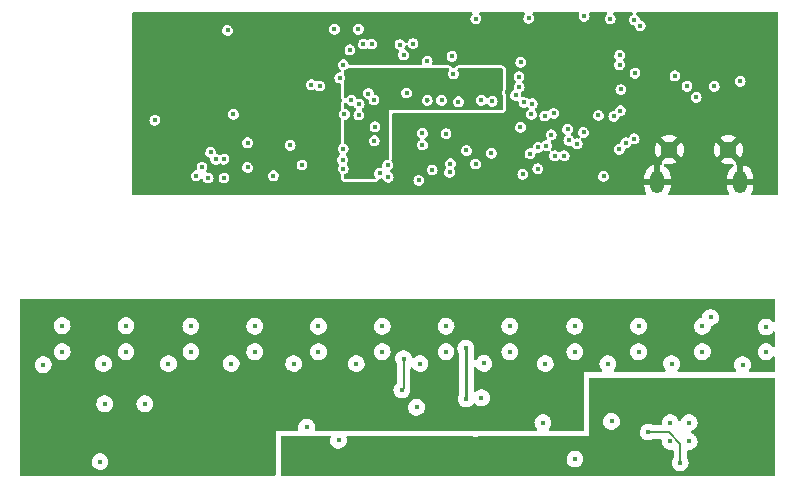
<source format=gbr>
%TF.GenerationSoftware,KiCad,Pcbnew,(6.0.0)*%
%TF.CreationDate,2022-04-23T22:24:28+01:00*%
%TF.ProjectId,main,6d61696e-2e6b-4696-9361-645f70636258,rev?*%
%TF.SameCoordinates,Original*%
%TF.FileFunction,Copper,L2,Inr*%
%TF.FilePolarity,Positive*%
%FSLAX46Y46*%
G04 Gerber Fmt 4.6, Leading zero omitted, Abs format (unit mm)*
G04 Created by KiCad (PCBNEW (6.0.0)) date 2022-04-23 22:24:28*
%MOMM*%
%LPD*%
G01*
G04 APERTURE LIST*
%TA.AperFunction,ComponentPad*%
%ADD10C,1.450000*%
%TD*%
%TA.AperFunction,ComponentPad*%
%ADD11O,1.200000X1.900000*%
%TD*%
%TA.AperFunction,ViaPad*%
%ADD12C,0.400000*%
%TD*%
%TA.AperFunction,ViaPad*%
%ADD13C,0.800000*%
%TD*%
%TA.AperFunction,Conductor*%
%ADD14C,0.254000*%
%TD*%
%TA.AperFunction,Conductor*%
%ADD15C,0.127000*%
%TD*%
G04 APERTURE END LIST*
D10*
%TO.N,GND*%
%TO.C,CN70*%
X120500000Y-91900000D03*
D11*
X119500000Y-94600000D03*
D10*
X125500000Y-91900000D03*
D11*
X126500000Y-94600000D03*
%TD*%
D12*
%TO.N,GND*%
X79132003Y-90500000D03*
X101089163Y-93302621D03*
X80000000Y-106848509D03*
X123305924Y-106837000D03*
X105600000Y-80763000D03*
X96200000Y-109000000D03*
X69100000Y-109000000D03*
X76100000Y-81900000D03*
X85000000Y-92600000D03*
X110300000Y-86500000D03*
X107000000Y-109000000D03*
X104100000Y-93900000D03*
X72700000Y-113400000D03*
X69100000Y-106798509D03*
X128700000Y-106900000D03*
X76450000Y-93300000D03*
X85000000Y-88900000D03*
X91100000Y-94000000D03*
X100000000Y-87724500D03*
X113781250Y-82981250D03*
X96200000Y-106848509D03*
X120800000Y-88600000D03*
X107000317Y-106848509D03*
X101602462Y-106848509D03*
X106800000Y-87037011D03*
X101600000Y-109000000D03*
D13*
X100752637Y-90330920D03*
D12*
X128700000Y-109000000D03*
X110300000Y-83000000D03*
X99100000Y-113700000D03*
X109800000Y-115000000D03*
X109240000Y-94830000D03*
X85407793Y-106848509D03*
X82100000Y-89800000D03*
X72300000Y-118300000D03*
X104600000Y-112900000D03*
X74500000Y-109000000D03*
X123300000Y-109000000D03*
X113800000Y-86500000D03*
X117907471Y-106848509D03*
X85200000Y-83200000D03*
X97900000Y-80800000D03*
X80000000Y-109000000D03*
X117900000Y-109000000D03*
X85400000Y-109000000D03*
D13*
X126100000Y-87900000D03*
D12*
X112500000Y-106848509D03*
X90584423Y-91759073D03*
X99300000Y-95300000D03*
X90800000Y-109000000D03*
X89800000Y-115400000D03*
X90800000Y-106848509D03*
X76100000Y-113400000D03*
X112500000Y-109000000D03*
X74502781Y-106798509D03*
%TO.N,Net-(C20-Pad1)*%
X102645499Y-87839545D03*
%TO.N,GNDA*%
X122189588Y-115000000D03*
X115609588Y-114900000D03*
X112515000Y-118090000D03*
X103750000Y-87725000D03*
X120589588Y-116600000D03*
X95527595Y-92493646D03*
X92500000Y-116500000D03*
X120589588Y-115000000D03*
X105900000Y-86073989D03*
X101219399Y-85317553D03*
X122189588Y-116600000D03*
%TO.N,/~{RESET}*%
X83100000Y-81800000D03*
X113300000Y-80600000D03*
X109365892Y-93500017D03*
X103322740Y-91964840D03*
%TO.N,Net-(C22-Pad1)*%
X101900000Y-93800000D03*
%TO.N,Net-(C23-Pad1)*%
X101967561Y-93084032D03*
%TO.N,+3.3VA*%
X86980500Y-94100498D03*
X122785880Y-87463000D03*
X104100000Y-93100000D03*
X99600000Y-90500000D03*
X107900000Y-90000000D03*
X100419666Y-93619666D03*
X108100000Y-93973989D03*
%TO.N,+3V3*%
X111900000Y-90159700D03*
X98800000Y-82906060D03*
X110100000Y-91548711D03*
X71100000Y-116300000D03*
X99300000Y-115400000D03*
X76950000Y-89400000D03*
X107925000Y-84500000D03*
X89400000Y-93200000D03*
X108600000Y-80763000D03*
X82800000Y-92700000D03*
X104100000Y-115500000D03*
X83600000Y-88900000D03*
X96663104Y-93199565D03*
X115500000Y-80831011D03*
%TO.N,VDDA*%
X105500000Y-87800000D03*
X102226162Y-85475221D03*
%TO.N,VBUS*%
X104125000Y-80800000D03*
X94220000Y-88960000D03*
%TO.N,+1V8*%
X96600000Y-117957440D03*
X120122688Y-113900000D03*
X101600000Y-90530920D03*
X98254369Y-87090849D03*
X123256488Y-113766900D03*
X84800000Y-91310480D03*
X96710000Y-94230000D03*
%TO.N,/RGB_VDD*%
X103262500Y-108700000D03*
X103300000Y-113000000D03*
%TO.N,/MISO*%
X110500931Y-90622700D03*
X113238000Y-90437000D03*
X126505000Y-86095000D03*
%TO.N,/SCLK*%
X124300000Y-86536480D03*
X108701608Y-92231489D03*
X112700000Y-91400000D03*
%TO.N,/MOSI*%
X109400931Y-91700931D03*
X122000000Y-86536480D03*
X112000000Y-91100000D03*
%TO.N,/D5*%
X116259517Y-91859517D03*
X120977967Y-85634958D03*
X115810862Y-89073480D03*
%TO.N,/D13*%
X116816826Y-91305571D03*
%TO.N,/GPIO1*%
X111600000Y-92400000D03*
%TO.N,/D6*%
X105437000Y-92200498D03*
X117529621Y-90979051D03*
%TO.N,/GPIO0*%
X110794500Y-92400000D03*
%TO.N,/SCL*%
X116303119Y-83906021D03*
%TO.N,/SDA*%
X116300000Y-84700000D03*
%TO.N,/D2*%
X94238503Y-88033989D03*
X124000000Y-106100000D03*
X98000000Y-109600000D03*
X114500000Y-89000000D03*
X97854890Y-112232091D03*
X95300000Y-82956604D03*
%TO.N,/CHRG_STAT*%
X92600000Y-85800000D03*
X95973500Y-93900000D03*
X107495210Y-87295210D03*
%TO.N,/A4*%
X90200000Y-86400000D03*
X88400500Y-91520949D03*
X107800000Y-86600000D03*
%TO.N,/vs1053_RIGHT*%
X95021962Y-87145007D03*
X104582417Y-87713502D03*
X95524234Y-91140347D03*
%TO.N,/vs1053_LEFT*%
X95584287Y-89963046D03*
X101219594Y-87718396D03*
X95500000Y-87700000D03*
%TO.N,/AOHPR*%
X81454173Y-94299989D03*
X81675919Y-92112023D03*
X92834598Y-92734598D03*
%TO.N,/AOHPL*%
X82100000Y-92720949D03*
X92900000Y-93500000D03*
X82800000Y-94300000D03*
%TO.N,/LED1*%
X94175000Y-81704084D03*
X102100000Y-84000000D03*
%TO.N,/LED2*%
X100000000Y-84400000D03*
X92150000Y-81704084D03*
%TO.N,/D9*%
X108200000Y-87900000D03*
X99600000Y-91500000D03*
%TO.N,/D4*%
X84800000Y-93400000D03*
X90900000Y-86500000D03*
X108900000Y-88012000D03*
%TO.N,/D3*%
X108826011Y-88900000D03*
%TO.N,/BM83_UART_RX*%
X109958987Y-89043649D03*
X98000000Y-83877880D03*
%TO.N,/BM83_UART_TX*%
X110726967Y-88828112D03*
X97700000Y-83000000D03*
%TO.N,/D11*%
X94600000Y-82956604D03*
X116353826Y-88600000D03*
X93569077Y-87716831D03*
%TO.N,/D10*%
X99290500Y-94500000D03*
X116400000Y-86800000D03*
%TO.N,/D7*%
X93461279Y-83440543D03*
X92900000Y-91808587D03*
X117600000Y-85424502D03*
%TO.N,/D-*%
X118033623Y-81407894D03*
%TO.N,/D+*%
X117538647Y-80912918D03*
%TO.N,/DMIC1_CLK*%
X80468494Y-94100000D03*
%TO.N,/DMIC1_L*%
X80931494Y-93373989D03*
%TO.N,/ELEC0*%
X126700000Y-110100000D03*
%TO.N,/ELEC1*%
X120700000Y-110000000D03*
%TO.N,/ELEC2*%
X115300000Y-110000000D03*
%TO.N,/ELEC3*%
X110000000Y-110000000D03*
%TO.N,/ELEC4*%
X104808276Y-109991724D03*
%TO.N,/ELEC5*%
X99400000Y-110000000D03*
%TO.N,/ELEC6*%
X94000000Y-110000000D03*
%TO.N,/ELEC7*%
X88700000Y-110000000D03*
%TO.N,/ELEC8*%
X83400000Y-110000000D03*
%TO.N,/ELEC9*%
X78100000Y-110000000D03*
%TO.N,/ELEC10*%
X72600000Y-110000000D03*
%TO.N,/ELEC11*%
X67500000Y-110100000D03*
%TO.N,Net-(C89-Pad1)*%
X121422688Y-118400000D03*
X118722688Y-115800000D03*
%TO.N,Net-(D10-Pad2)*%
X114936180Y-94150000D03*
%TO.N,/A3*%
X93000000Y-88900000D03*
X92900000Y-84700000D03*
X107778315Y-85707885D03*
%TD*%
D14*
%TO.N,/RGB_VDD*%
X103300000Y-113000000D02*
X103300000Y-108737500D01*
D15*
%TO.N,/D2*%
X98000000Y-112086981D02*
X98000000Y-109600000D01*
X97854890Y-112232091D02*
X98000000Y-112086981D01*
%TO.N,Net-(C89-Pad1)*%
X118739151Y-115800000D02*
X120460849Y-115800000D01*
X120460849Y-115800000D02*
X121439151Y-116778302D01*
X121439151Y-118400000D02*
X121439151Y-116778302D01*
%TD*%
%TA.AperFunction,Conductor*%
%TO.N,+1V8*%
G36*
X129434121Y-111220002D02*
G01*
X129480614Y-111273658D01*
X129492000Y-111326000D01*
X129492000Y-119366000D01*
X129471998Y-119434121D01*
X129418342Y-119480614D01*
X129366000Y-119492000D01*
X87726000Y-119492000D01*
X87657879Y-119471998D01*
X87611386Y-119418342D01*
X87600000Y-119366000D01*
X87600000Y-118082526D01*
X111801335Y-118082526D01*
X111810744Y-118167751D01*
X111817590Y-118229758D01*
X111820153Y-118252975D01*
X111822762Y-118260106D01*
X111822763Y-118260108D01*
X111830688Y-118281764D01*
X111879085Y-118414015D01*
X111974730Y-118556349D01*
X112101565Y-118671760D01*
X112252268Y-118753585D01*
X112418139Y-118797101D01*
X112505586Y-118798474D01*
X112582003Y-118799675D01*
X112582006Y-118799675D01*
X112589602Y-118799794D01*
X112597006Y-118798098D01*
X112597008Y-118798098D01*
X112659846Y-118783706D01*
X112756759Y-118761510D01*
X112909958Y-118684459D01*
X112915729Y-118679530D01*
X112915732Y-118679528D01*
X113034578Y-118578023D01*
X113040355Y-118573089D01*
X113140424Y-118433830D01*
X113204385Y-118274720D01*
X113228547Y-118104947D01*
X113228704Y-118090000D01*
X113213718Y-117966165D01*
X113209015Y-117927299D01*
X113209014Y-117927296D01*
X113208102Y-117919758D01*
X113147487Y-117759344D01*
X113050357Y-117618019D01*
X113044686Y-117612966D01*
X112927993Y-117508996D01*
X112927990Y-117508994D01*
X112922321Y-117503943D01*
X112914325Y-117499709D01*
X112777481Y-117427254D01*
X112777482Y-117427254D01*
X112770769Y-117423700D01*
X112720471Y-117411066D01*
X112611822Y-117383775D01*
X112611818Y-117383775D01*
X112604451Y-117381924D01*
X112596852Y-117381884D01*
X112596850Y-117381884D01*
X112525394Y-117381510D01*
X112432969Y-117381026D01*
X112425589Y-117382798D01*
X112425587Y-117382798D01*
X112273602Y-117419286D01*
X112273598Y-117419287D01*
X112266223Y-117421058D01*
X112113839Y-117499709D01*
X111984615Y-117612439D01*
X111886010Y-117752739D01*
X111823718Y-117912509D01*
X111822726Y-117920042D01*
X111822726Y-117920043D01*
X111803008Y-118069819D01*
X111801335Y-118082526D01*
X87600000Y-118082526D01*
X87600000Y-116226000D01*
X87620002Y-116157879D01*
X87673658Y-116111386D01*
X87726000Y-116100000D01*
X89659818Y-116100000D01*
X89691793Y-116104125D01*
X89695785Y-116105172D01*
X89695787Y-116105172D01*
X89703139Y-116107101D01*
X89790586Y-116108474D01*
X89867003Y-116109675D01*
X89867006Y-116109675D01*
X89874602Y-116109794D01*
X89903482Y-116103180D01*
X89931609Y-116100000D01*
X91711107Y-116100000D01*
X91779228Y-116120002D01*
X91825721Y-116173658D01*
X91835825Y-116243932D01*
X91828500Y-116271769D01*
X91811479Y-116315426D01*
X91811478Y-116315430D01*
X91808718Y-116322509D01*
X91807726Y-116330042D01*
X91807726Y-116330043D01*
X91788879Y-116473205D01*
X91786335Y-116492526D01*
X91795744Y-116577751D01*
X91799851Y-116614947D01*
X91805153Y-116662975D01*
X91807762Y-116670106D01*
X91807763Y-116670108D01*
X91815688Y-116691764D01*
X91864085Y-116824015D01*
X91959730Y-116966349D01*
X92023148Y-117024055D01*
X92069629Y-117066349D01*
X92086565Y-117081760D01*
X92237268Y-117163585D01*
X92403139Y-117207101D01*
X92490586Y-117208474D01*
X92567003Y-117209675D01*
X92567006Y-117209675D01*
X92574602Y-117209794D01*
X92582006Y-117208098D01*
X92582008Y-117208098D01*
X92663088Y-117189528D01*
X92741759Y-117171510D01*
X92894958Y-117094459D01*
X92900729Y-117089530D01*
X92900732Y-117089528D01*
X93019578Y-116988023D01*
X93025355Y-116983089D01*
X93125424Y-116843830D01*
X93189385Y-116684720D01*
X93200854Y-116604133D01*
X93212966Y-116519031D01*
X93212966Y-116519027D01*
X93213547Y-116514947D01*
X93213704Y-116500000D01*
X93193102Y-116329758D01*
X93190363Y-116322509D01*
X93170725Y-116270537D01*
X93165357Y-116199744D01*
X93199115Y-116137287D01*
X93261281Y-116102995D01*
X93288591Y-116100000D01*
X99159818Y-116100000D01*
X99191793Y-116104125D01*
X99195785Y-116105172D01*
X99195787Y-116105172D01*
X99203139Y-116107101D01*
X99290586Y-116108474D01*
X99367003Y-116109675D01*
X99367006Y-116109675D01*
X99374602Y-116109794D01*
X99403482Y-116103180D01*
X99431609Y-116100000D01*
X103688159Y-116100000D01*
X103748281Y-116115269D01*
X103837268Y-116163585D01*
X104003139Y-116207101D01*
X104090586Y-116208474D01*
X104167003Y-116209675D01*
X104167006Y-116209675D01*
X104174602Y-116209794D01*
X104182006Y-116208098D01*
X104182008Y-116208098D01*
X104244846Y-116193706D01*
X104341759Y-116171510D01*
X104457229Y-116113435D01*
X104513842Y-116100000D01*
X113700000Y-116100000D01*
X113700000Y-115792526D01*
X118009023Y-115792526D01*
X118013277Y-115831058D01*
X118024702Y-115934539D01*
X118027841Y-115962975D01*
X118030450Y-115970106D01*
X118030451Y-115970108D01*
X118046770Y-116014701D01*
X118086773Y-116124015D01*
X118091010Y-116130321D01*
X118091012Y-116130324D01*
X118117233Y-116169344D01*
X118182418Y-116266349D01*
X118309253Y-116381760D01*
X118459956Y-116463585D01*
X118625827Y-116507101D01*
X118713274Y-116508474D01*
X118789691Y-116509675D01*
X118789694Y-116509675D01*
X118797290Y-116509794D01*
X118804694Y-116508098D01*
X118804696Y-116508098D01*
X118905568Y-116484995D01*
X118964447Y-116471510D01*
X119117646Y-116394459D01*
X119119938Y-116392501D01*
X119187842Y-116372000D01*
X119761280Y-116372000D01*
X119829401Y-116392002D01*
X119875894Y-116445658D01*
X119886202Y-116514446D01*
X119885599Y-116519031D01*
X119875923Y-116592526D01*
X119894741Y-116762975D01*
X119897350Y-116770106D01*
X119897351Y-116770108D01*
X119905276Y-116791764D01*
X119953673Y-116924015D01*
X120049318Y-117066349D01*
X120083960Y-117097871D01*
X120158296Y-117165511D01*
X120176153Y-117181760D01*
X120326856Y-117263585D01*
X120492727Y-117307101D01*
X120580174Y-117308474D01*
X120656591Y-117309675D01*
X120656594Y-117309675D01*
X120664190Y-117309794D01*
X120671594Y-117308098D01*
X120671596Y-117308098D01*
X120713022Y-117298610D01*
X120783888Y-117302899D01*
X120841187Y-117344821D01*
X120866724Y-117411066D01*
X120867151Y-117421430D01*
X120867151Y-117918377D01*
X120844238Y-117990828D01*
X120793698Y-118062739D01*
X120731406Y-118222509D01*
X120709023Y-118392526D01*
X120727841Y-118562975D01*
X120730450Y-118570106D01*
X120730451Y-118570108D01*
X120738376Y-118591764D01*
X120786773Y-118724015D01*
X120791010Y-118730321D01*
X120791012Y-118730324D01*
X120834589Y-118795173D01*
X120882418Y-118866349D01*
X121009253Y-118981760D01*
X121159956Y-119063585D01*
X121325827Y-119107101D01*
X121413274Y-119108474D01*
X121489691Y-119109675D01*
X121489694Y-119109675D01*
X121497290Y-119109794D01*
X121504694Y-119108098D01*
X121504696Y-119108098D01*
X121567534Y-119093706D01*
X121664447Y-119071510D01*
X121817646Y-118994459D01*
X121823417Y-118989530D01*
X121823420Y-118989528D01*
X121942266Y-118888023D01*
X121948043Y-118883089D01*
X122021158Y-118781340D01*
X122043680Y-118749998D01*
X122043681Y-118749997D01*
X122048112Y-118743830D01*
X122112073Y-118584720D01*
X122115168Y-118562975D01*
X122135654Y-118419031D01*
X122135654Y-118419027D01*
X122136235Y-118414947D01*
X122136392Y-118400000D01*
X122121231Y-118274720D01*
X122116703Y-118237299D01*
X122116702Y-118237296D01*
X122115790Y-118229758D01*
X122067070Y-118100822D01*
X122057859Y-118076447D01*
X122055175Y-118069344D01*
X122033310Y-118037531D01*
X122011151Y-117966165D01*
X122011151Y-117433814D01*
X122031153Y-117365693D01*
X122084809Y-117319200D01*
X122139130Y-117307830D01*
X122256591Y-117309675D01*
X122256594Y-117309675D01*
X122264190Y-117309794D01*
X122271594Y-117308098D01*
X122271596Y-117308098D01*
X122369390Y-117285700D01*
X122431347Y-117271510D01*
X122584546Y-117194459D01*
X122590317Y-117189530D01*
X122590320Y-117189528D01*
X122709166Y-117088023D01*
X122714943Y-117083089D01*
X122815012Y-116943830D01*
X122878973Y-116784720D01*
X122883142Y-116755425D01*
X122902554Y-116619031D01*
X122902554Y-116619027D01*
X122903135Y-116614947D01*
X122903292Y-116600000D01*
X122898846Y-116563262D01*
X122883603Y-116437299D01*
X122883602Y-116437296D01*
X122882690Y-116429758D01*
X122868424Y-116392002D01*
X122824759Y-116276447D01*
X122822075Y-116269344D01*
X122804610Y-116243932D01*
X122729247Y-116134278D01*
X122729246Y-116134276D01*
X122724945Y-116128019D01*
X122719274Y-116122966D01*
X122602581Y-116018996D01*
X122602578Y-116018994D01*
X122596909Y-116013943D01*
X122588913Y-116009709D01*
X122507020Y-115966349D01*
X122445357Y-115933700D01*
X122411888Y-115925293D01*
X122401704Y-115922735D01*
X122340508Y-115886739D01*
X122308488Y-115823374D01*
X122315809Y-115752756D01*
X122360147Y-115697306D01*
X122404270Y-115677711D01*
X122431347Y-115671510D01*
X122584546Y-115594459D01*
X122590317Y-115589530D01*
X122590320Y-115589528D01*
X122709166Y-115488023D01*
X122714943Y-115483089D01*
X122815012Y-115343830D01*
X122878973Y-115184720D01*
X122885728Y-115137254D01*
X122902554Y-115019031D01*
X122902554Y-115019027D01*
X122903135Y-115014947D01*
X122903292Y-115000000D01*
X122893906Y-114922439D01*
X122883603Y-114837299D01*
X122883602Y-114837296D01*
X122882690Y-114829758D01*
X122871861Y-114801098D01*
X122824759Y-114676447D01*
X122822075Y-114669344D01*
X122758229Y-114576447D01*
X122729247Y-114534278D01*
X122729246Y-114534276D01*
X122724945Y-114528019D01*
X122719274Y-114522966D01*
X122602581Y-114418996D01*
X122602578Y-114418994D01*
X122596909Y-114413943D01*
X122588913Y-114409709D01*
X122452069Y-114337254D01*
X122452070Y-114337254D01*
X122445357Y-114333700D01*
X122369707Y-114314698D01*
X122286410Y-114293775D01*
X122286406Y-114293775D01*
X122279039Y-114291924D01*
X122271440Y-114291884D01*
X122271438Y-114291884D01*
X122199982Y-114291510D01*
X122107557Y-114291026D01*
X122100177Y-114292798D01*
X122100175Y-114292798D01*
X121948190Y-114329286D01*
X121948186Y-114329287D01*
X121940811Y-114331058D01*
X121788427Y-114409709D01*
X121659203Y-114522439D01*
X121560598Y-114662739D01*
X121531528Y-114737299D01*
X121506654Y-114801098D01*
X121463273Y-114857299D01*
X121396394Y-114881126D01*
X121327250Y-114865012D01*
X121277794Y-114814075D01*
X121271395Y-114799866D01*
X121224759Y-114676447D01*
X121222075Y-114669344D01*
X121158229Y-114576447D01*
X121129247Y-114534278D01*
X121129246Y-114534276D01*
X121124945Y-114528019D01*
X121119274Y-114522966D01*
X121002581Y-114418996D01*
X121002578Y-114418994D01*
X120996909Y-114413943D01*
X120988913Y-114409709D01*
X120852069Y-114337254D01*
X120852070Y-114337254D01*
X120845357Y-114333700D01*
X120769707Y-114314698D01*
X120686410Y-114293775D01*
X120686406Y-114293775D01*
X120679039Y-114291924D01*
X120671440Y-114291884D01*
X120671438Y-114291884D01*
X120599982Y-114291510D01*
X120507557Y-114291026D01*
X120500177Y-114292798D01*
X120500175Y-114292798D01*
X120348190Y-114329286D01*
X120348186Y-114329287D01*
X120340811Y-114331058D01*
X120188427Y-114409709D01*
X120059203Y-114522439D01*
X119960598Y-114662739D01*
X119949219Y-114691924D01*
X119901646Y-114813943D01*
X119898306Y-114822509D01*
X119897314Y-114830042D01*
X119897314Y-114830043D01*
X119885599Y-114919031D01*
X119875923Y-114992526D01*
X119886483Y-115088173D01*
X119874077Y-115158077D01*
X119825848Y-115210177D01*
X119761244Y-115228000D01*
X119187856Y-115228000D01*
X119128897Y-115213354D01*
X118985170Y-115137254D01*
X118985167Y-115137253D01*
X118978457Y-115133700D01*
X118960884Y-115129286D01*
X118819510Y-115093775D01*
X118819506Y-115093775D01*
X118812139Y-115091924D01*
X118804540Y-115091884D01*
X118804538Y-115091884D01*
X118733082Y-115091510D01*
X118640657Y-115091026D01*
X118633277Y-115092798D01*
X118633275Y-115092798D01*
X118481290Y-115129286D01*
X118481286Y-115129287D01*
X118473911Y-115131058D01*
X118321527Y-115209709D01*
X118192303Y-115322439D01*
X118093698Y-115462739D01*
X118073343Y-115514947D01*
X118036410Y-115609675D01*
X118031406Y-115622509D01*
X118030414Y-115630042D01*
X118030414Y-115630043D01*
X118014259Y-115752756D01*
X118009023Y-115792526D01*
X113700000Y-115792526D01*
X113700000Y-114892526D01*
X114895923Y-114892526D01*
X114899842Y-114928019D01*
X114910882Y-115028019D01*
X114914741Y-115062975D01*
X114917350Y-115070106D01*
X114917351Y-115070108D01*
X114926012Y-115093775D01*
X114973673Y-115224015D01*
X115069318Y-115366349D01*
X115132736Y-115424055D01*
X115179217Y-115466349D01*
X115196153Y-115481760D01*
X115346856Y-115563585D01*
X115512727Y-115607101D01*
X115600174Y-115608474D01*
X115676591Y-115609675D01*
X115676594Y-115609675D01*
X115684190Y-115609794D01*
X115691594Y-115608098D01*
X115691596Y-115608098D01*
X115772676Y-115589528D01*
X115851347Y-115571510D01*
X116004546Y-115494459D01*
X116010317Y-115489530D01*
X116010320Y-115489528D01*
X116129166Y-115388023D01*
X116134943Y-115383089D01*
X116235012Y-115243830D01*
X116298973Y-115084720D01*
X116310442Y-115004133D01*
X116322554Y-114919031D01*
X116322554Y-114919027D01*
X116323135Y-114914947D01*
X116323292Y-114900000D01*
X116318846Y-114863262D01*
X116303603Y-114737299D01*
X116303602Y-114737296D01*
X116302690Y-114729758D01*
X116288055Y-114691026D01*
X116244759Y-114576447D01*
X116242075Y-114569344D01*
X116144945Y-114428019D01*
X116139274Y-114422966D01*
X116022581Y-114318996D01*
X116022578Y-114318994D01*
X116016909Y-114313943D01*
X116008913Y-114309709D01*
X115872069Y-114237254D01*
X115872070Y-114237254D01*
X115865357Y-114233700D01*
X115847784Y-114229286D01*
X115706410Y-114193775D01*
X115706406Y-114193775D01*
X115699039Y-114191924D01*
X115691440Y-114191884D01*
X115691438Y-114191884D01*
X115619982Y-114191510D01*
X115527557Y-114191026D01*
X115520177Y-114192798D01*
X115520175Y-114192798D01*
X115368190Y-114229286D01*
X115368186Y-114229287D01*
X115360811Y-114231058D01*
X115208427Y-114309709D01*
X115079203Y-114422439D01*
X114980598Y-114562739D01*
X114949452Y-114642624D01*
X114930231Y-114691924D01*
X114918306Y-114722509D01*
X114917314Y-114730042D01*
X114917314Y-114730043D01*
X114897424Y-114881126D01*
X114895923Y-114892526D01*
X113700000Y-114892526D01*
X113700000Y-111326000D01*
X113720002Y-111257879D01*
X113773658Y-111211386D01*
X113826000Y-111200000D01*
X129366000Y-111200000D01*
X129434121Y-111220002D01*
G37*
%TD.AperFunction*%
%TD*%
%TA.AperFunction,Conductor*%
%TO.N,GNDA*%
G36*
X101828174Y-85020002D02*
G01*
X101874667Y-85073658D01*
X101884771Y-85143932D01*
X101854496Y-85209406D01*
X101842381Y-85223124D01*
X101787052Y-85340972D01*
X101785671Y-85349841D01*
X101770026Y-85450321D01*
X101767022Y-85469611D01*
X101768186Y-85478513D01*
X101768186Y-85478516D01*
X101778943Y-85560776D01*
X101783903Y-85598702D01*
X101836336Y-85717866D01*
X101920108Y-85817524D01*
X101927576Y-85822495D01*
X101927577Y-85822496D01*
X102021012Y-85884693D01*
X102021015Y-85884694D01*
X102028482Y-85889665D01*
X102037049Y-85892341D01*
X102037050Y-85892342D01*
X102058333Y-85898991D01*
X102152749Y-85928488D01*
X102161722Y-85928652D01*
X102161725Y-85928653D01*
X102218952Y-85929702D01*
X102282917Y-85930874D01*
X102335079Y-85916653D01*
X102399863Y-85898991D01*
X102399865Y-85898990D01*
X102408522Y-85896630D01*
X102519468Y-85828509D01*
X102606834Y-85731988D01*
X102663599Y-85614825D01*
X102685199Y-85486440D01*
X102685336Y-85475221D01*
X102666880Y-85346346D01*
X102612994Y-85227831D01*
X102596119Y-85208246D01*
X102566805Y-85143587D01*
X102577104Y-85073341D01*
X102623745Y-85019814D01*
X102691572Y-85000000D01*
X106274000Y-85000000D01*
X106342121Y-85020002D01*
X106388614Y-85073658D01*
X106400000Y-85126000D01*
X106400000Y-86791354D01*
X106388055Y-86844902D01*
X106360890Y-86902762D01*
X106359509Y-86911631D01*
X106345340Y-87002632D01*
X106340860Y-87031401D01*
X106342024Y-87040303D01*
X106342024Y-87040306D01*
X106349269Y-87095709D01*
X106357741Y-87160492D01*
X106378509Y-87207691D01*
X106389329Y-87232282D01*
X106400000Y-87283028D01*
X106400000Y-88449000D01*
X106379998Y-88517121D01*
X106326342Y-88563614D01*
X106274000Y-88575000D01*
X96750000Y-88575000D01*
X96750000Y-92618778D01*
X96729998Y-92686899D01*
X96676342Y-92733392D01*
X96623231Y-92744776D01*
X96614349Y-92744722D01*
X96600787Y-92744639D01*
X96475609Y-92780415D01*
X96365504Y-92849886D01*
X96359562Y-92856614D01*
X96359561Y-92856615D01*
X96344029Y-92874202D01*
X96279323Y-92947468D01*
X96275508Y-92955593D01*
X96275507Y-92955595D01*
X96251951Y-93005769D01*
X96223994Y-93065316D01*
X96222613Y-93074185D01*
X96211435Y-93145977D01*
X96203964Y-93193955D01*
X96205128Y-93202857D01*
X96205128Y-93202860D01*
X96219659Y-93313974D01*
X96208659Y-93384113D01*
X96161485Y-93437171D01*
X96093114Y-93456302D01*
X96058622Y-93451029D01*
X96049975Y-93448443D01*
X96049972Y-93448443D01*
X96041370Y-93445870D01*
X96032394Y-93445815D01*
X96032393Y-93445815D01*
X95979178Y-93445490D01*
X95911183Y-93445074D01*
X95786005Y-93480850D01*
X95778418Y-93485637D01*
X95778416Y-93485638D01*
X95737873Y-93511219D01*
X95675900Y-93550321D01*
X95589719Y-93647903D01*
X95585904Y-93656028D01*
X95585903Y-93656030D01*
X95557248Y-93717065D01*
X95534390Y-93765751D01*
X95533009Y-93774620D01*
X95520029Y-93857984D01*
X95514360Y-93894390D01*
X95515524Y-93903292D01*
X95515524Y-93903295D01*
X95525896Y-93982610D01*
X95531241Y-94023481D01*
X95583674Y-94142645D01*
X95593205Y-94153983D01*
X95625938Y-94192924D01*
X95654459Y-94257940D01*
X95643303Y-94328055D01*
X95596011Y-94381007D01*
X95529487Y-94400000D01*
X93076000Y-94400000D01*
X93007879Y-94379998D01*
X92961386Y-94326342D01*
X92950000Y-94274000D01*
X92950000Y-94053742D01*
X92970002Y-93985621D01*
X93023658Y-93939128D01*
X93042857Y-93932179D01*
X93052320Y-93929599D01*
X93082360Y-93921409D01*
X93193306Y-93853288D01*
X93263381Y-93775870D01*
X93274644Y-93763427D01*
X93274645Y-93763426D01*
X93280672Y-93756767D01*
X93299908Y-93717065D01*
X93333522Y-93647685D01*
X93333522Y-93647684D01*
X93337437Y-93639604D01*
X93359037Y-93511219D01*
X93359174Y-93500000D01*
X93340718Y-93371125D01*
X93286832Y-93252610D01*
X93209247Y-93162568D01*
X93179934Y-93097907D01*
X93190233Y-93027661D01*
X93204683Y-93005769D01*
X93204226Y-93005461D01*
X93209242Y-92998025D01*
X93215270Y-92991365D01*
X93225077Y-92971125D01*
X93268120Y-92882283D01*
X93268120Y-92882282D01*
X93272035Y-92874202D01*
X93293635Y-92745817D01*
X93293772Y-92734598D01*
X93275316Y-92605723D01*
X93221430Y-92487208D01*
X93136448Y-92388581D01*
X93133827Y-92386882D01*
X93097229Y-92329512D01*
X93097466Y-92258516D01*
X93136050Y-92198919D01*
X93152315Y-92187044D01*
X93185655Y-92166573D01*
X93185656Y-92166572D01*
X93193306Y-92161875D01*
X93245290Y-92104444D01*
X93274644Y-92072014D01*
X93274645Y-92072013D01*
X93280672Y-92065354D01*
X93337437Y-91948191D01*
X93359037Y-91819806D01*
X93359174Y-91808587D01*
X93340718Y-91679712D01*
X93286832Y-91561197D01*
X93234102Y-91500000D01*
X93207713Y-91469374D01*
X93207712Y-91469373D01*
X93201850Y-91462570D01*
X93092601Y-91391759D01*
X93039896Y-91375997D01*
X92980365Y-91337317D01*
X92951195Y-91272590D01*
X92950000Y-91255281D01*
X92950000Y-91134737D01*
X95065094Y-91134737D01*
X95066258Y-91143639D01*
X95066258Y-91143642D01*
X95080508Y-91252610D01*
X95081975Y-91263828D01*
X95134408Y-91382992D01*
X95218180Y-91482650D01*
X95225648Y-91487621D01*
X95225649Y-91487622D01*
X95319084Y-91549819D01*
X95319087Y-91549820D01*
X95326554Y-91554791D01*
X95335121Y-91557467D01*
X95335122Y-91557468D01*
X95356405Y-91564117D01*
X95450821Y-91593614D01*
X95459794Y-91593778D01*
X95459797Y-91593779D01*
X95517024Y-91594828D01*
X95580989Y-91596000D01*
X95633151Y-91581779D01*
X95697935Y-91564117D01*
X95697937Y-91564116D01*
X95706594Y-91561756D01*
X95817540Y-91493635D01*
X95839500Y-91469374D01*
X95898878Y-91403774D01*
X95898879Y-91403773D01*
X95904906Y-91397114D01*
X95920102Y-91365751D01*
X95957756Y-91288032D01*
X95957756Y-91288031D01*
X95961671Y-91279951D01*
X95983271Y-91151566D01*
X95983408Y-91140347D01*
X95964952Y-91011472D01*
X95934241Y-90943928D01*
X95914782Y-90901129D01*
X95914781Y-90901127D01*
X95911066Y-90892957D01*
X95826084Y-90794330D01*
X95716835Y-90723519D01*
X95592104Y-90686217D01*
X95583128Y-90686162D01*
X95583127Y-90686162D01*
X95529912Y-90685837D01*
X95461917Y-90685421D01*
X95336739Y-90721197D01*
X95226634Y-90790668D01*
X95140453Y-90888250D01*
X95136638Y-90896375D01*
X95136637Y-90896377D01*
X95095439Y-90984127D01*
X95085124Y-91006098D01*
X95083743Y-91014967D01*
X95073485Y-91080850D01*
X95065094Y-91134737D01*
X92950000Y-91134737D01*
X92950000Y-89957436D01*
X95125147Y-89957436D01*
X95126311Y-89966338D01*
X95126311Y-89966341D01*
X95140864Y-90077628D01*
X95142028Y-90086527D01*
X95194461Y-90205691D01*
X95278233Y-90305349D01*
X95285701Y-90310320D01*
X95285702Y-90310321D01*
X95379137Y-90372518D01*
X95379140Y-90372519D01*
X95386607Y-90377490D01*
X95395174Y-90380166D01*
X95395175Y-90380167D01*
X95416458Y-90386816D01*
X95510874Y-90416313D01*
X95519847Y-90416477D01*
X95519850Y-90416478D01*
X95577077Y-90417527D01*
X95641042Y-90418699D01*
X95702128Y-90402045D01*
X95757988Y-90386816D01*
X95757990Y-90386815D01*
X95766647Y-90384455D01*
X95877593Y-90316334D01*
X95935273Y-90252610D01*
X95958931Y-90226473D01*
X95958932Y-90226472D01*
X95964959Y-90219813D01*
X95996854Y-90153983D01*
X96017809Y-90110731D01*
X96017809Y-90110730D01*
X96021724Y-90102650D01*
X96043324Y-89974265D01*
X96043461Y-89963046D01*
X96025005Y-89834171D01*
X95971119Y-89715656D01*
X95886137Y-89617029D01*
X95776888Y-89546218D01*
X95652157Y-89508916D01*
X95643181Y-89508861D01*
X95643180Y-89508861D01*
X95589965Y-89508536D01*
X95521970Y-89508120D01*
X95396792Y-89543896D01*
X95286687Y-89613367D01*
X95200506Y-89710949D01*
X95145177Y-89828797D01*
X95125147Y-89957436D01*
X92950000Y-89957436D01*
X92950000Y-89478947D01*
X92970002Y-89410826D01*
X93023658Y-89364333D01*
X93054436Y-89355610D01*
X93056755Y-89355653D01*
X93108917Y-89341432D01*
X93173701Y-89323770D01*
X93173703Y-89323769D01*
X93182360Y-89321409D01*
X93293306Y-89253288D01*
X93380672Y-89156767D01*
X93408368Y-89099604D01*
X93433522Y-89047685D01*
X93433522Y-89047684D01*
X93437437Y-89039604D01*
X93459037Y-88911219D01*
X93459174Y-88900000D01*
X93440718Y-88771125D01*
X93386832Y-88652610D01*
X93338843Y-88596916D01*
X93307713Y-88560787D01*
X93307712Y-88560786D01*
X93301850Y-88553983D01*
X93192601Y-88483172D01*
X93067870Y-88445870D01*
X93058893Y-88445815D01*
X93057374Y-88445588D01*
X92992958Y-88415735D01*
X92954908Y-88355796D01*
X92950000Y-88320972D01*
X92950000Y-88029627D01*
X92970002Y-87961506D01*
X93023658Y-87915013D01*
X93093932Y-87904909D01*
X93158512Y-87934403D01*
X93178536Y-87957852D01*
X93179251Y-87959476D01*
X93185025Y-87966345D01*
X93188346Y-87970296D01*
X93263023Y-88059134D01*
X93270491Y-88064105D01*
X93270492Y-88064106D01*
X93363927Y-88126303D01*
X93363930Y-88126304D01*
X93371397Y-88131275D01*
X93379964Y-88133951D01*
X93379965Y-88133952D01*
X93406696Y-88142303D01*
X93495664Y-88170098D01*
X93504637Y-88170262D01*
X93504640Y-88170263D01*
X93561867Y-88171312D01*
X93625832Y-88172484D01*
X93679145Y-88157949D01*
X93750126Y-88159328D01*
X93809095Y-88198865D01*
X93827613Y-88228762D01*
X93848677Y-88276634D01*
X93932449Y-88376292D01*
X93939916Y-88381263D01*
X93939921Y-88381267D01*
X93946235Y-88385470D01*
X93991855Y-88439870D01*
X94000823Y-88510298D01*
X93970290Y-88574394D01*
X93943647Y-88596915D01*
X93922400Y-88610321D01*
X93836219Y-88707903D01*
X93832404Y-88716028D01*
X93832403Y-88716030D01*
X93802363Y-88780015D01*
X93780890Y-88825751D01*
X93779509Y-88834620D01*
X93766836Y-88916013D01*
X93760860Y-88954390D01*
X93762024Y-88963292D01*
X93762024Y-88963295D01*
X93772003Y-89039604D01*
X93777741Y-89083481D01*
X93830174Y-89202645D01*
X93913946Y-89302303D01*
X93921414Y-89307274D01*
X93921415Y-89307275D01*
X94014850Y-89369472D01*
X94014853Y-89369473D01*
X94022320Y-89374444D01*
X94030887Y-89377120D01*
X94030888Y-89377121D01*
X94052171Y-89383770D01*
X94146587Y-89413267D01*
X94155560Y-89413431D01*
X94155563Y-89413432D01*
X94212790Y-89414481D01*
X94276755Y-89415653D01*
X94328917Y-89401432D01*
X94393701Y-89383770D01*
X94393703Y-89383769D01*
X94402360Y-89381409D01*
X94457833Y-89347349D01*
X94505658Y-89317984D01*
X94505659Y-89317984D01*
X94513306Y-89313288D01*
X94529467Y-89295434D01*
X94594644Y-89223427D01*
X94594645Y-89223426D01*
X94600672Y-89216767D01*
X94633659Y-89148683D01*
X94653522Y-89107685D01*
X94653522Y-89107684D01*
X94657437Y-89099604D01*
X94679037Y-88971219D01*
X94679174Y-88960000D01*
X94660718Y-88831125D01*
X94606832Y-88712610D01*
X94521850Y-88613983D01*
X94514317Y-88609100D01*
X94507550Y-88603197D01*
X94508477Y-88602134D01*
X94468369Y-88555477D01*
X94458541Y-88485164D01*
X94488288Y-88420700D01*
X94517260Y-88396210D01*
X94524161Y-88391973D01*
X94524162Y-88391973D01*
X94531809Y-88387277D01*
X94619175Y-88290756D01*
X94635692Y-88256666D01*
X94672025Y-88181674D01*
X94672025Y-88181673D01*
X94675940Y-88173593D01*
X94697540Y-88045208D01*
X94697677Y-88033989D01*
X94679221Y-87905114D01*
X94646858Y-87833935D01*
X94629051Y-87794771D01*
X94629050Y-87794769D01*
X94625335Y-87786599D01*
X94571827Y-87724500D01*
X94546216Y-87694776D01*
X94546215Y-87694775D01*
X94540353Y-87687972D01*
X94431104Y-87617161D01*
X94306373Y-87579859D01*
X94297397Y-87579804D01*
X94297396Y-87579804D01*
X94244181Y-87579479D01*
X94176186Y-87579063D01*
X94129741Y-87592337D01*
X94058747Y-87591825D01*
X93999300Y-87553011D01*
X93980417Y-87523340D01*
X93959628Y-87477619D01*
X93959626Y-87477615D01*
X93955909Y-87469441D01*
X93885725Y-87387988D01*
X93876790Y-87377618D01*
X93876789Y-87377617D01*
X93870927Y-87370814D01*
X93761678Y-87300003D01*
X93636947Y-87262701D01*
X93627971Y-87262646D01*
X93627970Y-87262646D01*
X93574755Y-87262321D01*
X93506760Y-87261905D01*
X93381582Y-87297681D01*
X93373995Y-87302468D01*
X93373993Y-87302469D01*
X93324822Y-87333494D01*
X93271477Y-87367152D01*
X93265535Y-87373880D01*
X93265534Y-87373881D01*
X93224675Y-87420145D01*
X93185296Y-87464734D01*
X93181480Y-87472861D01*
X93181313Y-87473116D01*
X93127196Y-87519071D01*
X93056825Y-87528473D01*
X92992542Y-87498338D01*
X92954756Y-87438231D01*
X92950000Y-87403941D01*
X92950000Y-87139397D01*
X94562822Y-87139397D01*
X94563986Y-87148299D01*
X94563986Y-87148302D01*
X94578511Y-87259372D01*
X94579703Y-87268488D01*
X94632136Y-87387652D01*
X94715908Y-87487310D01*
X94723376Y-87492281D01*
X94723377Y-87492282D01*
X94816812Y-87554479D01*
X94816815Y-87554480D01*
X94824282Y-87559451D01*
X94832849Y-87562127D01*
X94832850Y-87562128D01*
X94948549Y-87598274D01*
X94947926Y-87600269D01*
X95001269Y-87625788D01*
X95038584Y-87686188D01*
X95042011Y-87703189D01*
X95042229Y-87704860D01*
X95056138Y-87811219D01*
X95057741Y-87823481D01*
X95110174Y-87942645D01*
X95193946Y-88042303D01*
X95201414Y-88047274D01*
X95201415Y-88047275D01*
X95294850Y-88109472D01*
X95294853Y-88109473D01*
X95302320Y-88114444D01*
X95310887Y-88117120D01*
X95310888Y-88117121D01*
X95329623Y-88122974D01*
X95426587Y-88153267D01*
X95435560Y-88153431D01*
X95435563Y-88153432D01*
X95492790Y-88154481D01*
X95556755Y-88155653D01*
X95620625Y-88138240D01*
X95673701Y-88123770D01*
X95673703Y-88123769D01*
X95682360Y-88121409D01*
X95793306Y-88053288D01*
X95805019Y-88040348D01*
X95874644Y-87963427D01*
X95874645Y-87963426D01*
X95880672Y-87956767D01*
X95885073Y-87947685D01*
X95933522Y-87847685D01*
X95933522Y-87847684D01*
X95937437Y-87839604D01*
X95957746Y-87718890D01*
X99540860Y-87718890D01*
X99542024Y-87727792D01*
X99542024Y-87727795D01*
X99554537Y-87823481D01*
X99557741Y-87847981D01*
X99610174Y-87967145D01*
X99693946Y-88066803D01*
X99701414Y-88071774D01*
X99701415Y-88071775D01*
X99794850Y-88133972D01*
X99794853Y-88133973D01*
X99802320Y-88138944D01*
X99810887Y-88141620D01*
X99810888Y-88141621D01*
X99826931Y-88146633D01*
X99926587Y-88177767D01*
X99935560Y-88177931D01*
X99935563Y-88177932D01*
X99992790Y-88178981D01*
X100056755Y-88180153D01*
X100113289Y-88164740D01*
X100173701Y-88148270D01*
X100173703Y-88148269D01*
X100182360Y-88145909D01*
X100293306Y-88077788D01*
X100318899Y-88049513D01*
X100374644Y-87987927D01*
X100374645Y-87987926D01*
X100380672Y-87981267D01*
X100385988Y-87970296D01*
X100433522Y-87872185D01*
X100433522Y-87872184D01*
X100437437Y-87864104D01*
X100459037Y-87735719D01*
X100459174Y-87724500D01*
X100457496Y-87712786D01*
X100760454Y-87712786D01*
X100761618Y-87721688D01*
X100761618Y-87721691D01*
X100776171Y-87832978D01*
X100777335Y-87841877D01*
X100829768Y-87961041D01*
X100913540Y-88060699D01*
X100921008Y-88065670D01*
X100921009Y-88065671D01*
X101014444Y-88127868D01*
X101014447Y-88127869D01*
X101021914Y-88132840D01*
X101030481Y-88135516D01*
X101030482Y-88135517D01*
X101063746Y-88145909D01*
X101146181Y-88171663D01*
X101155154Y-88171827D01*
X101155157Y-88171828D01*
X101212384Y-88172877D01*
X101276349Y-88174049D01*
X101330345Y-88159328D01*
X101393295Y-88142166D01*
X101393297Y-88142165D01*
X101401954Y-88139805D01*
X101484599Y-88089061D01*
X101505252Y-88076380D01*
X101505253Y-88076380D01*
X101512900Y-88071684D01*
X101520374Y-88063427D01*
X101594238Y-87981823D01*
X101594239Y-87981822D01*
X101600266Y-87975163D01*
X101604539Y-87966345D01*
X101653116Y-87866081D01*
X101653116Y-87866080D01*
X101657031Y-87858000D01*
X101661080Y-87833935D01*
X102186359Y-87833935D01*
X102187523Y-87842837D01*
X102187523Y-87842840D01*
X102202076Y-87954127D01*
X102203240Y-87963026D01*
X102255673Y-88082190D01*
X102339445Y-88181848D01*
X102346913Y-88186819D01*
X102346914Y-88186820D01*
X102440349Y-88249017D01*
X102440352Y-88249018D01*
X102447819Y-88253989D01*
X102456386Y-88256665D01*
X102456387Y-88256666D01*
X102503256Y-88271308D01*
X102572086Y-88292812D01*
X102581059Y-88292976D01*
X102581062Y-88292977D01*
X102638289Y-88294026D01*
X102702254Y-88295198D01*
X102770346Y-88276634D01*
X102819200Y-88263315D01*
X102819202Y-88263314D01*
X102827859Y-88260954D01*
X102938805Y-88192833D01*
X102948906Y-88181674D01*
X103020143Y-88102972D01*
X103020144Y-88102971D01*
X103026171Y-88096312D01*
X103040475Y-88066790D01*
X103079021Y-87987230D01*
X103079021Y-87987229D01*
X103082936Y-87979149D01*
X103104536Y-87850764D01*
X103104673Y-87839545D01*
X103086217Y-87710670D01*
X103084954Y-87707892D01*
X104123277Y-87707892D01*
X104124441Y-87716794D01*
X104124441Y-87716797D01*
X104138392Y-87823481D01*
X104140158Y-87836983D01*
X104192591Y-87956147D01*
X104276363Y-88055805D01*
X104283831Y-88060776D01*
X104283832Y-88060777D01*
X104377267Y-88122974D01*
X104377270Y-88122975D01*
X104384737Y-88127946D01*
X104393304Y-88130622D01*
X104393305Y-88130623D01*
X104419940Y-88138944D01*
X104509004Y-88166769D01*
X104517977Y-88166933D01*
X104517980Y-88166934D01*
X104575207Y-88167983D01*
X104639172Y-88169155D01*
X104719427Y-88147275D01*
X104756118Y-88137272D01*
X104756120Y-88137271D01*
X104764777Y-88134911D01*
X104867604Y-88071775D01*
X104868075Y-88071486D01*
X104868076Y-88071486D01*
X104875723Y-88066790D01*
X104883694Y-88057984D01*
X104912331Y-88026347D01*
X104972874Y-87989266D01*
X105043854Y-87990804D01*
X105102735Y-88030473D01*
X105108084Y-88037894D01*
X105110174Y-88042645D01*
X105193946Y-88142303D01*
X105201414Y-88147274D01*
X105201415Y-88147275D01*
X105294850Y-88209472D01*
X105294853Y-88209473D01*
X105302320Y-88214444D01*
X105310887Y-88217120D01*
X105310888Y-88217121D01*
X105332171Y-88223770D01*
X105426587Y-88253267D01*
X105435560Y-88253431D01*
X105435563Y-88253432D01*
X105492790Y-88254481D01*
X105556755Y-88255653D01*
X105608917Y-88241432D01*
X105673701Y-88223770D01*
X105673703Y-88223769D01*
X105682360Y-88221409D01*
X105763379Y-88171663D01*
X105785658Y-88157984D01*
X105785659Y-88157984D01*
X105793306Y-88153288D01*
X105803373Y-88142166D01*
X105874644Y-88063427D01*
X105874645Y-88063426D01*
X105880672Y-88056767D01*
X105886273Y-88045208D01*
X105933522Y-87947685D01*
X105933522Y-87947684D01*
X105937437Y-87939604D01*
X105959037Y-87811219D01*
X105959174Y-87800000D01*
X105940718Y-87671125D01*
X105908528Y-87600327D01*
X105890548Y-87560782D01*
X105890547Y-87560780D01*
X105886832Y-87552610D01*
X105830566Y-87487310D01*
X105807713Y-87460787D01*
X105807712Y-87460786D01*
X105801850Y-87453983D01*
X105692601Y-87383172D01*
X105567870Y-87345870D01*
X105558894Y-87345815D01*
X105558893Y-87345815D01*
X105505678Y-87345490D01*
X105437683Y-87345074D01*
X105312505Y-87380850D01*
X105304918Y-87385637D01*
X105304916Y-87385638D01*
X105275908Y-87403941D01*
X105202400Y-87450321D01*
X105196457Y-87457050D01*
X105196456Y-87457051D01*
X105171023Y-87485848D01*
X105110936Y-87523666D01*
X105039943Y-87522995D01*
X104980582Y-87484049D01*
X104972333Y-87472894D01*
X104969249Y-87466112D01*
X104962621Y-87458420D01*
X104890130Y-87374289D01*
X104890129Y-87374288D01*
X104884267Y-87367485D01*
X104775018Y-87296674D01*
X104650287Y-87259372D01*
X104641311Y-87259317D01*
X104641310Y-87259317D01*
X104588095Y-87258992D01*
X104520100Y-87258576D01*
X104511468Y-87261043D01*
X104505859Y-87262646D01*
X104394922Y-87294352D01*
X104387335Y-87299139D01*
X104387333Y-87299140D01*
X104345910Y-87325276D01*
X104284817Y-87363823D01*
X104278875Y-87370551D01*
X104278874Y-87370552D01*
X104266451Y-87384619D01*
X104198636Y-87461405D01*
X104194821Y-87469530D01*
X104194820Y-87469532D01*
X104159792Y-87544140D01*
X104143307Y-87579253D01*
X104141926Y-87588122D01*
X104125256Y-87695183D01*
X104123277Y-87707892D01*
X103084954Y-87707892D01*
X103059274Y-87651412D01*
X103036047Y-87600327D01*
X103036046Y-87600325D01*
X103032331Y-87592155D01*
X102977459Y-87528473D01*
X102953212Y-87500332D01*
X102953211Y-87500331D01*
X102947349Y-87493528D01*
X102838100Y-87422717D01*
X102713369Y-87385415D01*
X102704393Y-87385360D01*
X102704392Y-87385360D01*
X102651177Y-87385035D01*
X102583182Y-87384619D01*
X102458004Y-87420395D01*
X102450417Y-87425182D01*
X102450415Y-87425183D01*
X102420375Y-87444137D01*
X102347899Y-87489866D01*
X102341957Y-87496594D01*
X102341956Y-87496595D01*
X102331910Y-87507970D01*
X102261718Y-87587448D01*
X102257903Y-87595573D01*
X102257902Y-87595575D01*
X102211509Y-87694390D01*
X102206389Y-87705296D01*
X102205008Y-87714165D01*
X102187987Y-87823481D01*
X102186359Y-87833935D01*
X101661080Y-87833935D01*
X101678631Y-87729615D01*
X101678768Y-87718396D01*
X101660312Y-87589521D01*
X101623047Y-87507562D01*
X101610142Y-87479178D01*
X101610141Y-87479176D01*
X101606426Y-87471006D01*
X101560692Y-87417929D01*
X101527307Y-87379183D01*
X101527306Y-87379182D01*
X101521444Y-87372379D01*
X101412195Y-87301568D01*
X101287464Y-87264266D01*
X101278488Y-87264211D01*
X101278487Y-87264211D01*
X101225272Y-87263886D01*
X101157277Y-87263470D01*
X101032099Y-87299246D01*
X101024512Y-87304033D01*
X101024510Y-87304034D01*
X101014836Y-87310138D01*
X100921994Y-87368717D01*
X100916052Y-87375445D01*
X100916051Y-87375446D01*
X100899203Y-87394523D01*
X100835813Y-87466299D01*
X100831998Y-87474424D01*
X100831997Y-87474426D01*
X100791454Y-87560782D01*
X100780484Y-87584147D01*
X100779103Y-87593016D01*
X100762056Y-87702498D01*
X100760454Y-87712786D01*
X100457496Y-87712786D01*
X100440718Y-87595625D01*
X100405911Y-87519071D01*
X100390548Y-87485282D01*
X100390547Y-87485280D01*
X100386832Y-87477110D01*
X100339964Y-87422717D01*
X100307713Y-87385287D01*
X100307712Y-87385286D01*
X100301850Y-87378483D01*
X100192601Y-87307672D01*
X100067870Y-87270370D01*
X100058894Y-87270315D01*
X100058893Y-87270315D01*
X100005678Y-87269990D01*
X99937683Y-87269574D01*
X99812505Y-87305350D01*
X99804918Y-87310137D01*
X99804916Y-87310138D01*
X99749546Y-87345074D01*
X99702400Y-87374821D01*
X99696458Y-87381549D01*
X99696457Y-87381550D01*
X99641918Y-87443304D01*
X99616219Y-87472403D01*
X99612404Y-87480528D01*
X99612403Y-87480530D01*
X99565795Y-87579804D01*
X99560890Y-87590251D01*
X99559509Y-87599120D01*
X99542977Y-87705296D01*
X99540860Y-87718890D01*
X95957746Y-87718890D01*
X95959037Y-87711219D01*
X95959174Y-87700000D01*
X95940718Y-87571125D01*
X95908525Y-87500321D01*
X95890548Y-87460782D01*
X95890547Y-87460780D01*
X95886832Y-87452610D01*
X95831207Y-87388054D01*
X95807713Y-87360787D01*
X95807712Y-87360786D01*
X95801850Y-87353983D01*
X95692601Y-87283172D01*
X95569547Y-87246372D01*
X95510015Y-87207691D01*
X95480923Y-87143517D01*
X95472577Y-87085239D01*
X97795229Y-87085239D01*
X97796393Y-87094141D01*
X97796393Y-87094144D01*
X97806144Y-87168707D01*
X97812110Y-87214330D01*
X97864543Y-87333494D01*
X97948315Y-87433152D01*
X97955783Y-87438123D01*
X97955784Y-87438124D01*
X98049219Y-87500321D01*
X98049222Y-87500322D01*
X98056689Y-87505293D01*
X98065256Y-87507969D01*
X98065257Y-87507970D01*
X98086540Y-87514619D01*
X98180956Y-87544116D01*
X98189929Y-87544280D01*
X98189932Y-87544281D01*
X98247159Y-87545330D01*
X98311124Y-87546502D01*
X98363286Y-87532281D01*
X98428070Y-87514619D01*
X98428072Y-87514618D01*
X98436729Y-87512258D01*
X98493973Y-87477110D01*
X98540027Y-87448833D01*
X98540028Y-87448833D01*
X98547675Y-87444137D01*
X98557618Y-87433152D01*
X98629013Y-87354276D01*
X98629014Y-87354275D01*
X98635041Y-87347616D01*
X98652029Y-87312554D01*
X98687891Y-87238534D01*
X98687891Y-87238533D01*
X98691806Y-87230453D01*
X98713406Y-87102068D01*
X98713543Y-87090849D01*
X98695087Y-86961974D01*
X98641201Y-86843459D01*
X98556219Y-86744832D01*
X98446970Y-86674021D01*
X98322239Y-86636719D01*
X98313263Y-86636664D01*
X98313262Y-86636664D01*
X98260047Y-86636339D01*
X98192052Y-86635923D01*
X98066874Y-86671699D01*
X98059287Y-86676486D01*
X98059285Y-86676487D01*
X98001369Y-86713029D01*
X97956769Y-86741170D01*
X97870588Y-86838752D01*
X97866773Y-86846877D01*
X97866772Y-86846879D01*
X97819074Y-86948474D01*
X97815259Y-86956600D01*
X97813878Y-86965469D01*
X97800992Y-87048230D01*
X97795229Y-87085239D01*
X95472577Y-87085239D01*
X95463953Y-87025022D01*
X95462680Y-87016132D01*
X95434340Y-86953802D01*
X95412510Y-86905789D01*
X95412509Y-86905787D01*
X95408794Y-86897617D01*
X95323812Y-86798990D01*
X95214563Y-86728179D01*
X95089832Y-86690877D01*
X95080856Y-86690822D01*
X95080855Y-86690822D01*
X95027640Y-86690497D01*
X94959645Y-86690081D01*
X94834467Y-86725857D01*
X94826880Y-86730644D01*
X94826878Y-86730645D01*
X94793610Y-86751636D01*
X94724362Y-86795328D01*
X94638181Y-86892910D01*
X94634366Y-86901035D01*
X94634365Y-86901037D01*
X94608279Y-86956600D01*
X94582852Y-87010758D01*
X94581471Y-87019627D01*
X94569625Y-87095709D01*
X94562822Y-87139397D01*
X92950000Y-87139397D01*
X92950000Y-86138486D01*
X92971541Y-86068028D01*
X92974647Y-86063424D01*
X92980672Y-86056767D01*
X93037437Y-85939604D01*
X93059037Y-85811219D01*
X93059174Y-85800000D01*
X93040718Y-85671125D01*
X92986832Y-85552610D01*
X92980978Y-85545816D01*
X92980976Y-85545813D01*
X92980548Y-85545317D01*
X92980279Y-85544725D01*
X92976138Y-85538249D01*
X92977073Y-85537651D01*
X92951234Y-85480656D01*
X92950000Y-85463068D01*
X92950000Y-85253742D01*
X92970002Y-85185621D01*
X93023658Y-85139128D01*
X93042857Y-85132179D01*
X93053768Y-85129204D01*
X93082360Y-85121409D01*
X93160130Y-85073658D01*
X93185658Y-85057984D01*
X93185659Y-85057984D01*
X93193306Y-85053288D01*
X93204027Y-85041444D01*
X93264571Y-85004363D01*
X93297441Y-85000000D01*
X101760053Y-85000000D01*
X101828174Y-85020002D01*
G37*
%TD.AperFunction*%
%TD*%
%TA.AperFunction,Conductor*%
%TO.N,GND*%
G36*
X103789522Y-80274002D02*
G01*
X103836015Y-80327658D01*
X103846119Y-80397932D01*
X103815842Y-80463407D01*
X103747164Y-80541170D01*
X103747160Y-80541176D01*
X103741219Y-80547903D01*
X103737404Y-80556028D01*
X103737403Y-80556030D01*
X103707076Y-80620625D01*
X103685890Y-80665751D01*
X103684509Y-80674620D01*
X103668308Y-80778669D01*
X103665860Y-80794390D01*
X103667024Y-80803292D01*
X103667024Y-80803295D01*
X103681577Y-80914582D01*
X103682741Y-80923481D01*
X103735174Y-81042645D01*
X103818946Y-81142303D01*
X103826414Y-81147274D01*
X103826415Y-81147275D01*
X103919850Y-81209472D01*
X103919853Y-81209473D01*
X103927320Y-81214444D01*
X103935887Y-81217120D01*
X103935888Y-81217121D01*
X103957171Y-81223770D01*
X104051587Y-81253267D01*
X104060560Y-81253431D01*
X104060563Y-81253432D01*
X104117790Y-81254481D01*
X104181755Y-81255653D01*
X104237398Y-81240483D01*
X104298701Y-81223770D01*
X104298703Y-81223769D01*
X104307360Y-81221409D01*
X104378964Y-81177444D01*
X104410658Y-81157984D01*
X104410659Y-81157984D01*
X104418306Y-81153288D01*
X104457239Y-81110275D01*
X104499644Y-81063427D01*
X104499645Y-81063426D01*
X104505672Y-81056767D01*
X104515541Y-81036399D01*
X104558522Y-80947685D01*
X104558522Y-80947684D01*
X104562437Y-80939604D01*
X104584037Y-80811219D01*
X104584174Y-80800000D01*
X104565718Y-80671125D01*
X104531189Y-80595183D01*
X104515548Y-80560782D01*
X104515547Y-80560780D01*
X104511832Y-80552610D01*
X104433969Y-80462245D01*
X104404657Y-80397585D01*
X104414956Y-80327339D01*
X104461598Y-80273813D01*
X104529424Y-80254000D01*
X108163724Y-80254000D01*
X108231845Y-80274002D01*
X108278338Y-80327658D01*
X108288442Y-80397932D01*
X108258165Y-80463408D01*
X108222161Y-80504174D01*
X108222159Y-80504178D01*
X108216219Y-80510903D01*
X108212404Y-80519028D01*
X108212403Y-80519030D01*
X108177022Y-80594390D01*
X108160890Y-80628751D01*
X108159509Y-80637620D01*
X108144861Y-80731696D01*
X108140860Y-80757390D01*
X108142024Y-80766292D01*
X108142024Y-80766295D01*
X108152581Y-80847024D01*
X108157741Y-80886481D01*
X108210174Y-81005645D01*
X108293946Y-81105303D01*
X108301414Y-81110274D01*
X108301415Y-81110275D01*
X108394850Y-81172472D01*
X108394853Y-81172473D01*
X108402320Y-81177444D01*
X108410887Y-81180120D01*
X108410888Y-81180121D01*
X108432171Y-81186770D01*
X108526587Y-81216267D01*
X108535560Y-81216431D01*
X108535563Y-81216432D01*
X108592790Y-81217481D01*
X108656755Y-81218653D01*
X108708917Y-81204432D01*
X108773701Y-81186770D01*
X108773703Y-81186769D01*
X108782360Y-81184409D01*
X108893306Y-81116288D01*
X108926429Y-81079694D01*
X108974644Y-81026427D01*
X108974645Y-81026426D01*
X108980672Y-81019767D01*
X108992213Y-80995948D01*
X109033522Y-80910685D01*
X109033522Y-80910684D01*
X109037437Y-80902604D01*
X109059037Y-80774219D01*
X109059174Y-80763000D01*
X109040718Y-80634125D01*
X108986832Y-80515610D01*
X108940850Y-80462245D01*
X108911538Y-80397585D01*
X108921837Y-80327339D01*
X108968479Y-80273813D01*
X109036305Y-80254000D01*
X112761954Y-80254000D01*
X112830075Y-80274002D01*
X112876568Y-80327658D01*
X112886672Y-80397932D01*
X112876009Y-80433548D01*
X112860890Y-80465751D01*
X112859509Y-80474620D01*
X112842537Y-80583621D01*
X112840860Y-80594390D01*
X112842024Y-80603292D01*
X112842024Y-80603295D01*
X112856112Y-80711026D01*
X112857741Y-80723481D01*
X112910174Y-80842645D01*
X112993946Y-80942303D01*
X113001414Y-80947274D01*
X113001415Y-80947275D01*
X113094850Y-81009472D01*
X113094853Y-81009473D01*
X113102320Y-81014444D01*
X113110887Y-81017120D01*
X113110888Y-81017121D01*
X113132171Y-81023770D01*
X113226587Y-81053267D01*
X113235560Y-81053431D01*
X113235563Y-81053432D01*
X113292790Y-81054481D01*
X113356755Y-81055653D01*
X113460019Y-81027500D01*
X113473701Y-81023770D01*
X113473703Y-81023769D01*
X113482360Y-81021409D01*
X113593306Y-80953288D01*
X113612850Y-80931696D01*
X113674644Y-80863427D01*
X113674645Y-80863426D01*
X113680672Y-80856767D01*
X113685282Y-80847253D01*
X113733522Y-80747685D01*
X113733522Y-80747684D01*
X113737437Y-80739604D01*
X113759037Y-80611219D01*
X113759174Y-80600000D01*
X113740718Y-80471125D01*
X113737004Y-80462956D01*
X113737002Y-80462950D01*
X113722998Y-80432151D01*
X113713012Y-80361861D01*
X113742612Y-80297329D01*
X113802402Y-80259045D01*
X113837699Y-80254000D01*
X115129020Y-80254000D01*
X115197141Y-80274002D01*
X115243634Y-80327658D01*
X115253738Y-80397932D01*
X115224244Y-80462512D01*
X115210683Y-80475954D01*
X115209993Y-80476541D01*
X115202400Y-80481332D01*
X115196458Y-80488060D01*
X115196457Y-80488061D01*
X115185056Y-80500970D01*
X115116219Y-80578914D01*
X115112404Y-80587039D01*
X115112403Y-80587041D01*
X115064705Y-80688636D01*
X115060890Y-80696762D01*
X115059509Y-80705631D01*
X115042322Y-80816013D01*
X115040860Y-80825401D01*
X115042024Y-80834303D01*
X115042024Y-80834306D01*
X115054636Y-80930751D01*
X115057741Y-80954492D01*
X115110174Y-81073656D01*
X115193946Y-81173314D01*
X115201414Y-81178285D01*
X115201415Y-81178286D01*
X115294850Y-81240483D01*
X115294853Y-81240484D01*
X115302320Y-81245455D01*
X115310887Y-81248131D01*
X115310888Y-81248132D01*
X115334434Y-81255488D01*
X115426587Y-81284278D01*
X115435560Y-81284442D01*
X115435563Y-81284443D01*
X115492790Y-81285492D01*
X115556755Y-81286664D01*
X115614771Y-81270847D01*
X115673701Y-81254781D01*
X115673703Y-81254780D01*
X115682360Y-81252420D01*
X115793306Y-81184299D01*
X115817125Y-81157984D01*
X115874644Y-81094438D01*
X115874645Y-81094437D01*
X115880672Y-81087778D01*
X115889925Y-81068681D01*
X115933522Y-80978696D01*
X115933522Y-80978695D01*
X115937437Y-80970615D01*
X115959037Y-80842230D01*
X115959174Y-80831011D01*
X115940718Y-80702136D01*
X115899380Y-80611219D01*
X115890548Y-80591793D01*
X115890547Y-80591791D01*
X115886832Y-80583621D01*
X115822371Y-80508810D01*
X115807713Y-80491798D01*
X115807712Y-80491797D01*
X115801850Y-80484994D01*
X115794316Y-80480111D01*
X115788397Y-80474947D01*
X115750214Y-80415092D01*
X115750453Y-80344096D01*
X115789037Y-80284499D01*
X115853716Y-80255223D01*
X115871229Y-80254000D01*
X117300026Y-80254000D01*
X117368147Y-80274002D01*
X117414640Y-80327658D01*
X117424744Y-80397932D01*
X117395250Y-80462512D01*
X117354413Y-80492836D01*
X117351152Y-80493768D01*
X117241047Y-80563239D01*
X117235105Y-80569967D01*
X117235104Y-80569968D01*
X117212835Y-80595183D01*
X117154866Y-80660821D01*
X117151051Y-80668946D01*
X117151050Y-80668948D01*
X117104612Y-80767860D01*
X117099537Y-80778669D01*
X117098156Y-80787538D01*
X117081471Y-80894696D01*
X117079507Y-80907308D01*
X117080671Y-80916210D01*
X117080671Y-80916213D01*
X117095084Y-81026427D01*
X117096388Y-81036399D01*
X117148821Y-81155563D01*
X117232593Y-81255221D01*
X117240061Y-81260192D01*
X117240062Y-81260193D01*
X117333497Y-81322390D01*
X117333500Y-81322391D01*
X117340967Y-81327362D01*
X117349534Y-81330038D01*
X117349535Y-81330039D01*
X117396404Y-81344681D01*
X117465234Y-81366185D01*
X117474210Y-81366350D01*
X117479231Y-81367163D01*
X117543277Y-81397801D01*
X117580592Y-81458200D01*
X117584018Y-81475201D01*
X117591364Y-81531375D01*
X117643797Y-81650539D01*
X117727569Y-81750197D01*
X117735037Y-81755168D01*
X117735038Y-81755169D01*
X117828473Y-81817366D01*
X117828476Y-81817367D01*
X117835943Y-81822338D01*
X117844510Y-81825014D01*
X117844511Y-81825015D01*
X117865794Y-81831664D01*
X117960210Y-81861161D01*
X117969183Y-81861325D01*
X117969186Y-81861326D01*
X118026413Y-81862375D01*
X118090378Y-81863547D01*
X118163220Y-81843688D01*
X118207324Y-81831664D01*
X118207326Y-81831663D01*
X118215983Y-81829303D01*
X118326929Y-81761182D01*
X118364117Y-81720097D01*
X118408267Y-81671321D01*
X118408268Y-81671320D01*
X118414295Y-81664661D01*
X118461594Y-81567037D01*
X118467145Y-81555579D01*
X118467145Y-81555578D01*
X118471060Y-81547498D01*
X118492660Y-81419113D01*
X118492797Y-81407894D01*
X118474341Y-81279019D01*
X118431274Y-81184299D01*
X118424171Y-81168676D01*
X118424170Y-81168674D01*
X118420455Y-81160504D01*
X118350825Y-81079694D01*
X118341336Y-81068681D01*
X118341335Y-81068680D01*
X118335473Y-81061877D01*
X118226224Y-80991066D01*
X118101493Y-80953764D01*
X118093891Y-80953717D01*
X118030101Y-80924154D01*
X117992052Y-80864215D01*
X117988420Y-80847270D01*
X117979365Y-80784043D01*
X117942124Y-80702136D01*
X117929195Y-80673700D01*
X117929194Y-80673698D01*
X117925479Y-80665528D01*
X117857851Y-80587041D01*
X117846360Y-80573705D01*
X117846359Y-80573704D01*
X117840497Y-80566901D01*
X117731248Y-80496090D01*
X117723987Y-80493919D01*
X117671066Y-80447652D01*
X117651365Y-80379443D01*
X117671668Y-80311412D01*
X117725529Y-80265156D01*
X117777364Y-80254000D01*
X129620000Y-80254000D01*
X129688121Y-80274002D01*
X129734614Y-80327658D01*
X129746000Y-80380000D01*
X129746000Y-95620000D01*
X129725998Y-95688121D01*
X129672342Y-95734614D01*
X129620000Y-95746000D01*
X127536281Y-95746000D01*
X127468160Y-95725998D01*
X127421667Y-95672342D01*
X127411563Y-95602068D01*
X127430429Y-95551652D01*
X127484921Y-95467259D01*
X127490417Y-95456655D01*
X127564961Y-95271688D01*
X127568355Y-95260230D01*
X127606857Y-95063072D01*
X127607934Y-95054209D01*
X127608000Y-95051500D01*
X127608000Y-94872115D01*
X127603525Y-94856876D01*
X127602135Y-94855671D01*
X127594452Y-94854000D01*
X125410115Y-94854000D01*
X125394876Y-94858475D01*
X125393671Y-94859865D01*
X125392000Y-94867548D01*
X125392000Y-94999832D01*
X125392285Y-95005808D01*
X125406471Y-95154494D01*
X125408730Y-95166228D01*
X125464872Y-95357599D01*
X125469302Y-95368675D01*
X125560619Y-95545978D01*
X125564441Y-95551931D01*
X125584410Y-95620062D01*
X125564374Y-95688173D01*
X125510696Y-95734639D01*
X125458410Y-95746000D01*
X120536281Y-95746000D01*
X120468160Y-95725998D01*
X120421667Y-95672342D01*
X120411563Y-95602068D01*
X120430429Y-95551652D01*
X120484921Y-95467259D01*
X120490417Y-95456655D01*
X120564961Y-95271688D01*
X120568355Y-95260230D01*
X120606857Y-95063072D01*
X120607934Y-95054209D01*
X120608000Y-95051500D01*
X120608000Y-94872115D01*
X120603525Y-94856876D01*
X120602135Y-94855671D01*
X120594452Y-94854000D01*
X118410115Y-94854000D01*
X118394876Y-94858475D01*
X118393671Y-94859865D01*
X118392000Y-94867548D01*
X118392000Y-94999832D01*
X118392285Y-95005808D01*
X118406471Y-95154494D01*
X118408730Y-95166228D01*
X118464872Y-95357599D01*
X118469302Y-95368675D01*
X118560619Y-95545978D01*
X118564441Y-95551931D01*
X118584410Y-95620062D01*
X118564374Y-95688173D01*
X118510696Y-95734639D01*
X118458410Y-95746000D01*
X75126000Y-95746000D01*
X75057879Y-95725998D01*
X75011386Y-95672342D01*
X75000000Y-95620000D01*
X75000000Y-94094390D01*
X80009354Y-94094390D01*
X80010518Y-94103292D01*
X80010518Y-94103295D01*
X80020551Y-94180015D01*
X80026235Y-94223481D01*
X80078668Y-94342645D01*
X80162440Y-94442303D01*
X80169908Y-94447274D01*
X80169909Y-94447275D01*
X80263344Y-94509472D01*
X80263347Y-94509473D01*
X80270814Y-94514444D01*
X80279381Y-94517120D01*
X80279382Y-94517121D01*
X80294702Y-94521907D01*
X80395081Y-94553267D01*
X80404054Y-94553431D01*
X80404057Y-94553432D01*
X80461284Y-94554481D01*
X80525249Y-94555653D01*
X80603145Y-94534416D01*
X80642195Y-94523770D01*
X80642197Y-94523769D01*
X80650854Y-94521409D01*
X80709445Y-94485434D01*
X80754152Y-94457984D01*
X80754153Y-94457984D01*
X80761800Y-94453288D01*
X80771293Y-94442801D01*
X80808476Y-94401721D01*
X80869019Y-94364640D01*
X80939999Y-94366177D01*
X80998880Y-94405845D01*
X81017220Y-94435530D01*
X81053121Y-94517121D01*
X81064347Y-94542634D01*
X81148119Y-94642292D01*
X81155587Y-94647263D01*
X81155588Y-94647264D01*
X81249023Y-94709461D01*
X81249026Y-94709462D01*
X81256493Y-94714433D01*
X81265060Y-94717109D01*
X81265061Y-94717110D01*
X81278822Y-94721409D01*
X81380760Y-94753256D01*
X81389733Y-94753420D01*
X81389736Y-94753421D01*
X81446963Y-94754470D01*
X81510928Y-94755642D01*
X81563090Y-94741421D01*
X81627874Y-94723759D01*
X81627876Y-94723758D01*
X81636533Y-94721398D01*
X81747479Y-94653277D01*
X81753503Y-94646622D01*
X81828817Y-94563416D01*
X81828818Y-94563415D01*
X81834845Y-94556756D01*
X81839896Y-94546332D01*
X81887695Y-94447674D01*
X81887695Y-94447673D01*
X81891610Y-94439593D01*
X81913210Y-94311208D01*
X81913347Y-94299989D01*
X81912545Y-94294390D01*
X82340860Y-94294390D01*
X82342024Y-94303292D01*
X82342024Y-94303295D01*
X82355555Y-94406767D01*
X82357741Y-94423481D01*
X82410174Y-94542645D01*
X82493946Y-94642303D01*
X82501414Y-94647274D01*
X82501415Y-94647275D01*
X82594850Y-94709472D01*
X82594853Y-94709473D01*
X82602320Y-94714444D01*
X82610887Y-94717120D01*
X82610888Y-94717121D01*
X82632136Y-94723759D01*
X82726587Y-94753267D01*
X82735560Y-94753431D01*
X82735563Y-94753432D01*
X82792790Y-94754481D01*
X82856755Y-94755653D01*
X82934611Y-94734427D01*
X82973701Y-94723770D01*
X82973703Y-94723769D01*
X82982360Y-94721409D01*
X83093306Y-94653288D01*
X83099340Y-94646622D01*
X83174644Y-94563427D01*
X83174645Y-94563426D01*
X83180672Y-94556767D01*
X83184784Y-94548281D01*
X83233522Y-94447685D01*
X83233522Y-94447684D01*
X83237437Y-94439604D01*
X83259037Y-94311219D01*
X83259174Y-94300000D01*
X83240718Y-94171125D01*
X83206055Y-94094888D01*
X86521360Y-94094888D01*
X86522524Y-94103790D01*
X86522524Y-94103793D01*
X86535127Y-94200168D01*
X86538241Y-94223979D01*
X86590674Y-94343143D01*
X86674446Y-94442801D01*
X86681914Y-94447772D01*
X86681915Y-94447773D01*
X86775350Y-94509970D01*
X86775353Y-94509971D01*
X86782820Y-94514942D01*
X86791387Y-94517618D01*
X86791388Y-94517619D01*
X86811077Y-94523770D01*
X86907087Y-94553765D01*
X86916060Y-94553929D01*
X86916063Y-94553930D01*
X86973290Y-94554979D01*
X87037255Y-94556151D01*
X87089417Y-94541930D01*
X87154201Y-94524268D01*
X87154203Y-94524267D01*
X87162860Y-94521907D01*
X87250409Y-94468152D01*
X87266158Y-94458482D01*
X87266159Y-94458482D01*
X87273806Y-94453786D01*
X87286653Y-94439593D01*
X87355144Y-94363925D01*
X87355145Y-94363924D01*
X87361172Y-94357265D01*
X87367440Y-94344329D01*
X87414022Y-94248183D01*
X87414022Y-94248182D01*
X87417937Y-94240102D01*
X87439537Y-94111717D01*
X87439674Y-94100498D01*
X87421218Y-93971623D01*
X87381370Y-93883983D01*
X87371048Y-93861280D01*
X87371047Y-93861278D01*
X87367332Y-93853108D01*
X87300094Y-93775074D01*
X87288213Y-93761285D01*
X87288212Y-93761284D01*
X87282350Y-93754481D01*
X87173101Y-93683670D01*
X87048370Y-93646368D01*
X87039394Y-93646313D01*
X87039393Y-93646313D01*
X86986178Y-93645988D01*
X86918183Y-93645572D01*
X86793005Y-93681348D01*
X86785418Y-93686135D01*
X86785416Y-93686136D01*
X86762763Y-93700429D01*
X86682900Y-93750819D01*
X86676958Y-93757547D01*
X86676957Y-93757548D01*
X86667447Y-93768316D01*
X86596719Y-93848401D01*
X86592904Y-93856526D01*
X86592903Y-93856528D01*
X86547154Y-93953972D01*
X86541390Y-93966249D01*
X86540009Y-93975118D01*
X86523546Y-94080850D01*
X86521360Y-94094888D01*
X83206055Y-94094888D01*
X83190548Y-94060782D01*
X83190547Y-94060780D01*
X83186832Y-94052610D01*
X83128755Y-93985208D01*
X83107713Y-93960787D01*
X83107712Y-93960786D01*
X83101850Y-93953983D01*
X82992601Y-93883172D01*
X82867870Y-93845870D01*
X82858894Y-93845815D01*
X82858893Y-93845815D01*
X82805678Y-93845490D01*
X82737683Y-93845074D01*
X82729051Y-93847541D01*
X82725895Y-93848443D01*
X82612505Y-93880850D01*
X82604918Y-93885637D01*
X82604916Y-93885638D01*
X82559262Y-93914444D01*
X82502400Y-93950321D01*
X82496458Y-93957049D01*
X82496457Y-93957050D01*
X82478587Y-93977284D01*
X82416219Y-94047903D01*
X82412404Y-94056028D01*
X82412403Y-94056030D01*
X82368285Y-94150000D01*
X82360890Y-94165751D01*
X82359509Y-94174620D01*
X82342837Y-94281696D01*
X82340860Y-94294390D01*
X81912545Y-94294390D01*
X81894891Y-94171114D01*
X81860233Y-94094888D01*
X81844721Y-94060771D01*
X81844720Y-94060769D01*
X81841005Y-94052599D01*
X81774836Y-93975806D01*
X81761886Y-93960776D01*
X81761885Y-93960775D01*
X81756023Y-93953972D01*
X81646774Y-93883161D01*
X81522043Y-93845859D01*
X81513067Y-93845804D01*
X81513066Y-93845804D01*
X81401359Y-93845121D01*
X81333362Y-93824702D01*
X81287198Y-93770763D01*
X81277524Y-93700429D01*
X81303187Y-93646245D01*
X81301122Y-93644852D01*
X81306138Y-93637416D01*
X81312166Y-93630756D01*
X81316906Y-93620974D01*
X81365016Y-93521674D01*
X81365016Y-93521673D01*
X81368931Y-93513593D01*
X81388986Y-93394390D01*
X84340860Y-93394390D01*
X84342024Y-93403292D01*
X84342024Y-93403295D01*
X84356448Y-93513593D01*
X84357741Y-93523481D01*
X84410174Y-93642645D01*
X84493946Y-93742303D01*
X84501414Y-93747274D01*
X84501415Y-93747275D01*
X84594850Y-93809472D01*
X84594853Y-93809473D01*
X84602320Y-93814444D01*
X84610887Y-93817120D01*
X84610888Y-93817121D01*
X84632171Y-93823770D01*
X84726587Y-93853267D01*
X84735560Y-93853431D01*
X84735563Y-93853432D01*
X84792790Y-93854481D01*
X84856755Y-93855653D01*
X84945989Y-93831325D01*
X84973701Y-93823770D01*
X84973703Y-93823769D01*
X84982360Y-93821409D01*
X85064845Y-93770763D01*
X85085658Y-93757984D01*
X85085659Y-93757984D01*
X85093306Y-93753288D01*
X85099330Y-93746633D01*
X85174644Y-93663427D01*
X85174645Y-93663426D01*
X85180672Y-93656767D01*
X85185711Y-93646368D01*
X85233522Y-93547685D01*
X85233522Y-93547684D01*
X85237437Y-93539604D01*
X85259037Y-93411219D01*
X85259174Y-93400000D01*
X85240718Y-93271125D01*
X85209877Y-93203295D01*
X85205828Y-93194390D01*
X88940860Y-93194390D01*
X88942024Y-93203292D01*
X88942024Y-93203295D01*
X88956577Y-93314582D01*
X88957741Y-93323481D01*
X89010174Y-93442645D01*
X89093946Y-93542303D01*
X89101414Y-93547274D01*
X89101415Y-93547275D01*
X89194850Y-93609472D01*
X89194853Y-93609473D01*
X89202320Y-93614444D01*
X89210887Y-93617120D01*
X89210888Y-93617121D01*
X89234591Y-93624526D01*
X89326587Y-93653267D01*
X89335560Y-93653431D01*
X89335563Y-93653432D01*
X89392790Y-93654481D01*
X89456755Y-93655653D01*
X89508917Y-93641432D01*
X89573701Y-93623770D01*
X89573703Y-93623769D01*
X89582360Y-93621409D01*
X89677018Y-93563289D01*
X89685658Y-93557984D01*
X89685659Y-93557984D01*
X89693306Y-93553288D01*
X89712850Y-93531696D01*
X89774644Y-93463427D01*
X89774645Y-93463426D01*
X89780672Y-93456767D01*
X89784800Y-93448248D01*
X89833522Y-93347685D01*
X89833522Y-93347684D01*
X89837437Y-93339604D01*
X89859037Y-93211219D01*
X89859174Y-93200000D01*
X89840718Y-93071125D01*
X89799672Y-92980850D01*
X89790548Y-92960782D01*
X89790547Y-92960780D01*
X89786832Y-92952610D01*
X89701850Y-92853983D01*
X89592601Y-92783172D01*
X89467870Y-92745870D01*
X89458894Y-92745815D01*
X89458893Y-92745815D01*
X89405678Y-92745490D01*
X89337683Y-92745074D01*
X89212505Y-92780850D01*
X89204918Y-92785637D01*
X89204916Y-92785638D01*
X89155019Y-92817121D01*
X89102400Y-92850321D01*
X89016219Y-92947903D01*
X89012404Y-92956028D01*
X89012403Y-92956030D01*
X88966741Y-93053288D01*
X88960890Y-93065751D01*
X88959509Y-93074620D01*
X88943630Y-93176602D01*
X88940860Y-93194390D01*
X85205828Y-93194390D01*
X85190548Y-93160782D01*
X85190547Y-93160780D01*
X85186832Y-93152610D01*
X85127742Y-93084032D01*
X85107713Y-93060787D01*
X85107712Y-93060786D01*
X85101850Y-93053983D01*
X84992601Y-92983172D01*
X84867870Y-92945870D01*
X84858894Y-92945815D01*
X84858893Y-92945815D01*
X84805678Y-92945490D01*
X84737683Y-92945074D01*
X84729051Y-92947541D01*
X84713582Y-92951962D01*
X84612505Y-92980850D01*
X84604918Y-92985637D01*
X84604916Y-92985638D01*
X84580233Y-93001212D01*
X84502400Y-93050321D01*
X84496458Y-93057049D01*
X84496457Y-93057050D01*
X84458019Y-93100573D01*
X84416219Y-93147903D01*
X84412404Y-93156028D01*
X84412403Y-93156030D01*
X84368938Y-93248609D01*
X84360890Y-93265751D01*
X84359509Y-93274620D01*
X84342290Y-93385208D01*
X84340860Y-93394390D01*
X81388986Y-93394390D01*
X81390531Y-93385208D01*
X81390668Y-93373989D01*
X81372212Y-93245114D01*
X81338329Y-93170593D01*
X81322042Y-93134771D01*
X81322041Y-93134769D01*
X81318326Y-93126599D01*
X81263743Y-93063252D01*
X81239207Y-93034776D01*
X81239206Y-93034775D01*
X81233344Y-93027972D01*
X81124095Y-92957161D01*
X80999364Y-92919859D01*
X80990388Y-92919804D01*
X80990387Y-92919804D01*
X80937172Y-92919479D01*
X80869177Y-92919063D01*
X80743999Y-92954839D01*
X80736412Y-92959626D01*
X80736410Y-92959627D01*
X80695185Y-92985638D01*
X80633894Y-93024310D01*
X80627952Y-93031038D01*
X80627951Y-93031039D01*
X80612000Y-93049100D01*
X80547713Y-93121892D01*
X80543898Y-93130017D01*
X80543897Y-93130019D01*
X80499945Y-93223636D01*
X80492384Y-93239740D01*
X80491003Y-93248609D01*
X80474026Y-93357642D01*
X80472354Y-93368379D01*
X80473518Y-93377281D01*
X80473518Y-93377284D01*
X80488071Y-93488571D01*
X80488938Y-93495200D01*
X80489235Y-93497470D01*
X80488725Y-93497537D01*
X80487863Y-93562203D01*
X80448687Y-93621412D01*
X80402076Y-93646246D01*
X80370684Y-93655218D01*
X80280999Y-93680850D01*
X80273412Y-93685637D01*
X80273410Y-93685638D01*
X80219275Y-93719795D01*
X80170894Y-93750321D01*
X80164952Y-93757049D01*
X80164951Y-93757050D01*
X80149033Y-93775074D01*
X80084713Y-93847903D01*
X80080898Y-93856028D01*
X80080897Y-93856030D01*
X80034194Y-93955505D01*
X80029384Y-93965751D01*
X80028003Y-93974620D01*
X80011101Y-94083172D01*
X80009354Y-94094390D01*
X75000000Y-94094390D01*
X75000000Y-92106413D01*
X81216779Y-92106413D01*
X81217943Y-92115315D01*
X81217943Y-92115318D01*
X81232029Y-92223031D01*
X81233660Y-92235504D01*
X81286093Y-92354668D01*
X81369865Y-92454326D01*
X81377333Y-92459297D01*
X81377334Y-92459298D01*
X81470769Y-92521495D01*
X81470772Y-92521496D01*
X81478239Y-92526467D01*
X81486806Y-92529143D01*
X81486807Y-92529144D01*
X81491951Y-92530751D01*
X81557731Y-92551301D01*
X81616787Y-92590706D01*
X81645165Y-92655785D01*
X81644657Y-92690953D01*
X81642492Y-92704860D01*
X81640860Y-92715339D01*
X81642024Y-92724241D01*
X81642024Y-92724244D01*
X81654957Y-92823140D01*
X81657741Y-92844430D01*
X81710174Y-92963594D01*
X81793946Y-93063252D01*
X81801414Y-93068223D01*
X81801415Y-93068224D01*
X81894850Y-93130421D01*
X81894853Y-93130422D01*
X81902320Y-93135393D01*
X81910887Y-93138069D01*
X81910888Y-93138070D01*
X81950102Y-93150321D01*
X82026587Y-93174216D01*
X82035560Y-93174380D01*
X82035563Y-93174381D01*
X82092790Y-93175430D01*
X82156755Y-93176602D01*
X82214782Y-93160782D01*
X82273701Y-93144719D01*
X82273703Y-93144718D01*
X82282360Y-93142358D01*
X82393306Y-93074237D01*
X82393891Y-93075189D01*
X82451333Y-93050410D01*
X82521378Y-93061998D01*
X82536442Y-93070592D01*
X82594847Y-93109470D01*
X82594850Y-93109471D01*
X82602320Y-93114444D01*
X82610887Y-93117120D01*
X82610888Y-93117121D01*
X82652173Y-93130019D01*
X82726587Y-93153267D01*
X82735560Y-93153431D01*
X82735563Y-93153432D01*
X82792790Y-93154481D01*
X82856755Y-93155653D01*
X82919609Y-93138517D01*
X82973701Y-93123770D01*
X82973703Y-93123769D01*
X82982360Y-93121409D01*
X83052371Y-93078422D01*
X83085658Y-93057984D01*
X83085659Y-93057984D01*
X83093306Y-93053288D01*
X83116221Y-93027972D01*
X83174644Y-92963427D01*
X83174645Y-92963426D01*
X83180672Y-92956767D01*
X83185412Y-92946985D01*
X83233522Y-92847685D01*
X83233522Y-92847684D01*
X83237437Y-92839604D01*
X83259037Y-92711219D01*
X83259174Y-92700000D01*
X83240718Y-92571125D01*
X83204118Y-92490628D01*
X83190548Y-92460782D01*
X83190547Y-92460780D01*
X83186832Y-92452610D01*
X83101850Y-92353983D01*
X82992601Y-92283172D01*
X82867870Y-92245870D01*
X82858894Y-92245815D01*
X82858893Y-92245815D01*
X82805678Y-92245490D01*
X82737683Y-92245074D01*
X82612505Y-92280850D01*
X82604918Y-92285637D01*
X82604916Y-92285638D01*
X82505789Y-92348183D01*
X82502400Y-92350321D01*
X82500691Y-92347612D01*
X82450269Y-92370112D01*
X82380086Y-92359398D01*
X82364890Y-92350976D01*
X82363880Y-92350321D01*
X82292601Y-92304121D01*
X82265929Y-92296144D01*
X82220149Y-92282453D01*
X82160615Y-92243771D01*
X82131445Y-92179044D01*
X82131997Y-92140833D01*
X82134149Y-92128041D01*
X82134149Y-92128036D01*
X82134956Y-92123242D01*
X82135093Y-92112023D01*
X82116637Y-91983148D01*
X82080180Y-91902965D01*
X82066467Y-91872805D01*
X82066466Y-91872803D01*
X82062751Y-91864633D01*
X82015567Y-91809873D01*
X81983632Y-91772810D01*
X81983631Y-91772809D01*
X81977769Y-91766006D01*
X81868520Y-91695195D01*
X81743789Y-91657893D01*
X81734813Y-91657838D01*
X81734812Y-91657838D01*
X81681597Y-91657513D01*
X81613602Y-91657097D01*
X81488424Y-91692873D01*
X81378319Y-91762344D01*
X81372377Y-91769072D01*
X81372376Y-91769073D01*
X81336783Y-91809375D01*
X81292138Y-91859926D01*
X81288323Y-91868051D01*
X81288322Y-91868053D01*
X81242881Y-91964840D01*
X81236809Y-91977774D01*
X81235428Y-91986643D01*
X81218317Y-92096536D01*
X81216779Y-92106413D01*
X75000000Y-92106413D01*
X75000000Y-91304870D01*
X84340860Y-91304870D01*
X84342024Y-91313772D01*
X84342024Y-91313775D01*
X84355894Y-91419836D01*
X84357741Y-91433961D01*
X84410174Y-91553125D01*
X84493946Y-91652783D01*
X84501414Y-91657754D01*
X84501415Y-91657755D01*
X84594850Y-91719952D01*
X84594853Y-91719953D01*
X84602320Y-91724924D01*
X84610887Y-91727600D01*
X84610888Y-91727601D01*
X84635961Y-91735434D01*
X84726587Y-91763747D01*
X84735560Y-91763911D01*
X84735563Y-91763912D01*
X84792790Y-91764961D01*
X84856755Y-91766133D01*
X84942908Y-91742645D01*
X84973701Y-91734250D01*
X84973703Y-91734249D01*
X84982360Y-91731889D01*
X85053327Y-91688315D01*
X85085658Y-91668464D01*
X85085659Y-91668464D01*
X85093306Y-91663768D01*
X85103773Y-91652204D01*
X85174644Y-91573907D01*
X85174645Y-91573906D01*
X85180672Y-91567247D01*
X85186290Y-91555653D01*
X85205822Y-91515339D01*
X87941360Y-91515339D01*
X87942524Y-91524241D01*
X87942524Y-91524244D01*
X87956933Y-91634427D01*
X87958241Y-91644430D01*
X88010674Y-91763594D01*
X88094446Y-91863252D01*
X88101914Y-91868223D01*
X88101915Y-91868224D01*
X88195350Y-91930421D01*
X88195353Y-91930422D01*
X88202820Y-91935393D01*
X88211387Y-91938069D01*
X88211388Y-91938070D01*
X88241704Y-91947541D01*
X88327087Y-91974216D01*
X88336060Y-91974380D01*
X88336063Y-91974381D01*
X88393290Y-91975430D01*
X88457255Y-91976602D01*
X88518066Y-91960023D01*
X88574201Y-91944719D01*
X88574203Y-91944718D01*
X88582860Y-91942358D01*
X88650116Y-91901063D01*
X88686158Y-91878933D01*
X88686159Y-91878933D01*
X88693806Y-91874237D01*
X88703749Y-91863252D01*
X88775144Y-91784376D01*
X88775145Y-91784375D01*
X88781172Y-91777716D01*
X88785360Y-91769073D01*
X88834022Y-91668634D01*
X88834022Y-91668633D01*
X88837937Y-91660553D01*
X88859537Y-91532168D01*
X88859674Y-91520949D01*
X88841218Y-91392074D01*
X88809220Y-91321699D01*
X88791048Y-91281731D01*
X88791047Y-91281729D01*
X88787332Y-91273559D01*
X88741456Y-91220317D01*
X88708213Y-91181736D01*
X88708212Y-91181735D01*
X88702350Y-91174932D01*
X88593101Y-91104121D01*
X88468370Y-91066819D01*
X88459394Y-91066764D01*
X88459393Y-91066764D01*
X88406178Y-91066439D01*
X88338183Y-91066023D01*
X88213005Y-91101799D01*
X88102900Y-91171270D01*
X88096958Y-91177998D01*
X88096957Y-91177999D01*
X88075147Y-91202694D01*
X88016719Y-91268852D01*
X88012904Y-91276977D01*
X88012903Y-91276979D01*
X87965205Y-91378574D01*
X87961390Y-91386700D01*
X87960009Y-91395569D01*
X87942992Y-91504860D01*
X87941360Y-91515339D01*
X85205822Y-91515339D01*
X85233522Y-91458165D01*
X85233522Y-91458164D01*
X85237437Y-91450084D01*
X85259037Y-91321699D01*
X85259174Y-91310480D01*
X85240718Y-91181605D01*
X85206609Y-91106587D01*
X85190548Y-91071262D01*
X85190547Y-91071260D01*
X85186832Y-91063090D01*
X85144341Y-91013777D01*
X85107713Y-90971267D01*
X85107712Y-90971266D01*
X85101850Y-90964463D01*
X84992601Y-90893652D01*
X84867870Y-90856350D01*
X84858894Y-90856295D01*
X84858893Y-90856295D01*
X84805678Y-90855970D01*
X84737683Y-90855554D01*
X84729051Y-90858021D01*
X84719384Y-90860784D01*
X84612505Y-90891330D01*
X84604918Y-90896117D01*
X84604916Y-90896118D01*
X84553234Y-90928727D01*
X84502400Y-90960801D01*
X84496458Y-90967529D01*
X84496457Y-90967530D01*
X84480666Y-90985410D01*
X84416219Y-91058383D01*
X84412404Y-91066508D01*
X84412403Y-91066510D01*
X84371980Y-91152610D01*
X84360890Y-91176231D01*
X84359509Y-91185100D01*
X84342272Y-91295803D01*
X84340860Y-91304870D01*
X75000000Y-91304870D01*
X75000000Y-89394390D01*
X76490860Y-89394390D01*
X76492024Y-89403292D01*
X76492024Y-89403295D01*
X76504579Y-89499302D01*
X76507741Y-89523481D01*
X76560174Y-89642645D01*
X76643946Y-89742303D01*
X76651414Y-89747274D01*
X76651415Y-89747275D01*
X76744850Y-89809472D01*
X76744853Y-89809473D01*
X76752320Y-89814444D01*
X76760887Y-89817120D01*
X76760888Y-89817121D01*
X76782171Y-89823770D01*
X76876587Y-89853267D01*
X76885560Y-89853431D01*
X76885563Y-89853432D01*
X76942790Y-89854481D01*
X77006755Y-89855653D01*
X77058917Y-89841432D01*
X77123701Y-89823770D01*
X77123703Y-89823769D01*
X77132360Y-89821409D01*
X77243306Y-89753288D01*
X77249330Y-89746633D01*
X77324644Y-89663427D01*
X77324645Y-89663426D01*
X77330672Y-89656767D01*
X77366329Y-89583172D01*
X77383522Y-89547685D01*
X77383522Y-89547684D01*
X77387437Y-89539604D01*
X77409037Y-89411219D01*
X77409174Y-89400000D01*
X77390718Y-89271125D01*
X77347169Y-89175345D01*
X77340548Y-89160782D01*
X77340547Y-89160780D01*
X77336832Y-89152610D01*
X77278472Y-89084879D01*
X77257713Y-89060787D01*
X77257712Y-89060786D01*
X77251850Y-89053983D01*
X77142601Y-88983172D01*
X77017870Y-88945870D01*
X77008894Y-88945815D01*
X77008893Y-88945815D01*
X76955678Y-88945490D01*
X76887683Y-88945074D01*
X76762505Y-88980850D01*
X76754918Y-88985637D01*
X76754916Y-88985638D01*
X76698223Y-89021409D01*
X76652400Y-89050321D01*
X76646458Y-89057049D01*
X76646457Y-89057050D01*
X76615998Y-89091539D01*
X76566219Y-89147903D01*
X76562404Y-89156028D01*
X76562403Y-89156030D01*
X76520523Y-89245233D01*
X76510890Y-89265751D01*
X76509509Y-89274620D01*
X76496154Y-89360393D01*
X76490860Y-89394390D01*
X75000000Y-89394390D01*
X75000000Y-88894390D01*
X83140860Y-88894390D01*
X83142024Y-88903292D01*
X83142024Y-88903295D01*
X83156577Y-89014582D01*
X83157741Y-89023481D01*
X83210174Y-89142645D01*
X83293946Y-89242303D01*
X83301414Y-89247274D01*
X83301415Y-89247275D01*
X83394850Y-89309472D01*
X83394853Y-89309473D01*
X83402320Y-89314444D01*
X83410887Y-89317120D01*
X83410888Y-89317121D01*
X83432171Y-89323770D01*
X83526587Y-89353267D01*
X83535560Y-89353431D01*
X83535563Y-89353432D01*
X83592790Y-89354481D01*
X83656755Y-89355653D01*
X83749943Y-89330247D01*
X83773701Y-89323770D01*
X83773703Y-89323769D01*
X83782360Y-89321409D01*
X83893306Y-89253288D01*
X83900597Y-89245233D01*
X83974644Y-89163427D01*
X83974645Y-89163426D01*
X83980672Y-89156767D01*
X83985073Y-89147685D01*
X84033522Y-89047685D01*
X84033522Y-89047684D01*
X84037437Y-89039604D01*
X84059037Y-88911219D01*
X84059174Y-88900000D01*
X84040718Y-88771125D01*
X84013345Y-88710922D01*
X83990548Y-88660782D01*
X83990547Y-88660780D01*
X83986832Y-88652610D01*
X83934299Y-88591642D01*
X83907713Y-88560787D01*
X83907712Y-88560786D01*
X83901850Y-88553983D01*
X83792601Y-88483172D01*
X83667870Y-88445870D01*
X83658894Y-88445815D01*
X83658893Y-88445815D01*
X83605678Y-88445490D01*
X83537683Y-88445074D01*
X83412505Y-88480850D01*
X83404918Y-88485637D01*
X83404916Y-88485638D01*
X83362902Y-88512147D01*
X83302400Y-88550321D01*
X83296458Y-88557049D01*
X83296457Y-88557050D01*
X83268522Y-88588681D01*
X83216219Y-88647903D01*
X83212404Y-88656028D01*
X83212403Y-88656030D01*
X83165454Y-88756030D01*
X83160890Y-88765751D01*
X83159509Y-88774620D01*
X83144483Y-88871125D01*
X83140860Y-88894390D01*
X75000000Y-88894390D01*
X75000000Y-86394390D01*
X89740860Y-86394390D01*
X89742024Y-86403292D01*
X89742024Y-86403295D01*
X89756202Y-86511713D01*
X89757741Y-86523481D01*
X89810174Y-86642645D01*
X89893946Y-86742303D01*
X89901414Y-86747274D01*
X89901415Y-86747275D01*
X89994850Y-86809472D01*
X89994853Y-86809473D01*
X90002320Y-86814444D01*
X90010887Y-86817120D01*
X90010888Y-86817121D01*
X90032171Y-86823770D01*
X90126587Y-86853267D01*
X90135560Y-86853431D01*
X90135563Y-86853432D01*
X90192790Y-86854481D01*
X90256755Y-86855653D01*
X90330928Y-86835431D01*
X90373701Y-86823770D01*
X90373703Y-86823769D01*
X90382360Y-86821409D01*
X90393704Y-86814444D01*
X90417814Y-86799641D01*
X90486331Y-86781044D01*
X90554026Y-86802442D01*
X90580191Y-86825941D01*
X90588168Y-86835431D01*
X90588174Y-86835436D01*
X90593946Y-86842303D01*
X90601414Y-86847274D01*
X90601415Y-86847275D01*
X90694850Y-86909472D01*
X90694853Y-86909473D01*
X90702320Y-86914444D01*
X90710887Y-86917120D01*
X90710888Y-86917121D01*
X90731246Y-86923481D01*
X90826587Y-86953267D01*
X90835560Y-86953431D01*
X90835563Y-86953432D01*
X90892790Y-86954481D01*
X90956755Y-86955653D01*
X91044628Y-86931696D01*
X91073701Y-86923770D01*
X91073703Y-86923769D01*
X91082360Y-86921409D01*
X91193306Y-86853288D01*
X91199924Y-86845977D01*
X91274644Y-86763427D01*
X91274645Y-86763426D01*
X91280672Y-86756767D01*
X91285073Y-86747685D01*
X91333522Y-86647685D01*
X91333522Y-86647684D01*
X91337437Y-86639604D01*
X91359037Y-86511219D01*
X91359174Y-86500000D01*
X91340718Y-86371125D01*
X91303419Y-86289090D01*
X91290548Y-86260782D01*
X91290547Y-86260780D01*
X91286832Y-86252610D01*
X91239146Y-86197267D01*
X91207713Y-86160787D01*
X91207712Y-86160786D01*
X91201850Y-86153983D01*
X91092601Y-86083172D01*
X90967870Y-86045870D01*
X90958894Y-86045815D01*
X90958893Y-86045815D01*
X90905678Y-86045490D01*
X90837683Y-86045074D01*
X90829051Y-86047541D01*
X90813173Y-86052079D01*
X90712505Y-86080850D01*
X90697035Y-86090611D01*
X90682856Y-86099557D01*
X90614571Y-86118991D01*
X90546619Y-86098422D01*
X90520171Y-86075245D01*
X90501850Y-86053983D01*
X90392601Y-85983172D01*
X90267870Y-85945870D01*
X90258894Y-85945815D01*
X90258893Y-85945815D01*
X90205678Y-85945490D01*
X90137683Y-85945074D01*
X90012505Y-85980850D01*
X89902400Y-86050321D01*
X89896458Y-86057049D01*
X89896457Y-86057050D01*
X89868903Y-86088249D01*
X89816219Y-86147903D01*
X89812404Y-86156028D01*
X89812403Y-86156030D01*
X89783083Y-86218481D01*
X89760890Y-86265751D01*
X89759509Y-86274620D01*
X89742607Y-86383172D01*
X89740860Y-86394390D01*
X75000000Y-86394390D01*
X75000000Y-85794390D01*
X92140860Y-85794390D01*
X92142024Y-85803292D01*
X92142024Y-85803295D01*
X92152075Y-85880155D01*
X92157741Y-85923481D01*
X92210174Y-86042645D01*
X92293946Y-86142303D01*
X92301414Y-86147274D01*
X92301415Y-86147275D01*
X92394850Y-86209472D01*
X92394853Y-86209473D01*
X92402320Y-86214444D01*
X92410887Y-86217120D01*
X92410888Y-86217121D01*
X92438512Y-86225751D01*
X92526587Y-86253267D01*
X92535560Y-86253431D01*
X92535563Y-86253432D01*
X92565648Y-86253983D01*
X92572309Y-86254105D01*
X92640052Y-86275352D01*
X92685554Y-86329851D01*
X92696000Y-86380084D01*
X92696000Y-87403941D01*
X92698408Y-87438837D01*
X92703164Y-87473127D01*
X92739718Y-87573414D01*
X92777504Y-87633521D01*
X92781504Y-87638778D01*
X92806840Y-87705097D01*
X92792298Y-87774588D01*
X92783435Y-87788778D01*
X92778482Y-87795647D01*
X92772227Y-87802129D01*
X92768053Y-87810109D01*
X92768052Y-87810110D01*
X92762364Y-87820984D01*
X92726291Y-87889946D01*
X92706289Y-87958067D01*
X92696000Y-88029627D01*
X92696000Y-88320972D01*
X92698486Y-88356420D01*
X92703394Y-88391244D01*
X92718454Y-88432143D01*
X92723222Y-88502979D01*
X92694657Y-88559088D01*
X92668522Y-88588681D01*
X92616219Y-88647903D01*
X92612404Y-88656028D01*
X92612403Y-88656030D01*
X92565454Y-88756030D01*
X92560890Y-88765751D01*
X92559509Y-88774620D01*
X92544483Y-88871125D01*
X92540860Y-88894390D01*
X92542024Y-88903292D01*
X92542024Y-88903295D01*
X92556577Y-89014582D01*
X92557741Y-89023481D01*
X92610174Y-89142645D01*
X92690850Y-89238620D01*
X92693946Y-89242303D01*
X92691496Y-89244362D01*
X92720631Y-89291306D01*
X92720087Y-89360393D01*
X92714600Y-89379083D01*
X92706289Y-89407387D01*
X92705648Y-89411846D01*
X92705647Y-89411850D01*
X92704948Y-89416713D01*
X92696000Y-89478947D01*
X92696000Y-91255281D01*
X92696037Y-91256345D01*
X92696037Y-91256364D01*
X92696236Y-91262124D01*
X92696603Y-91272775D01*
X92696675Y-91273822D01*
X92696676Y-91273836D01*
X92697103Y-91280015D01*
X92697798Y-91290084D01*
X92699159Y-91295503D01*
X92700036Y-91301020D01*
X92698874Y-91301205D01*
X92696314Y-91366236D01*
X92655610Y-91424405D01*
X92644150Y-91432566D01*
X92602400Y-91458908D01*
X92596458Y-91465636D01*
X92596457Y-91465637D01*
X92554378Y-91513283D01*
X92516219Y-91556490D01*
X92512404Y-91564615D01*
X92512403Y-91564617D01*
X92464705Y-91666212D01*
X92460890Y-91674338D01*
X92459509Y-91683207D01*
X92444228Y-91781348D01*
X92440860Y-91802977D01*
X92442024Y-91811879D01*
X92442024Y-91811882D01*
X92453809Y-91901999D01*
X92457741Y-91932068D01*
X92510174Y-92051232D01*
X92593946Y-92150890D01*
X92600664Y-92155362D01*
X92637875Y-92215293D01*
X92636770Y-92286281D01*
X92597462Y-92345403D01*
X92583675Y-92355468D01*
X92544593Y-92380126D01*
X92544589Y-92380130D01*
X92536998Y-92384919D01*
X92531056Y-92391647D01*
X92531055Y-92391648D01*
X92507666Y-92418131D01*
X92450817Y-92482501D01*
X92447002Y-92490626D01*
X92447001Y-92490628D01*
X92407956Y-92573792D01*
X92395488Y-92600349D01*
X92394107Y-92609218D01*
X92378225Y-92711219D01*
X92375458Y-92728988D01*
X92376622Y-92737890D01*
X92376622Y-92737893D01*
X92391008Y-92847903D01*
X92392339Y-92858079D01*
X92444772Y-92977243D01*
X92450547Y-92984113D01*
X92450550Y-92984118D01*
X92526320Y-93074256D01*
X92554842Y-93139271D01*
X92543686Y-93209386D01*
X92524313Y-93238738D01*
X92522161Y-93241174D01*
X92522159Y-93241178D01*
X92516219Y-93247903D01*
X92512404Y-93256028D01*
X92512403Y-93256030D01*
X92468903Y-93348683D01*
X92460890Y-93365751D01*
X92459509Y-93374620D01*
X92442693Y-93482619D01*
X92440860Y-93494390D01*
X92442024Y-93503292D01*
X92442024Y-93503295D01*
X92456559Y-93614444D01*
X92457741Y-93623481D01*
X92510174Y-93742645D01*
X92593946Y-93842303D01*
X92601414Y-93847274D01*
X92601415Y-93847275D01*
X92648613Y-93878693D01*
X92694235Y-93933091D01*
X92703510Y-94001511D01*
X92700690Y-94021125D01*
X92696840Y-94047903D01*
X92696000Y-94053742D01*
X92696000Y-94274000D01*
X92696360Y-94277347D01*
X92696360Y-94277351D01*
X92701097Y-94321409D01*
X92701804Y-94327990D01*
X92702522Y-94331290D01*
X92702522Y-94331291D01*
X92709777Y-94364640D01*
X92713190Y-94380332D01*
X92720384Y-94406555D01*
X92741024Y-94442801D01*
X92766362Y-94487298D01*
X92766365Y-94487302D01*
X92769425Y-94492676D01*
X92783979Y-94509472D01*
X92812714Y-94542634D01*
X92815918Y-94546332D01*
X92848502Y-94577773D01*
X92936319Y-94623709D01*
X93004440Y-94643711D01*
X93008899Y-94644352D01*
X93008903Y-94644353D01*
X93032079Y-94647685D01*
X93076000Y-94654000D01*
X95529487Y-94654000D01*
X95599219Y-94644241D01*
X95665743Y-94625248D01*
X95668258Y-94624291D01*
X95668264Y-94624289D01*
X95683119Y-94618636D01*
X95706287Y-94609820D01*
X95734319Y-94588711D01*
X95780508Y-94553928D01*
X95780512Y-94553925D01*
X95785455Y-94550202D01*
X95832747Y-94497250D01*
X95859780Y-94460923D01*
X95868558Y-94437182D01*
X95910940Y-94380226D01*
X95977388Y-94355224D01*
X95989046Y-94354898D01*
X96021278Y-94355489D01*
X96021282Y-94355489D01*
X96030255Y-94355653D01*
X96138412Y-94326166D01*
X96209394Y-94327546D01*
X96268363Y-94367083D01*
X96286882Y-94396983D01*
X96308948Y-94447131D01*
X96320174Y-94472645D01*
X96403946Y-94572303D01*
X96411414Y-94577274D01*
X96411415Y-94577275D01*
X96504850Y-94639472D01*
X96504853Y-94639473D01*
X96512320Y-94644444D01*
X96520887Y-94647120D01*
X96520888Y-94647121D01*
X96567757Y-94661763D01*
X96636587Y-94683267D01*
X96645560Y-94683431D01*
X96645563Y-94683432D01*
X96702790Y-94684481D01*
X96766755Y-94685653D01*
X96818917Y-94671432D01*
X96883701Y-94653770D01*
X96883703Y-94653769D01*
X96892360Y-94651409D01*
X97003306Y-94583288D01*
X97013960Y-94571518D01*
X97083772Y-94494390D01*
X98831360Y-94494390D01*
X98832524Y-94503288D01*
X98832524Y-94503295D01*
X98846868Y-94612983D01*
X98848241Y-94623481D01*
X98900674Y-94742645D01*
X98984446Y-94842303D01*
X98991914Y-94847274D01*
X98991915Y-94847275D01*
X99085350Y-94909472D01*
X99085353Y-94909473D01*
X99092820Y-94914444D01*
X99101387Y-94917120D01*
X99101388Y-94917121D01*
X99122671Y-94923770D01*
X99217087Y-94953267D01*
X99226060Y-94953431D01*
X99226063Y-94953432D01*
X99283290Y-94954481D01*
X99347255Y-94955653D01*
X99399417Y-94941432D01*
X99464201Y-94923770D01*
X99464203Y-94923769D01*
X99472860Y-94921409D01*
X99583806Y-94853288D01*
X99671172Y-94756767D01*
X99687165Y-94723759D01*
X99724022Y-94647685D01*
X99724022Y-94647684D01*
X99727937Y-94639604D01*
X99749537Y-94511219D01*
X99749674Y-94500000D01*
X99731218Y-94371125D01*
X99696684Y-94295172D01*
X99681048Y-94260782D01*
X99681047Y-94260780D01*
X99677332Y-94252610D01*
X99626996Y-94194192D01*
X99598213Y-94160787D01*
X99598212Y-94160786D01*
X99592350Y-94153983D01*
X99483101Y-94083172D01*
X99358370Y-94045870D01*
X99349394Y-94045815D01*
X99349393Y-94045815D01*
X99296178Y-94045490D01*
X99228183Y-94045074D01*
X99219551Y-94047541D01*
X99216395Y-94048443D01*
X99103005Y-94080850D01*
X99095418Y-94085637D01*
X99095416Y-94085638D01*
X99064162Y-94105358D01*
X98992900Y-94150321D01*
X98986958Y-94157049D01*
X98986957Y-94157050D01*
X98971440Y-94174620D01*
X98906719Y-94247903D01*
X98902904Y-94256028D01*
X98902903Y-94256030D01*
X98859012Y-94349516D01*
X98851390Y-94365751D01*
X98850009Y-94374620D01*
X98832755Y-94485434D01*
X98831360Y-94494390D01*
X97083772Y-94494390D01*
X97084644Y-94493427D01*
X97084645Y-94493426D01*
X97090672Y-94486767D01*
X97103194Y-94460923D01*
X97143522Y-94377685D01*
X97143522Y-94377684D01*
X97147437Y-94369604D01*
X97169037Y-94241219D01*
X97169174Y-94230000D01*
X97150718Y-94101125D01*
X97114344Y-94021125D01*
X97100548Y-93990782D01*
X97100547Y-93990780D01*
X97096832Y-93982610D01*
X97046147Y-93923787D01*
X97017713Y-93890787D01*
X97017712Y-93890786D01*
X97011850Y-93883983D01*
X96902601Y-93813172D01*
X96900900Y-93812663D01*
X96850178Y-93768316D01*
X96830478Y-93700107D01*
X96850783Y-93632076D01*
X96869259Y-93614056D01*
X99960526Y-93614056D01*
X99961690Y-93622958D01*
X99961690Y-93622961D01*
X99976243Y-93734248D01*
X99977407Y-93743147D01*
X100029840Y-93862311D01*
X100113612Y-93961969D01*
X100121080Y-93966940D01*
X100121081Y-93966941D01*
X100214516Y-94029138D01*
X100214519Y-94029139D01*
X100221986Y-94034110D01*
X100230553Y-94036786D01*
X100230554Y-94036787D01*
X100244600Y-94041175D01*
X100346253Y-94072933D01*
X100355226Y-94073097D01*
X100355229Y-94073098D01*
X100412456Y-94074147D01*
X100476421Y-94075319D01*
X100529782Y-94060771D01*
X100593367Y-94043436D01*
X100593369Y-94043435D01*
X100602026Y-94041075D01*
X100685207Y-93990002D01*
X100705324Y-93977650D01*
X100705325Y-93977650D01*
X100712972Y-93972954D01*
X100725144Y-93959507D01*
X100794310Y-93883093D01*
X100794311Y-93883092D01*
X100800338Y-93876433D01*
X100809269Y-93858001D01*
X100840088Y-93794390D01*
X101440860Y-93794390D01*
X101442024Y-93803292D01*
X101442024Y-93803295D01*
X101455459Y-93906030D01*
X101457741Y-93923481D01*
X101510174Y-94042645D01*
X101593946Y-94142303D01*
X101601414Y-94147274D01*
X101601415Y-94147275D01*
X101694850Y-94209472D01*
X101694853Y-94209473D01*
X101702320Y-94214444D01*
X101710887Y-94217120D01*
X101710888Y-94217121D01*
X101754532Y-94230756D01*
X101826587Y-94253267D01*
X101835560Y-94253431D01*
X101835563Y-94253432D01*
X101892790Y-94254481D01*
X101956755Y-94255653D01*
X102023647Y-94237416D01*
X102073701Y-94223770D01*
X102073703Y-94223769D01*
X102082360Y-94221409D01*
X102164256Y-94171125D01*
X102185658Y-94157984D01*
X102185659Y-94157984D01*
X102193306Y-94153288D01*
X102209467Y-94135434D01*
X102274644Y-94063427D01*
X102274645Y-94063426D01*
X102280672Y-94056767D01*
X102285979Y-94045815D01*
X102323496Y-93968379D01*
X107640860Y-93968379D01*
X107642024Y-93977281D01*
X107642024Y-93977284D01*
X107656577Y-94088571D01*
X107657741Y-94097470D01*
X107710174Y-94216634D01*
X107793946Y-94316292D01*
X107801414Y-94321263D01*
X107801415Y-94321264D01*
X107894850Y-94383461D01*
X107894853Y-94383462D01*
X107902320Y-94388433D01*
X107910887Y-94391109D01*
X107910888Y-94391110D01*
X107935996Y-94398954D01*
X108026587Y-94427256D01*
X108035560Y-94427420D01*
X108035563Y-94427421D01*
X108092790Y-94428470D01*
X108156755Y-94429642D01*
X108216319Y-94413403D01*
X108273701Y-94397759D01*
X108273703Y-94397758D01*
X108282360Y-94395398D01*
X108393306Y-94327277D01*
X108413607Y-94304849D01*
X108474644Y-94237416D01*
X108474645Y-94237415D01*
X108480672Y-94230756D01*
X108488509Y-94214582D01*
X108522516Y-94144390D01*
X114477040Y-94144390D01*
X114478204Y-94153288D01*
X114478204Y-94153295D01*
X114492260Y-94260782D01*
X114493921Y-94273481D01*
X114546354Y-94392645D01*
X114630126Y-94492303D01*
X114637594Y-94497274D01*
X114637595Y-94497275D01*
X114731030Y-94559472D01*
X114731033Y-94559473D01*
X114738500Y-94564444D01*
X114747067Y-94567120D01*
X114747068Y-94567121D01*
X114768351Y-94573770D01*
X114862767Y-94603267D01*
X114871740Y-94603431D01*
X114871743Y-94603432D01*
X114928970Y-94604481D01*
X114992935Y-94605653D01*
X115079884Y-94581948D01*
X115109881Y-94573770D01*
X115109883Y-94573769D01*
X115118540Y-94571409D01*
X115218603Y-94509970D01*
X115221838Y-94507984D01*
X115221839Y-94507984D01*
X115229486Y-94503288D01*
X115238412Y-94493427D01*
X115310824Y-94413427D01*
X115310825Y-94413426D01*
X115316852Y-94406767D01*
X115321217Y-94397759D01*
X115355070Y-94327885D01*
X118392000Y-94327885D01*
X118396475Y-94343124D01*
X118397865Y-94344329D01*
X118405548Y-94346000D01*
X119227885Y-94346000D01*
X119243124Y-94341525D01*
X119244329Y-94340135D01*
X119246000Y-94332452D01*
X119246000Y-94327885D01*
X119754000Y-94327885D01*
X119758475Y-94343124D01*
X119759865Y-94344329D01*
X119767548Y-94346000D01*
X120589885Y-94346000D01*
X120605124Y-94341525D01*
X120606329Y-94340135D01*
X120608000Y-94332452D01*
X120608000Y-94200168D01*
X120607715Y-94194192D01*
X120593529Y-94045506D01*
X120591270Y-94033772D01*
X120535128Y-93842401D01*
X120530698Y-93831325D01*
X120439381Y-93654022D01*
X120432931Y-93643976D01*
X120309738Y-93487143D01*
X120301501Y-93478494D01*
X120150877Y-93347788D01*
X120141153Y-93340853D01*
X120127968Y-93333225D01*
X120079019Y-93281800D01*
X120065644Y-93212074D01*
X120092089Y-93146186D01*
X120149957Y-93105055D01*
X120223674Y-93102454D01*
X120279759Y-93117482D01*
X120290554Y-93119385D01*
X120494525Y-93137231D01*
X120505475Y-93137231D01*
X120709446Y-93119385D01*
X120720241Y-93117482D01*
X120918012Y-93064490D01*
X120928304Y-93060744D01*
X121113868Y-92974214D01*
X121123363Y-92968731D01*
X121159197Y-92943640D01*
X121167573Y-92933161D01*
X121167074Y-92932211D01*
X124832344Y-92932211D01*
X124841640Y-92944226D01*
X124876637Y-92968731D01*
X124886132Y-92974214D01*
X125071696Y-93060744D01*
X125081988Y-93064490D01*
X125279759Y-93117482D01*
X125290554Y-93119385D01*
X125494525Y-93137231D01*
X125505475Y-93137231D01*
X125709446Y-93119385D01*
X125720238Y-93117482D01*
X125783344Y-93100573D01*
X125854321Y-93102263D01*
X125913117Y-93142057D01*
X125941065Y-93207321D01*
X125929292Y-93277335D01*
X125888856Y-93325049D01*
X125777610Y-93403962D01*
X125768575Y-93411761D01*
X125630658Y-93555831D01*
X125623262Y-93565196D01*
X125515079Y-93732741D01*
X125509583Y-93743345D01*
X125435039Y-93928312D01*
X125431645Y-93939770D01*
X125393143Y-94136928D01*
X125392066Y-94145791D01*
X125392000Y-94148500D01*
X125392000Y-94327885D01*
X125396475Y-94343124D01*
X125397865Y-94344329D01*
X125405548Y-94346000D01*
X126227885Y-94346000D01*
X126243124Y-94341525D01*
X126244329Y-94340135D01*
X126246000Y-94332452D01*
X126246000Y-94327885D01*
X126754000Y-94327885D01*
X126758475Y-94343124D01*
X126759865Y-94344329D01*
X126767548Y-94346000D01*
X127589885Y-94346000D01*
X127605124Y-94341525D01*
X127606329Y-94340135D01*
X127608000Y-94332452D01*
X127608000Y-94200168D01*
X127607715Y-94194192D01*
X127593529Y-94045506D01*
X127591270Y-94033772D01*
X127535128Y-93842401D01*
X127530698Y-93831325D01*
X127439381Y-93654022D01*
X127432931Y-93643976D01*
X127309738Y-93487143D01*
X127301501Y-93478494D01*
X127150877Y-93347788D01*
X127141153Y-93340853D01*
X126968533Y-93240990D01*
X126957669Y-93236016D01*
X126769273Y-93170593D01*
X126768284Y-93170352D01*
X126757992Y-93171820D01*
X126754000Y-93185385D01*
X126754000Y-94327885D01*
X126246000Y-94327885D01*
X126246000Y-93189598D01*
X126242027Y-93176068D01*
X126213062Y-93171904D01*
X126148481Y-93142411D01*
X126110097Y-93082685D01*
X126110097Y-93011688D01*
X126148480Y-92951962D01*
X126158720Y-92943975D01*
X126159195Y-92943642D01*
X126167573Y-92933161D01*
X126160505Y-92919715D01*
X125512812Y-92272022D01*
X125498868Y-92264408D01*
X125497035Y-92264539D01*
X125490420Y-92268790D01*
X124838774Y-92920436D01*
X124832344Y-92932211D01*
X121167074Y-92932211D01*
X121160505Y-92919715D01*
X120512812Y-92272022D01*
X120498868Y-92264408D01*
X120497035Y-92264539D01*
X120490420Y-92268790D01*
X119838774Y-92920436D01*
X119832344Y-92932211D01*
X119853349Y-92959361D01*
X119852132Y-92960303D01*
X119880610Y-92995930D01*
X119887920Y-93066549D01*
X119855889Y-93129910D01*
X119794688Y-93165895D01*
X119781799Y-93168425D01*
X119757992Y-93171820D01*
X119754000Y-93185385D01*
X119754000Y-94327885D01*
X119246000Y-94327885D01*
X119246000Y-93189598D01*
X119242027Y-93176067D01*
X119232601Y-93174712D01*
X119143463Y-93196194D01*
X119132168Y-93200083D01*
X118950618Y-93282629D01*
X118940276Y-93288576D01*
X118777603Y-93403968D01*
X118768575Y-93411761D01*
X118630658Y-93555831D01*
X118623262Y-93565196D01*
X118515079Y-93732741D01*
X118509583Y-93743345D01*
X118435039Y-93928312D01*
X118431645Y-93939770D01*
X118393143Y-94136928D01*
X118392066Y-94145791D01*
X118392000Y-94148500D01*
X118392000Y-94327885D01*
X115355070Y-94327885D01*
X115369702Y-94297685D01*
X115369702Y-94297684D01*
X115373617Y-94289604D01*
X115395217Y-94161219D01*
X115395354Y-94150000D01*
X115376898Y-94021125D01*
X115329432Y-93916730D01*
X115326728Y-93910782D01*
X115326727Y-93910780D01*
X115323012Y-93902610D01*
X115274122Y-93845870D01*
X115243893Y-93810787D01*
X115243892Y-93810786D01*
X115238030Y-93803983D01*
X115128781Y-93733172D01*
X115004050Y-93695870D01*
X114995074Y-93695815D01*
X114995073Y-93695815D01*
X114941858Y-93695490D01*
X114873863Y-93695074D01*
X114748685Y-93730850D01*
X114741098Y-93735637D01*
X114741096Y-93735638D01*
X114690834Y-93767351D01*
X114638580Y-93800321D01*
X114632638Y-93807049D01*
X114632637Y-93807050D01*
X114602499Y-93841175D01*
X114552399Y-93897903D01*
X114548584Y-93906028D01*
X114548583Y-93906030D01*
X114511410Y-93985208D01*
X114497070Y-94015751D01*
X114495689Y-94024620D01*
X114478435Y-94135434D01*
X114477040Y-94144390D01*
X108522516Y-94144390D01*
X108533522Y-94121674D01*
X108533522Y-94121673D01*
X108537437Y-94113593D01*
X108559037Y-93985208D01*
X108559174Y-93973989D01*
X108540718Y-93845114D01*
X108509234Y-93775870D01*
X108490548Y-93734771D01*
X108490547Y-93734769D01*
X108486832Y-93726599D01*
X108432400Y-93663427D01*
X108407713Y-93634776D01*
X108407712Y-93634775D01*
X108401850Y-93627972D01*
X108292601Y-93557161D01*
X108167870Y-93519859D01*
X108158894Y-93519804D01*
X108158893Y-93519804D01*
X108105678Y-93519479D01*
X108037683Y-93519063D01*
X107912505Y-93554839D01*
X107904918Y-93559626D01*
X107904916Y-93559627D01*
X107896090Y-93565196D01*
X107802400Y-93624310D01*
X107796458Y-93631038D01*
X107796457Y-93631039D01*
X107768272Y-93662953D01*
X107716219Y-93721892D01*
X107712404Y-93730017D01*
X107712403Y-93730019D01*
X107672766Y-93814444D01*
X107660890Y-93839740D01*
X107659509Y-93848609D01*
X107642839Y-93955670D01*
X107640860Y-93968379D01*
X102323496Y-93968379D01*
X102333522Y-93947685D01*
X102333522Y-93947684D01*
X102337437Y-93939604D01*
X102359037Y-93811219D01*
X102359174Y-93800000D01*
X102340718Y-93671125D01*
X102292555Y-93565196D01*
X102290546Y-93560778D01*
X102290545Y-93560777D01*
X102286832Y-93552610D01*
X102283339Y-93548556D01*
X102263996Y-93482142D01*
X102284148Y-93414065D01*
X102296577Y-93397868D01*
X102348233Y-93340799D01*
X102352644Y-93331696D01*
X102401083Y-93231717D01*
X102401083Y-93231716D01*
X102404998Y-93223636D01*
X102426598Y-93095251D01*
X102426609Y-93094390D01*
X103640860Y-93094390D01*
X103642024Y-93103292D01*
X103642024Y-93103295D01*
X103656249Y-93212074D01*
X103657741Y-93223481D01*
X103710174Y-93342645D01*
X103793946Y-93442303D01*
X103801414Y-93447274D01*
X103801415Y-93447275D01*
X103894850Y-93509472D01*
X103894853Y-93509473D01*
X103902320Y-93514444D01*
X103910887Y-93517120D01*
X103910888Y-93517121D01*
X103925001Y-93521530D01*
X104026587Y-93553267D01*
X104035560Y-93553431D01*
X104035563Y-93553432D01*
X104092790Y-93554481D01*
X104156755Y-93555653D01*
X104244628Y-93531696D01*
X104273701Y-93523770D01*
X104273703Y-93523769D01*
X104282360Y-93521409D01*
X104326337Y-93494407D01*
X108906752Y-93494407D01*
X108907916Y-93503309D01*
X108907916Y-93503312D01*
X108916009Y-93565196D01*
X108923633Y-93623498D01*
X108976066Y-93742662D01*
X109059838Y-93842320D01*
X109067306Y-93847291D01*
X109067307Y-93847292D01*
X109160742Y-93909489D01*
X109160745Y-93909490D01*
X109168212Y-93914461D01*
X109176779Y-93917137D01*
X109176780Y-93917138D01*
X109198063Y-93923787D01*
X109292479Y-93953284D01*
X109301452Y-93953448D01*
X109301455Y-93953449D01*
X109358682Y-93954498D01*
X109422647Y-93955670D01*
X109481576Y-93939604D01*
X109539593Y-93923787D01*
X109539595Y-93923786D01*
X109548252Y-93921426D01*
X109633340Y-93869182D01*
X109651550Y-93858001D01*
X109651551Y-93858001D01*
X109659198Y-93853305D01*
X109666612Y-93845114D01*
X109740536Y-93763444D01*
X109740537Y-93763443D01*
X109746564Y-93756784D01*
X109753415Y-93742645D01*
X109799414Y-93647702D01*
X109799414Y-93647701D01*
X109803329Y-93639621D01*
X109824929Y-93511236D01*
X109825066Y-93500017D01*
X109806610Y-93371142D01*
X109766365Y-93282629D01*
X109756440Y-93260799D01*
X109756439Y-93260797D01*
X109752724Y-93252627D01*
X109705698Y-93198050D01*
X109673605Y-93160804D01*
X109673604Y-93160803D01*
X109667742Y-93154000D01*
X109558493Y-93083189D01*
X109433762Y-93045887D01*
X109424786Y-93045832D01*
X109424785Y-93045832D01*
X109371570Y-93045507D01*
X109303575Y-93045091D01*
X109178397Y-93080867D01*
X109170810Y-93085654D01*
X109170808Y-93085655D01*
X109133064Y-93109470D01*
X109068292Y-93150338D01*
X109062350Y-93157066D01*
X109062349Y-93157067D01*
X109021926Y-93202838D01*
X108982111Y-93247920D01*
X108978296Y-93256045D01*
X108978295Y-93256047D01*
X108934803Y-93348683D01*
X108926782Y-93365768D01*
X108925401Y-93374637D01*
X108908152Y-93485417D01*
X108906752Y-93494407D01*
X104326337Y-93494407D01*
X104376793Y-93463427D01*
X104385658Y-93457984D01*
X104385659Y-93457984D01*
X104393306Y-93453288D01*
X104403249Y-93442303D01*
X104474644Y-93363427D01*
X104474645Y-93363426D01*
X104480672Y-93356767D01*
X104485023Y-93347788D01*
X104533522Y-93247685D01*
X104533522Y-93247684D01*
X104537437Y-93239604D01*
X104559037Y-93111219D01*
X104559105Y-93105610D01*
X104559115Y-93104860D01*
X104559115Y-93104856D01*
X104559174Y-93100000D01*
X104540718Y-92971125D01*
X104486832Y-92852610D01*
X104401850Y-92753983D01*
X104292601Y-92683172D01*
X104167870Y-92645870D01*
X104158894Y-92645815D01*
X104158893Y-92645815D01*
X104105678Y-92645490D01*
X104037683Y-92645074D01*
X103912505Y-92680850D01*
X103904918Y-92685637D01*
X103904916Y-92685638D01*
X103871904Y-92706467D01*
X103802400Y-92750321D01*
X103796458Y-92757049D01*
X103796457Y-92757050D01*
X103750160Y-92809472D01*
X103716219Y-92847903D01*
X103712404Y-92856028D01*
X103712403Y-92856030D01*
X103669016Y-92948443D01*
X103660890Y-92965751D01*
X103659509Y-92974620D01*
X103642473Y-93084032D01*
X103640860Y-93094390D01*
X102426609Y-93094390D01*
X102426735Y-93084032D01*
X102408279Y-92955157D01*
X102363672Y-92857050D01*
X102358109Y-92844814D01*
X102358108Y-92844812D01*
X102354393Y-92836642D01*
X102286959Y-92758380D01*
X102275274Y-92744819D01*
X102275273Y-92744818D01*
X102269411Y-92738015D01*
X102160162Y-92667204D01*
X102035431Y-92629902D01*
X102026455Y-92629847D01*
X102026454Y-92629847D01*
X101973239Y-92629522D01*
X101905244Y-92629106D01*
X101780066Y-92664882D01*
X101772479Y-92669669D01*
X101772477Y-92669670D01*
X101732042Y-92695183D01*
X101669961Y-92734353D01*
X101664019Y-92741081D01*
X101664018Y-92741082D01*
X101653914Y-92752523D01*
X101583780Y-92831935D01*
X101579965Y-92840060D01*
X101579964Y-92840062D01*
X101541292Y-92922432D01*
X101528451Y-92949783D01*
X101527070Y-92958652D01*
X101510009Y-93068224D01*
X101508421Y-93078422D01*
X101509585Y-93087324D01*
X101509585Y-93087327D01*
X101524138Y-93198614D01*
X101525302Y-93207513D01*
X101577735Y-93326677D01*
X101583510Y-93333547D01*
X101584372Y-93334932D01*
X101603388Y-93403334D01*
X101582404Y-93471159D01*
X101571845Y-93484919D01*
X101516219Y-93547903D01*
X101512404Y-93556028D01*
X101512403Y-93556030D01*
X101473158Y-93639621D01*
X101460890Y-93665751D01*
X101459509Y-93674620D01*
X101443744Y-93775870D01*
X101440860Y-93794390D01*
X100840088Y-93794390D01*
X100853188Y-93767351D01*
X100853188Y-93767350D01*
X100857103Y-93759270D01*
X100878703Y-93630885D01*
X100878840Y-93619666D01*
X100860384Y-93490791D01*
X100833441Y-93431533D01*
X100810214Y-93380448D01*
X100810213Y-93380446D01*
X100806498Y-93372276D01*
X100729254Y-93282629D01*
X100727379Y-93280453D01*
X100727378Y-93280452D01*
X100721516Y-93273649D01*
X100612267Y-93202838D01*
X100487536Y-93165536D01*
X100478560Y-93165481D01*
X100478559Y-93165481D01*
X100425344Y-93165156D01*
X100357349Y-93164740D01*
X100232171Y-93200516D01*
X100224584Y-93205303D01*
X100224582Y-93205304D01*
X100182754Y-93231696D01*
X100122066Y-93269987D01*
X100116124Y-93276715D01*
X100116123Y-93276716D01*
X100112823Y-93280453D01*
X100035885Y-93367569D01*
X100032070Y-93375694D01*
X100032069Y-93375696D01*
X99991084Y-93462992D01*
X99980556Y-93485417D01*
X99979175Y-93494286D01*
X99968431Y-93563289D01*
X99960526Y-93614056D01*
X96869259Y-93614056D01*
X96890549Y-93593292D01*
X96948759Y-93557551D01*
X96948760Y-93557550D01*
X96956410Y-93552853D01*
X96962434Y-93546198D01*
X97037748Y-93462992D01*
X97037749Y-93462991D01*
X97043776Y-93456332D01*
X97050408Y-93442645D01*
X97096626Y-93347250D01*
X97096626Y-93347249D01*
X97100541Y-93339169D01*
X97122141Y-93210784D01*
X97122278Y-93199565D01*
X97103822Y-93070690D01*
X97069830Y-92995930D01*
X97053652Y-92960347D01*
X97053651Y-92960345D01*
X97049936Y-92952175D01*
X96994469Y-92887802D01*
X96965155Y-92823140D01*
X96972884Y-92760036D01*
X96973709Y-92758459D01*
X96993711Y-92690338D01*
X96994742Y-92683172D01*
X97000105Y-92645870D01*
X97004000Y-92618778D01*
X97004000Y-91959230D01*
X102863600Y-91959230D01*
X102864764Y-91968132D01*
X102864764Y-91968135D01*
X102877651Y-92066683D01*
X102880481Y-92088321D01*
X102932914Y-92207485D01*
X103016686Y-92307143D01*
X103024154Y-92312114D01*
X103024155Y-92312115D01*
X103099456Y-92362240D01*
X103125060Y-92379284D01*
X103133627Y-92381960D01*
X103133628Y-92381961D01*
X103154911Y-92388610D01*
X103249327Y-92418107D01*
X103258300Y-92418271D01*
X103258303Y-92418272D01*
X103315530Y-92419321D01*
X103379495Y-92420493D01*
X103472331Y-92395183D01*
X103496441Y-92388610D01*
X103496443Y-92388609D01*
X103505100Y-92386249D01*
X103616046Y-92318128D01*
X103623307Y-92310106D01*
X103697384Y-92228267D01*
X103697385Y-92228266D01*
X103703412Y-92221607D01*
X103710559Y-92206857D01*
X103716358Y-92194888D01*
X104977860Y-92194888D01*
X104979024Y-92203790D01*
X104979024Y-92203793D01*
X104993567Y-92315005D01*
X104994741Y-92323979D01*
X105047174Y-92443143D01*
X105130946Y-92542801D01*
X105138414Y-92547772D01*
X105138415Y-92547773D01*
X105231850Y-92609970D01*
X105231853Y-92609971D01*
X105239320Y-92614942D01*
X105247887Y-92617618D01*
X105247888Y-92617619D01*
X105294757Y-92632261D01*
X105363587Y-92653765D01*
X105372560Y-92653929D01*
X105372563Y-92653930D01*
X105429790Y-92654979D01*
X105493755Y-92656151D01*
X105549471Y-92640961D01*
X105610701Y-92624268D01*
X105610703Y-92624267D01*
X105619360Y-92621907D01*
X105702067Y-92571125D01*
X105722658Y-92558482D01*
X105722659Y-92558482D01*
X105730306Y-92553786D01*
X105757737Y-92523481D01*
X105811644Y-92463925D01*
X105811645Y-92463924D01*
X105817672Y-92457265D01*
X105836633Y-92418131D01*
X105870522Y-92348183D01*
X105870522Y-92348182D01*
X105874437Y-92340102D01*
X105893654Y-92225879D01*
X108242468Y-92225879D01*
X108243632Y-92234781D01*
X108243632Y-92234784D01*
X108258098Y-92345403D01*
X108259349Y-92354970D01*
X108311782Y-92474134D01*
X108395554Y-92573792D01*
X108403022Y-92578763D01*
X108403023Y-92578764D01*
X108496458Y-92640961D01*
X108496461Y-92640962D01*
X108503928Y-92645933D01*
X108512495Y-92648609D01*
X108512496Y-92648610D01*
X108528997Y-92653765D01*
X108628195Y-92684756D01*
X108637168Y-92684920D01*
X108637171Y-92684921D01*
X108694398Y-92685970D01*
X108758363Y-92687142D01*
X108822449Y-92669670D01*
X108875309Y-92655259D01*
X108875311Y-92655258D01*
X108883968Y-92652898D01*
X108955108Y-92609218D01*
X108987266Y-92589473D01*
X108987267Y-92589473D01*
X108994914Y-92584777D01*
X109018715Y-92558482D01*
X109076252Y-92494916D01*
X109076253Y-92494915D01*
X109082280Y-92488256D01*
X109094069Y-92463925D01*
X109135130Y-92379174D01*
X109135130Y-92379173D01*
X109139045Y-92371093D01*
X109140534Y-92362244D01*
X109140535Y-92362240D01*
X109159162Y-92251521D01*
X109190189Y-92187662D01*
X109250815Y-92150716D01*
X109309794Y-92151929D01*
X109310092Y-92150086D01*
X109318948Y-92151521D01*
X109327518Y-92154198D01*
X109336491Y-92154362D01*
X109336494Y-92154363D01*
X109393721Y-92155412D01*
X109457686Y-92156584D01*
X109515460Y-92140833D01*
X109574632Y-92124701D01*
X109574634Y-92124700D01*
X109583291Y-92122340D01*
X109665892Y-92071623D01*
X109686589Y-92058915D01*
X109686590Y-92058915D01*
X109694237Y-92054219D01*
X109736795Y-92007202D01*
X109752478Y-91989875D01*
X109813021Y-91952794D01*
X109884001Y-91954331D01*
X109896450Y-91959247D01*
X109902320Y-91963155D01*
X109910889Y-91965832D01*
X109910891Y-91965833D01*
X109949113Y-91977774D01*
X110026587Y-92001978D01*
X110035560Y-92002142D01*
X110035563Y-92002143D01*
X110092790Y-92003192D01*
X110156755Y-92004364D01*
X110165507Y-92001978D01*
X110262195Y-91975618D01*
X110333179Y-91976998D01*
X110392147Y-92016535D01*
X110420379Y-92081677D01*
X110409392Y-92150729D01*
X110365734Y-92243719D01*
X110355390Y-92265751D01*
X110354009Y-92274620D01*
X110336835Y-92384919D01*
X110335360Y-92394390D01*
X110336524Y-92403292D01*
X110336524Y-92403295D01*
X110350984Y-92513868D01*
X110352241Y-92523481D01*
X110404674Y-92642645D01*
X110488446Y-92742303D01*
X110495914Y-92747274D01*
X110495915Y-92747275D01*
X110589350Y-92809472D01*
X110589353Y-92809473D01*
X110596820Y-92814444D01*
X110605387Y-92817120D01*
X110605388Y-92817121D01*
X110626671Y-92823770D01*
X110721087Y-92853267D01*
X110730060Y-92853431D01*
X110730063Y-92853432D01*
X110787290Y-92854481D01*
X110851255Y-92855653D01*
X110910122Y-92839604D01*
X110968201Y-92823770D01*
X110968203Y-92823769D01*
X110976860Y-92821409D01*
X111087806Y-92753288D01*
X111094521Y-92745870D01*
X111102547Y-92737002D01*
X111163090Y-92699920D01*
X111234070Y-92701457D01*
X111279396Y-92731778D01*
X111281478Y-92729449D01*
X111288172Y-92735434D01*
X111293946Y-92742303D01*
X111301414Y-92747274D01*
X111301415Y-92747275D01*
X111394850Y-92809472D01*
X111394853Y-92809473D01*
X111402320Y-92814444D01*
X111410887Y-92817120D01*
X111410888Y-92817121D01*
X111432171Y-92823770D01*
X111526587Y-92853267D01*
X111535560Y-92853431D01*
X111535563Y-92853432D01*
X111592790Y-92854481D01*
X111656755Y-92855653D01*
X111715622Y-92839604D01*
X111773701Y-92823770D01*
X111773703Y-92823769D01*
X111782360Y-92821409D01*
X111893306Y-92753288D01*
X111899330Y-92746633D01*
X111974644Y-92663427D01*
X111974645Y-92663426D01*
X111980672Y-92656767D01*
X111985979Y-92645815D01*
X112033522Y-92547685D01*
X112033522Y-92547684D01*
X112037437Y-92539604D01*
X112059037Y-92411219D01*
X112059174Y-92400000D01*
X112040718Y-92271125D01*
X112006415Y-92195681D01*
X111990548Y-92160782D01*
X111990547Y-92160780D01*
X111986832Y-92152610D01*
X111910008Y-92063451D01*
X111907713Y-92060787D01*
X111907712Y-92060786D01*
X111901850Y-92053983D01*
X111792601Y-91983172D01*
X111667870Y-91945870D01*
X111658894Y-91945815D01*
X111658893Y-91945815D01*
X111605678Y-91945490D01*
X111537683Y-91945074D01*
X111412505Y-91980850D01*
X111404918Y-91985637D01*
X111404916Y-91985638D01*
X111355948Y-92016535D01*
X111302400Y-92050321D01*
X111296458Y-92057049D01*
X111296457Y-92057050D01*
X111292120Y-92061961D01*
X111232034Y-92099780D01*
X111161041Y-92099110D01*
X111109798Y-92065735D01*
X111108971Y-92066683D01*
X111102250Y-92060820D01*
X111102229Y-92060806D01*
X111096350Y-92053983D01*
X110987101Y-91983172D01*
X110862370Y-91945870D01*
X110853394Y-91945815D01*
X110853393Y-91945815D01*
X110800178Y-91945490D01*
X110732183Y-91945074D01*
X110632575Y-91973542D01*
X110561581Y-91973030D01*
X110502134Y-91934216D01*
X110473107Y-91869424D01*
X110484559Y-91797455D01*
X110486182Y-91794105D01*
X110537437Y-91688315D01*
X110559037Y-91559930D01*
X110559174Y-91548711D01*
X110540718Y-91419836D01*
X110512432Y-91357625D01*
X110490548Y-91309493D01*
X110490547Y-91309491D01*
X110486832Y-91301321D01*
X110474121Y-91286569D01*
X110472752Y-91284980D01*
X110443439Y-91220317D01*
X110453739Y-91150072D01*
X110500381Y-91096546D01*
X110551153Y-91078233D01*
X110557686Y-91078353D01*
X110613670Y-91063090D01*
X110674632Y-91046470D01*
X110674634Y-91046469D01*
X110683291Y-91044109D01*
X110763169Y-90995064D01*
X110786589Y-90980684D01*
X110786590Y-90980684D01*
X110794237Y-90975988D01*
X110800261Y-90969333D01*
X110875575Y-90886127D01*
X110875576Y-90886126D01*
X110881603Y-90879467D01*
X110887722Y-90866839D01*
X110934453Y-90770385D01*
X110934453Y-90770384D01*
X110938368Y-90762304D01*
X110959968Y-90633919D01*
X110960036Y-90628310D01*
X110960046Y-90627560D01*
X110960046Y-90627556D01*
X110960105Y-90622700D01*
X110941649Y-90493825D01*
X110908723Y-90421409D01*
X110891479Y-90383482D01*
X110891478Y-90383480D01*
X110887763Y-90375310D01*
X110837533Y-90317015D01*
X110808644Y-90283487D01*
X110808643Y-90283486D01*
X110802781Y-90276683D01*
X110693532Y-90205872D01*
X110568801Y-90168570D01*
X110559825Y-90168515D01*
X110559824Y-90168515D01*
X110506609Y-90168190D01*
X110438614Y-90167774D01*
X110313436Y-90203550D01*
X110203331Y-90273021D01*
X110197389Y-90279749D01*
X110197388Y-90279750D01*
X110172982Y-90307385D01*
X110117150Y-90370603D01*
X110113335Y-90378728D01*
X110113334Y-90378730D01*
X110079597Y-90450589D01*
X110061821Y-90488451D01*
X110060440Y-90497320D01*
X110046837Y-90584685D01*
X110041791Y-90617090D01*
X110042955Y-90625992D01*
X110042955Y-90625995D01*
X110057508Y-90737282D01*
X110058672Y-90746181D01*
X110111105Y-90865345D01*
X110116880Y-90872215D01*
X110116883Y-90872220D01*
X110129667Y-90887428D01*
X110158189Y-90952443D01*
X110147033Y-91022558D01*
X110099742Y-91075511D01*
X110050320Y-91093338D01*
X110046657Y-91093840D01*
X110037683Y-91093785D01*
X109912505Y-91129561D01*
X109904918Y-91134348D01*
X109904916Y-91134349D01*
X109863023Y-91160782D01*
X109802400Y-91199032D01*
X109796458Y-91205760D01*
X109796457Y-91205761D01*
X109749744Y-91258654D01*
X109689658Y-91296473D01*
X109618664Y-91295803D01*
X109602448Y-91289626D01*
X109601072Y-91288990D01*
X109593532Y-91284103D01*
X109584931Y-91281531D01*
X109584927Y-91281529D01*
X109499661Y-91256030D01*
X109468801Y-91246801D01*
X109459825Y-91246746D01*
X109459824Y-91246746D01*
X109406609Y-91246421D01*
X109338614Y-91246005D01*
X109329982Y-91248472D01*
X109312421Y-91253491D01*
X109213436Y-91281781D01*
X109205849Y-91286568D01*
X109205847Y-91286569D01*
X109160248Y-91315340D01*
X109103331Y-91351252D01*
X109097389Y-91357980D01*
X109097388Y-91357981D01*
X109060278Y-91400000D01*
X109017150Y-91448834D01*
X109013335Y-91456959D01*
X109013334Y-91456961D01*
X108966999Y-91555653D01*
X108961821Y-91566682D01*
X108960440Y-91575551D01*
X108944140Y-91680233D01*
X108913895Y-91744465D01*
X108853725Y-91782149D01*
X108783539Y-91781564D01*
X108769478Y-91777359D01*
X108760502Y-91777304D01*
X108760501Y-91777304D01*
X108707286Y-91776979D01*
X108639291Y-91776563D01*
X108630659Y-91779030D01*
X108623423Y-91781098D01*
X108514113Y-91812339D01*
X108506526Y-91817126D01*
X108506524Y-91817127D01*
X108459760Y-91846633D01*
X108404008Y-91881810D01*
X108398066Y-91888538D01*
X108398065Y-91888539D01*
X108367481Y-91923169D01*
X108317827Y-91979392D01*
X108314012Y-91987517D01*
X108314011Y-91987519D01*
X108279597Y-92060820D01*
X108262498Y-92097240D01*
X108261117Y-92106109D01*
X108243927Y-92216511D01*
X108242468Y-92225879D01*
X105893654Y-92225879D01*
X105896037Y-92211717D01*
X105896174Y-92200498D01*
X105877718Y-92071623D01*
X105846052Y-92001978D01*
X105827548Y-91961280D01*
X105827547Y-91961278D01*
X105823832Y-91953108D01*
X105758271Y-91877020D01*
X105744713Y-91861285D01*
X105744712Y-91861284D01*
X105738850Y-91854481D01*
X105629601Y-91783670D01*
X105504870Y-91746368D01*
X105495894Y-91746313D01*
X105495893Y-91746313D01*
X105442678Y-91745988D01*
X105374683Y-91745572D01*
X105249505Y-91781348D01*
X105241918Y-91786135D01*
X105241916Y-91786136D01*
X105201111Y-91811882D01*
X105139400Y-91850819D01*
X105133458Y-91857547D01*
X105133457Y-91857548D01*
X105123146Y-91869223D01*
X105053219Y-91948401D01*
X105049404Y-91956526D01*
X105049403Y-91956528D01*
X105001705Y-92058123D01*
X104997890Y-92066249D01*
X104996509Y-92075118D01*
X104983171Y-92160782D01*
X104977860Y-92194888D01*
X103716358Y-92194888D01*
X103756262Y-92112525D01*
X103756262Y-92112524D01*
X103760177Y-92104444D01*
X103781777Y-91976059D01*
X103781914Y-91964840D01*
X103763458Y-91835965D01*
X103722841Y-91746633D01*
X103713288Y-91725622D01*
X103713287Y-91725620D01*
X103709572Y-91717450D01*
X103657569Y-91657097D01*
X103630453Y-91625627D01*
X103630452Y-91625626D01*
X103624590Y-91618823D01*
X103515341Y-91548012D01*
X103390610Y-91510710D01*
X103381634Y-91510655D01*
X103381633Y-91510655D01*
X103328418Y-91510330D01*
X103260423Y-91509914D01*
X103135245Y-91545690D01*
X103127658Y-91550477D01*
X103127656Y-91550478D01*
X103090524Y-91573907D01*
X103025140Y-91615161D01*
X103019198Y-91621889D01*
X103019197Y-91621890D01*
X102972877Y-91674338D01*
X102938959Y-91712743D01*
X102935144Y-91720868D01*
X102935143Y-91720870D01*
X102895420Y-91805478D01*
X102883630Y-91830591D01*
X102882249Y-91839460D01*
X102865280Y-91948443D01*
X102863600Y-91959230D01*
X97004000Y-91959230D01*
X97004000Y-91494390D01*
X99140860Y-91494390D01*
X99142024Y-91503292D01*
X99142024Y-91503295D01*
X99156493Y-91613940D01*
X99157741Y-91623481D01*
X99210174Y-91742645D01*
X99293946Y-91842303D01*
X99301414Y-91847274D01*
X99301415Y-91847275D01*
X99394850Y-91909472D01*
X99394853Y-91909473D01*
X99402320Y-91914444D01*
X99410887Y-91917120D01*
X99410888Y-91917121D01*
X99432171Y-91923770D01*
X99526587Y-91953267D01*
X99535560Y-91953431D01*
X99535563Y-91953432D01*
X99592790Y-91954481D01*
X99656755Y-91955653D01*
X99713131Y-91940283D01*
X99773701Y-91923770D01*
X99773703Y-91923769D01*
X99782360Y-91921409D01*
X99857233Y-91875437D01*
X99885658Y-91857984D01*
X99885659Y-91857984D01*
X99893306Y-91853288D01*
X99899330Y-91846633D01*
X99974644Y-91763427D01*
X99974645Y-91763426D01*
X99980672Y-91756767D01*
X99985711Y-91746368D01*
X100033522Y-91647685D01*
X100033522Y-91647684D01*
X100037437Y-91639604D01*
X100059037Y-91511219D01*
X100059106Y-91505609D01*
X100059115Y-91504860D01*
X100059115Y-91504856D01*
X100059174Y-91500000D01*
X100040718Y-91371125D01*
X100008361Y-91299961D01*
X99990548Y-91260782D01*
X99990547Y-91260780D01*
X99986832Y-91252610D01*
X99943822Y-91202694D01*
X99907713Y-91160787D01*
X99907712Y-91160786D01*
X99901850Y-91153983D01*
X99894317Y-91149101D01*
X99894312Y-91149096D01*
X99827033Y-91105488D01*
X99780749Y-91051652D01*
X99770918Y-90981340D01*
X99800662Y-90916874D01*
X99829633Y-90892383D01*
X99893306Y-90853288D01*
X99899330Y-90846633D01*
X99974644Y-90763427D01*
X99974645Y-90763426D01*
X99980672Y-90756767D01*
X99988877Y-90739833D01*
X100033522Y-90647685D01*
X100033522Y-90647684D01*
X100037437Y-90639604D01*
X100056666Y-90525310D01*
X101140860Y-90525310D01*
X101142024Y-90534212D01*
X101142024Y-90534215D01*
X101156521Y-90645074D01*
X101157741Y-90654401D01*
X101210174Y-90773565D01*
X101293946Y-90873223D01*
X101301414Y-90878194D01*
X101301415Y-90878195D01*
X101394850Y-90940392D01*
X101394853Y-90940393D01*
X101402320Y-90945364D01*
X101410887Y-90948040D01*
X101410888Y-90948041D01*
X101441566Y-90957625D01*
X101526587Y-90984187D01*
X101535560Y-90984351D01*
X101535563Y-90984352D01*
X101592790Y-90985401D01*
X101656755Y-90986573D01*
X101735873Y-90965003D01*
X101773701Y-90954690D01*
X101773703Y-90954689D01*
X101782360Y-90952329D01*
X101893306Y-90884208D01*
X101899330Y-90877553D01*
X101974644Y-90794347D01*
X101974645Y-90794346D01*
X101980672Y-90787687D01*
X101996802Y-90754396D01*
X102033522Y-90678605D01*
X102033522Y-90678604D01*
X102037437Y-90670524D01*
X102059037Y-90542139D01*
X102059174Y-90530920D01*
X102040718Y-90402045D01*
X101998015Y-90308125D01*
X101990548Y-90291702D01*
X101990547Y-90291700D01*
X101986832Y-90283530D01*
X101917702Y-90203300D01*
X101907713Y-90191707D01*
X101907712Y-90191706D01*
X101901850Y-90184903D01*
X101792601Y-90114092D01*
X101667870Y-90076790D01*
X101658894Y-90076735D01*
X101658893Y-90076735D01*
X101605678Y-90076410D01*
X101537683Y-90075994D01*
X101412505Y-90111770D01*
X101302400Y-90181241D01*
X101296458Y-90187969D01*
X101296457Y-90187970D01*
X101284875Y-90201084D01*
X101216219Y-90278823D01*
X101212404Y-90286948D01*
X101212403Y-90286950D01*
X101175407Y-90365751D01*
X101160890Y-90396671D01*
X101159509Y-90405540D01*
X101142308Y-90516013D01*
X101140860Y-90525310D01*
X100056666Y-90525310D01*
X100059037Y-90511219D01*
X100059174Y-90500000D01*
X100040718Y-90371125D01*
X100004467Y-90291396D01*
X99990548Y-90260782D01*
X99990547Y-90260780D01*
X99986832Y-90252610D01*
X99928492Y-90184903D01*
X99907713Y-90160787D01*
X99907712Y-90160786D01*
X99901850Y-90153983D01*
X99792601Y-90083172D01*
X99667870Y-90045870D01*
X99658894Y-90045815D01*
X99658893Y-90045815D01*
X99605678Y-90045490D01*
X99537683Y-90045074D01*
X99412505Y-90080850D01*
X99404918Y-90085637D01*
X99404916Y-90085638D01*
X99359043Y-90114582D01*
X99302400Y-90150321D01*
X99296458Y-90157049D01*
X99296457Y-90157050D01*
X99273710Y-90182806D01*
X99216219Y-90247903D01*
X99212404Y-90256028D01*
X99212403Y-90256030D01*
X99171899Y-90342303D01*
X99160890Y-90365751D01*
X99159509Y-90374620D01*
X99146892Y-90455653D01*
X99140860Y-90494390D01*
X99142024Y-90503292D01*
X99142024Y-90503295D01*
X99156577Y-90614582D01*
X99157741Y-90623481D01*
X99210174Y-90742645D01*
X99293946Y-90842303D01*
X99301414Y-90847274D01*
X99301415Y-90847275D01*
X99373795Y-90895456D01*
X99419417Y-90949854D01*
X99428387Y-91020282D01*
X99397858Y-91084379D01*
X99371213Y-91106903D01*
X99302400Y-91150321D01*
X99296458Y-91157049D01*
X99296457Y-91157050D01*
X99259380Y-91199032D01*
X99216219Y-91247903D01*
X99212404Y-91256028D01*
X99212403Y-91256030D01*
X99183854Y-91316839D01*
X99160890Y-91365751D01*
X99159509Y-91374620D01*
X99144394Y-91471696D01*
X99140860Y-91494390D01*
X97004000Y-91494390D01*
X97004000Y-89994390D01*
X107440860Y-89994390D01*
X107442024Y-90003292D01*
X107442024Y-90003295D01*
X107456513Y-90114092D01*
X107457741Y-90123481D01*
X107510174Y-90242645D01*
X107593946Y-90342303D01*
X107601414Y-90347274D01*
X107601415Y-90347275D01*
X107694850Y-90409472D01*
X107694853Y-90409473D01*
X107702320Y-90414444D01*
X107710887Y-90417120D01*
X107710888Y-90417121D01*
X107730113Y-90423127D01*
X107826587Y-90453267D01*
X107835560Y-90453431D01*
X107835563Y-90453432D01*
X107892790Y-90454481D01*
X107956755Y-90455653D01*
X108042842Y-90432183D01*
X108073701Y-90423770D01*
X108073703Y-90423769D01*
X108082360Y-90421409D01*
X108173008Y-90365751D01*
X108185658Y-90357984D01*
X108185659Y-90357984D01*
X108193306Y-90353288D01*
X108231022Y-90311620D01*
X108274644Y-90263427D01*
X108274645Y-90263426D01*
X108280672Y-90256767D01*
X108288227Y-90241175D01*
X108330419Y-90154090D01*
X111440860Y-90154090D01*
X111442024Y-90162992D01*
X111442024Y-90162995D01*
X111456291Y-90272095D01*
X111457741Y-90283181D01*
X111510174Y-90402345D01*
X111593946Y-90502003D01*
X111601414Y-90506974D01*
X111601415Y-90506975D01*
X111680560Y-90559659D01*
X111726182Y-90614057D01*
X111735152Y-90684485D01*
X111704623Y-90748582D01*
X111703646Y-90749535D01*
X111702400Y-90750321D01*
X111616219Y-90847903D01*
X111612404Y-90856028D01*
X111612403Y-90856030D01*
X111567138Y-90952443D01*
X111560890Y-90965751D01*
X111559509Y-90974620D01*
X111542419Y-91084379D01*
X111540860Y-91094390D01*
X111542024Y-91103292D01*
X111542024Y-91103295D01*
X111556577Y-91214582D01*
X111557741Y-91223481D01*
X111610174Y-91342645D01*
X111693946Y-91442303D01*
X111701414Y-91447274D01*
X111701415Y-91447275D01*
X111794850Y-91509472D01*
X111794853Y-91509473D01*
X111802320Y-91514444D01*
X111810887Y-91517120D01*
X111810888Y-91517121D01*
X111843496Y-91527308D01*
X111926587Y-91553267D01*
X111935560Y-91553431D01*
X111935563Y-91553432D01*
X111992790Y-91554481D01*
X112056755Y-91555653D01*
X112144107Y-91531838D01*
X112215090Y-91533218D01*
X112274059Y-91572755D01*
X112292578Y-91602655D01*
X112310174Y-91642645D01*
X112393946Y-91742303D01*
X112401414Y-91747274D01*
X112401415Y-91747275D01*
X112494850Y-91809472D01*
X112494853Y-91809473D01*
X112502320Y-91814444D01*
X112510887Y-91817120D01*
X112510888Y-91817121D01*
X112527994Y-91822465D01*
X112626587Y-91853267D01*
X112635560Y-91853431D01*
X112635563Y-91853432D01*
X112692790Y-91854481D01*
X112756755Y-91855653D01*
X112763159Y-91853907D01*
X115800377Y-91853907D01*
X115801541Y-91862809D01*
X115801541Y-91862812D01*
X115816021Y-91973542D01*
X115817258Y-91982998D01*
X115869691Y-92102162D01*
X115953463Y-92201820D01*
X115960931Y-92206791D01*
X115960932Y-92206792D01*
X116054367Y-92268989D01*
X116054370Y-92268990D01*
X116061837Y-92273961D01*
X116070404Y-92276637D01*
X116070405Y-92276638D01*
X116106947Y-92288054D01*
X116186104Y-92312784D01*
X116195077Y-92312948D01*
X116195080Y-92312949D01*
X116252307Y-92313998D01*
X116316272Y-92315170D01*
X116370910Y-92300274D01*
X116433218Y-92283287D01*
X116433220Y-92283286D01*
X116441877Y-92280926D01*
X116527641Y-92228267D01*
X116545175Y-92217501D01*
X116545176Y-92217501D01*
X116552823Y-92212805D01*
X116599912Y-92160782D01*
X116634161Y-92122944D01*
X116634162Y-92122943D01*
X116640189Y-92116284D01*
X116644588Y-92107206D01*
X116693039Y-92007202D01*
X116693039Y-92007201D01*
X116696954Y-91999121D01*
X116712709Y-91905475D01*
X119262769Y-91905475D01*
X119280615Y-92109446D01*
X119282518Y-92120241D01*
X119335510Y-92318012D01*
X119339256Y-92328304D01*
X119425786Y-92513868D01*
X119431269Y-92523363D01*
X119456360Y-92559197D01*
X119466839Y-92567573D01*
X119480285Y-92560505D01*
X120127978Y-91912812D01*
X120134356Y-91901132D01*
X120864408Y-91901132D01*
X120864539Y-91902965D01*
X120868790Y-91909580D01*
X121520436Y-92561226D01*
X121532211Y-92567656D01*
X121544226Y-92558360D01*
X121568731Y-92523363D01*
X121574214Y-92513868D01*
X121660744Y-92328304D01*
X121664490Y-92318012D01*
X121717482Y-92120241D01*
X121719385Y-92109446D01*
X121737231Y-91905475D01*
X124262769Y-91905475D01*
X124280615Y-92109446D01*
X124282518Y-92120241D01*
X124335510Y-92318012D01*
X124339256Y-92328304D01*
X124425786Y-92513868D01*
X124431269Y-92523363D01*
X124456360Y-92559197D01*
X124466839Y-92567573D01*
X124480285Y-92560505D01*
X125127978Y-91912812D01*
X125134356Y-91901132D01*
X125864408Y-91901132D01*
X125864539Y-91902965D01*
X125868790Y-91909580D01*
X126520436Y-92561226D01*
X126532211Y-92567656D01*
X126544226Y-92558360D01*
X126568731Y-92523363D01*
X126574214Y-92513868D01*
X126660744Y-92328304D01*
X126664490Y-92318012D01*
X126717482Y-92120241D01*
X126719385Y-92109446D01*
X126737231Y-91905475D01*
X126737231Y-91894525D01*
X126719385Y-91690554D01*
X126717482Y-91679759D01*
X126664490Y-91481988D01*
X126660744Y-91471696D01*
X126574214Y-91286132D01*
X126568731Y-91276637D01*
X126543640Y-91240803D01*
X126533161Y-91232427D01*
X126519715Y-91239495D01*
X125872022Y-91887188D01*
X125864408Y-91901132D01*
X125134356Y-91901132D01*
X125135592Y-91898868D01*
X125135461Y-91897035D01*
X125131210Y-91890420D01*
X124479564Y-91238774D01*
X124467789Y-91232344D01*
X124455774Y-91241640D01*
X124431269Y-91276637D01*
X124425786Y-91286132D01*
X124339256Y-91471696D01*
X124335510Y-91481988D01*
X124282518Y-91679759D01*
X124280615Y-91690554D01*
X124262769Y-91894525D01*
X124262769Y-91905475D01*
X121737231Y-91905475D01*
X121737231Y-91894525D01*
X121719385Y-91690554D01*
X121717482Y-91679759D01*
X121664490Y-91481988D01*
X121660744Y-91471696D01*
X121574214Y-91286132D01*
X121568731Y-91276637D01*
X121543640Y-91240803D01*
X121533161Y-91232427D01*
X121519715Y-91239495D01*
X120872022Y-91887188D01*
X120864408Y-91901132D01*
X120134356Y-91901132D01*
X120135592Y-91898868D01*
X120135461Y-91897035D01*
X120131210Y-91890420D01*
X119479564Y-91238774D01*
X119467789Y-91232344D01*
X119455774Y-91241640D01*
X119431269Y-91276637D01*
X119425786Y-91286132D01*
X119339256Y-91471696D01*
X119335510Y-91481988D01*
X119282518Y-91679759D01*
X119280615Y-91690554D01*
X119262769Y-91894525D01*
X119262769Y-91905475D01*
X116712709Y-91905475D01*
X116718554Y-91870736D01*
X116719540Y-91870902D01*
X116743761Y-91809375D01*
X116801354Y-91767859D01*
X116845561Y-91760710D01*
X116873581Y-91761224D01*
X116942982Y-91742303D01*
X116990527Y-91729341D01*
X116990529Y-91729340D01*
X116999186Y-91726980D01*
X117094489Y-91668464D01*
X117102484Y-91663555D01*
X117102485Y-91663555D01*
X117110132Y-91658859D01*
X117121849Y-91645914D01*
X117191470Y-91568998D01*
X117191471Y-91568997D01*
X117197498Y-91562338D01*
X117238885Y-91476915D01*
X117286588Y-91424332D01*
X117355146Y-91405887D01*
X117389845Y-91411585D01*
X117456208Y-91432318D01*
X117465181Y-91432482D01*
X117465184Y-91432483D01*
X117522411Y-91433532D01*
X117586376Y-91434704D01*
X117654934Y-91416013D01*
X117703322Y-91402821D01*
X117703324Y-91402820D01*
X117711981Y-91400460D01*
X117792124Y-91351252D01*
X117815279Y-91337035D01*
X117815280Y-91337035D01*
X117822927Y-91332339D01*
X117851108Y-91301205D01*
X117904265Y-91242478D01*
X117904266Y-91242477D01*
X117910293Y-91235818D01*
X117916271Y-91223481D01*
X117963143Y-91126736D01*
X117963143Y-91126735D01*
X117967058Y-91118655D01*
X117988658Y-90990270D01*
X117988732Y-90984211D01*
X117988736Y-90983911D01*
X117988736Y-90983907D01*
X117988795Y-90979051D01*
X117972725Y-90866839D01*
X119832427Y-90866839D01*
X119839495Y-90880285D01*
X120487188Y-91527978D01*
X120501132Y-91535592D01*
X120502965Y-91535461D01*
X120509580Y-91531210D01*
X121161226Y-90879564D01*
X121167656Y-90867789D01*
X121166921Y-90866839D01*
X124832427Y-90866839D01*
X124839495Y-90880285D01*
X125487188Y-91527978D01*
X125501132Y-91535592D01*
X125502965Y-91535461D01*
X125509580Y-91531210D01*
X126161226Y-90879564D01*
X126167656Y-90867789D01*
X126158360Y-90855774D01*
X126123363Y-90831269D01*
X126113868Y-90825786D01*
X125928304Y-90739256D01*
X125918012Y-90735510D01*
X125720241Y-90682518D01*
X125709446Y-90680615D01*
X125505475Y-90662769D01*
X125494525Y-90662769D01*
X125290554Y-90680615D01*
X125279759Y-90682518D01*
X125081988Y-90735510D01*
X125071696Y-90739256D01*
X124886132Y-90825786D01*
X124876637Y-90831269D01*
X124840803Y-90856360D01*
X124832427Y-90866839D01*
X121166921Y-90866839D01*
X121158360Y-90855774D01*
X121123363Y-90831269D01*
X121113868Y-90825786D01*
X120928304Y-90739256D01*
X120918012Y-90735510D01*
X120720241Y-90682518D01*
X120709446Y-90680615D01*
X120505475Y-90662769D01*
X120494525Y-90662769D01*
X120290554Y-90680615D01*
X120279759Y-90682518D01*
X120081988Y-90735510D01*
X120071696Y-90739256D01*
X119886132Y-90825786D01*
X119876637Y-90831269D01*
X119840803Y-90856360D01*
X119832427Y-90866839D01*
X117972725Y-90866839D01*
X117970339Y-90850176D01*
X117941927Y-90787687D01*
X117920169Y-90739833D01*
X117920168Y-90739831D01*
X117916453Y-90731661D01*
X117842214Y-90645502D01*
X117837334Y-90639838D01*
X117837333Y-90639837D01*
X117831471Y-90633034D01*
X117722222Y-90562223D01*
X117597491Y-90524921D01*
X117588515Y-90524866D01*
X117588514Y-90524866D01*
X117535299Y-90524541D01*
X117467304Y-90524125D01*
X117342126Y-90559901D01*
X117334539Y-90564688D01*
X117334537Y-90564689D01*
X117276621Y-90601231D01*
X117232021Y-90629372D01*
X117226079Y-90636100D01*
X117226078Y-90636101D01*
X117209916Y-90654401D01*
X117145840Y-90726954D01*
X117142025Y-90735079D01*
X117142024Y-90735081D01*
X117108578Y-90806320D01*
X117061522Y-90859483D01*
X116993194Y-90878765D01*
X116958422Y-90873489D01*
X116893301Y-90854014D01*
X116893298Y-90854014D01*
X116884696Y-90851441D01*
X116875720Y-90851386D01*
X116875719Y-90851386D01*
X116822504Y-90851061D01*
X116754509Y-90850645D01*
X116629331Y-90886421D01*
X116621744Y-90891208D01*
X116621742Y-90891209D01*
X116584917Y-90914444D01*
X116519226Y-90955892D01*
X116513284Y-90962620D01*
X116513283Y-90962621D01*
X116484631Y-90995064D01*
X116433045Y-91053474D01*
X116429230Y-91061599D01*
X116429229Y-91061601D01*
X116382664Y-91160782D01*
X116377716Y-91171322D01*
X116376335Y-91180191D01*
X116357961Y-91298195D01*
X116327716Y-91362428D01*
X116267546Y-91400112D01*
X116232691Y-91404808D01*
X116197200Y-91404591D01*
X116072022Y-91440367D01*
X116064435Y-91445154D01*
X116064433Y-91445155D01*
X116045722Y-91456961D01*
X115961917Y-91509838D01*
X115955975Y-91516566D01*
X115955974Y-91516567D01*
X115903882Y-91575551D01*
X115875736Y-91607420D01*
X115871921Y-91615545D01*
X115871920Y-91615547D01*
X115835616Y-91692873D01*
X115820407Y-91725268D01*
X115819026Y-91734137D01*
X115802184Y-91842303D01*
X115800377Y-91853907D01*
X112763159Y-91853907D01*
X112816150Y-91839460D01*
X112873701Y-91823770D01*
X112873703Y-91823769D01*
X112882360Y-91821409D01*
X112961511Y-91772810D01*
X112985658Y-91757984D01*
X112985659Y-91757984D01*
X112993306Y-91753288D01*
X112999570Y-91746368D01*
X113074644Y-91663427D01*
X113074645Y-91663426D01*
X113080672Y-91656767D01*
X113085073Y-91647685D01*
X113133522Y-91547685D01*
X113133522Y-91547684D01*
X113137437Y-91539604D01*
X113159037Y-91411219D01*
X113159174Y-91400000D01*
X113140718Y-91271125D01*
X113105761Y-91194242D01*
X113090548Y-91160782D01*
X113090547Y-91160780D01*
X113086832Y-91152610D01*
X113035882Y-91093480D01*
X113006570Y-91028818D01*
X113016870Y-90958573D01*
X113063512Y-90905047D01*
X113131688Y-90885234D01*
X113151485Y-90886855D01*
X113156015Y-90887589D01*
X113164587Y-90890267D01*
X113173561Y-90890431D01*
X113173564Y-90890432D01*
X113229671Y-90891460D01*
X113294755Y-90892653D01*
X113350141Y-90877553D01*
X113411701Y-90860770D01*
X113411703Y-90860769D01*
X113420360Y-90858409D01*
X113531306Y-90790288D01*
X113549321Y-90770385D01*
X113612644Y-90700427D01*
X113612645Y-90700426D01*
X113618672Y-90693767D01*
X113623806Y-90683172D01*
X113671522Y-90584685D01*
X113671522Y-90584684D01*
X113675437Y-90576604D01*
X113697037Y-90448219D01*
X113697174Y-90437000D01*
X113678718Y-90308125D01*
X113632226Y-90205872D01*
X113628548Y-90197782D01*
X113628547Y-90197780D01*
X113624832Y-90189610D01*
X113567852Y-90123481D01*
X113545713Y-90097787D01*
X113545712Y-90097786D01*
X113539850Y-90090983D01*
X113430601Y-90020172D01*
X113305870Y-89982870D01*
X113296894Y-89982815D01*
X113296893Y-89982815D01*
X113243678Y-89982490D01*
X113175683Y-89982074D01*
X113050505Y-90017850D01*
X113042918Y-90022637D01*
X113042916Y-90022638D01*
X113002018Y-90048443D01*
X112940400Y-90087321D01*
X112934458Y-90094049D01*
X112934457Y-90094050D01*
X112894225Y-90139604D01*
X112854219Y-90184903D01*
X112850404Y-90193028D01*
X112850403Y-90193030D01*
X112810124Y-90278823D01*
X112798890Y-90302751D01*
X112797509Y-90311620D01*
X112781082Y-90417121D01*
X112778860Y-90431390D01*
X112780024Y-90440292D01*
X112780024Y-90440295D01*
X112791245Y-90526103D01*
X112795741Y-90560481D01*
X112848174Y-90679645D01*
X112853949Y-90686515D01*
X112853952Y-90686520D01*
X112902977Y-90744842D01*
X112931498Y-90809857D01*
X112920342Y-90879972D01*
X112873050Y-90932924D01*
X112804637Y-90951903D01*
X112785468Y-90948950D01*
X112785346Y-90949769D01*
X112776472Y-90948443D01*
X112767870Y-90945870D01*
X112758894Y-90945815D01*
X112758893Y-90945815D01*
X112705678Y-90945490D01*
X112637683Y-90945074D01*
X112629053Y-90947540D01*
X112629049Y-90947541D01*
X112557275Y-90968054D01*
X112486280Y-90967542D01*
X112426833Y-90928727D01*
X112407950Y-90899056D01*
X112390549Y-90860784D01*
X112390547Y-90860781D01*
X112386832Y-90852610D01*
X112324643Y-90780436D01*
X112307713Y-90760787D01*
X112307712Y-90760786D01*
X112301850Y-90753983D01*
X112220196Y-90701058D01*
X112173912Y-90647222D01*
X112164081Y-90576909D01*
X112195312Y-90510771D01*
X112266447Y-90432183D01*
X112274644Y-90423127D01*
X112274645Y-90423126D01*
X112280672Y-90416467D01*
X112287660Y-90402045D01*
X112333522Y-90307385D01*
X112333522Y-90307384D01*
X112337437Y-90299304D01*
X112359037Y-90170919D01*
X112359174Y-90159700D01*
X112340718Y-90030825D01*
X112286832Y-89912310D01*
X112239713Y-89857625D01*
X112207713Y-89820487D01*
X112207712Y-89820486D01*
X112201850Y-89813683D01*
X112092601Y-89742872D01*
X111967870Y-89705570D01*
X111958894Y-89705515D01*
X111958893Y-89705515D01*
X111905678Y-89705190D01*
X111837683Y-89704774D01*
X111712505Y-89740550D01*
X111704918Y-89745337D01*
X111704916Y-89745338D01*
X111680439Y-89760782D01*
X111602400Y-89810021D01*
X111596458Y-89816749D01*
X111596457Y-89816750D01*
X111590257Y-89823770D01*
X111516219Y-89907603D01*
X111512404Y-89915728D01*
X111512403Y-89915730D01*
X111467572Y-90011219D01*
X111460890Y-90025451D01*
X111459509Y-90034320D01*
X111443116Y-90139604D01*
X111440860Y-90154090D01*
X108330419Y-90154090D01*
X108333522Y-90147685D01*
X108333522Y-90147684D01*
X108337437Y-90139604D01*
X108359037Y-90011219D01*
X108359174Y-90000000D01*
X108340718Y-89871125D01*
X108286832Y-89752610D01*
X108244341Y-89703296D01*
X108207713Y-89660787D01*
X108207712Y-89660786D01*
X108201850Y-89653983D01*
X108092601Y-89583172D01*
X107967870Y-89545870D01*
X107958894Y-89545815D01*
X107958893Y-89545815D01*
X107905678Y-89545490D01*
X107837683Y-89545074D01*
X107712505Y-89580850D01*
X107602400Y-89650321D01*
X107516219Y-89747903D01*
X107512404Y-89756028D01*
X107512403Y-89756030D01*
X107482141Y-89820487D01*
X107460890Y-89865751D01*
X107459509Y-89874620D01*
X107442394Y-89984541D01*
X107440860Y-89994390D01*
X97004000Y-89994390D01*
X97004000Y-88955000D01*
X97024002Y-88886879D01*
X97077658Y-88840386D01*
X97130000Y-88829000D01*
X106274000Y-88829000D01*
X106277347Y-88828640D01*
X106277351Y-88828640D01*
X106324626Y-88823558D01*
X106324633Y-88823557D01*
X106327990Y-88823196D01*
X106331291Y-88822478D01*
X106378678Y-88812170D01*
X106378685Y-88812168D01*
X106380332Y-88811810D01*
X106406555Y-88804616D01*
X106465369Y-88771125D01*
X106487298Y-88758638D01*
X106487302Y-88758635D01*
X106492676Y-88755575D01*
X106529561Y-88723614D01*
X106544209Y-88710922D01*
X106544214Y-88710917D01*
X106546332Y-88709082D01*
X106577773Y-88676498D01*
X106623709Y-88588681D01*
X106643711Y-88520560D01*
X106646042Y-88504352D01*
X106649421Y-88480850D01*
X106654000Y-88449000D01*
X106654000Y-87289600D01*
X107036070Y-87289600D01*
X107037234Y-87298502D01*
X107037234Y-87298505D01*
X107051787Y-87409792D01*
X107052951Y-87418691D01*
X107105384Y-87537855D01*
X107189156Y-87637513D01*
X107196624Y-87642484D01*
X107196625Y-87642485D01*
X107290060Y-87704682D01*
X107290063Y-87704683D01*
X107297530Y-87709654D01*
X107306097Y-87712330D01*
X107306098Y-87712331D01*
X107329900Y-87719767D01*
X107421797Y-87748477D01*
X107430770Y-87748641D01*
X107430773Y-87748642D01*
X107488000Y-87749691D01*
X107551965Y-87750863D01*
X107585024Y-87741850D01*
X107656005Y-87743229D01*
X107714974Y-87782766D01*
X107743207Y-87847907D01*
X107742665Y-87882798D01*
X107740860Y-87894390D01*
X107742024Y-87903292D01*
X107742024Y-87903295D01*
X107756577Y-88014582D01*
X107757741Y-88023481D01*
X107810174Y-88142645D01*
X107893946Y-88242303D01*
X107901414Y-88247274D01*
X107901415Y-88247275D01*
X107994850Y-88309472D01*
X107994853Y-88309473D01*
X108002320Y-88314444D01*
X108010887Y-88317120D01*
X108010888Y-88317121D01*
X108030308Y-88323188D01*
X108126587Y-88353267D01*
X108135560Y-88353431D01*
X108135563Y-88353432D01*
X108192790Y-88354481D01*
X108256755Y-88355653D01*
X108350750Y-88330027D01*
X108373701Y-88323770D01*
X108373703Y-88323769D01*
X108382360Y-88321409D01*
X108393704Y-88314444D01*
X108411161Y-88303726D01*
X108479679Y-88285129D01*
X108547374Y-88306527D01*
X108573539Y-88330027D01*
X108585962Y-88344806D01*
X108614483Y-88409822D01*
X108603327Y-88479936D01*
X108556746Y-88532443D01*
X108528411Y-88550321D01*
X108522469Y-88557049D01*
X108522468Y-88557050D01*
X108494533Y-88588681D01*
X108442230Y-88647903D01*
X108438415Y-88656028D01*
X108438414Y-88656030D01*
X108391465Y-88756030D01*
X108386901Y-88765751D01*
X108385520Y-88774620D01*
X108370494Y-88871125D01*
X108366871Y-88894390D01*
X108368035Y-88903292D01*
X108368035Y-88903295D01*
X108382588Y-89014582D01*
X108383752Y-89023481D01*
X108436185Y-89142645D01*
X108519957Y-89242303D01*
X108527425Y-89247274D01*
X108527426Y-89247275D01*
X108620861Y-89309472D01*
X108620864Y-89309473D01*
X108628331Y-89314444D01*
X108636898Y-89317120D01*
X108636899Y-89317121D01*
X108658182Y-89323770D01*
X108752598Y-89353267D01*
X108761571Y-89353431D01*
X108761574Y-89353432D01*
X108818801Y-89354481D01*
X108882766Y-89355653D01*
X108975954Y-89330247D01*
X108999712Y-89323770D01*
X108999714Y-89323769D01*
X109008371Y-89321409D01*
X109119317Y-89253288D01*
X109126608Y-89245233D01*
X109200655Y-89163427D01*
X109200656Y-89163426D01*
X109206683Y-89156767D01*
X109211084Y-89147685D01*
X109263448Y-89039604D01*
X109264928Y-89040321D01*
X109298926Y-88990035D01*
X109337490Y-88973498D01*
X109432438Y-88973498D01*
X109434196Y-88973793D01*
X109486753Y-89021524D01*
X109504133Y-89070818D01*
X109514829Y-89152610D01*
X109516728Y-89167130D01*
X109569161Y-89286294D01*
X109652933Y-89385952D01*
X109660401Y-89390923D01*
X109660402Y-89390924D01*
X109753837Y-89453121D01*
X109753840Y-89453122D01*
X109761307Y-89458093D01*
X109769874Y-89460769D01*
X109769875Y-89460770D01*
X109791158Y-89467419D01*
X109885574Y-89496916D01*
X109894547Y-89497080D01*
X109894550Y-89497081D01*
X109951777Y-89498130D01*
X110015742Y-89499302D01*
X110090403Y-89478947D01*
X110132688Y-89467419D01*
X110132690Y-89467418D01*
X110141347Y-89465058D01*
X110228005Y-89411850D01*
X110244645Y-89401633D01*
X110244646Y-89401633D01*
X110252293Y-89396937D01*
X110285371Y-89360393D01*
X110333631Y-89307076D01*
X110333632Y-89307075D01*
X110339659Y-89300416D01*
X110344123Y-89291202D01*
X110344961Y-89290279D01*
X110348592Y-89284895D01*
X110349369Y-89285419D01*
X110391827Y-89238620D01*
X110460386Y-89220176D01*
X110512361Y-89236541D01*
X110513708Y-89233716D01*
X110521818Y-89237584D01*
X110529287Y-89242556D01*
X110537854Y-89245232D01*
X110537855Y-89245233D01*
X110574774Y-89256767D01*
X110653554Y-89281379D01*
X110662527Y-89281543D01*
X110662530Y-89281544D01*
X110719757Y-89282593D01*
X110783722Y-89283765D01*
X110835884Y-89269544D01*
X110900668Y-89251882D01*
X110900670Y-89251881D01*
X110909327Y-89249521D01*
X110983089Y-89204231D01*
X111012625Y-89186096D01*
X111012626Y-89186096D01*
X111020273Y-89181400D01*
X111030216Y-89170415D01*
X111101611Y-89091539D01*
X111101612Y-89091538D01*
X111107639Y-89084879D01*
X111111566Y-89076775D01*
X111151481Y-88994390D01*
X114040860Y-88994390D01*
X114042024Y-89003292D01*
X114042024Y-89003295D01*
X114056577Y-89114582D01*
X114057741Y-89123481D01*
X114110174Y-89242645D01*
X114193946Y-89342303D01*
X114201414Y-89347274D01*
X114201415Y-89347275D01*
X114294850Y-89409472D01*
X114294853Y-89409473D01*
X114302320Y-89414444D01*
X114310887Y-89417120D01*
X114310888Y-89417121D01*
X114332171Y-89423770D01*
X114426587Y-89453267D01*
X114435560Y-89453431D01*
X114435563Y-89453432D01*
X114492790Y-89454481D01*
X114556755Y-89455653D01*
X114645479Y-89431464D01*
X114673701Y-89423770D01*
X114673703Y-89423769D01*
X114682360Y-89421409D01*
X114751295Y-89379083D01*
X114785658Y-89357984D01*
X114785659Y-89357984D01*
X114793306Y-89353288D01*
X114821479Y-89322163D01*
X114874644Y-89263427D01*
X114874645Y-89263426D01*
X114880672Y-89256767D01*
X114886261Y-89245233D01*
X114933522Y-89147685D01*
X114933522Y-89147684D01*
X114937437Y-89139604D01*
X114949506Y-89067870D01*
X115351722Y-89067870D01*
X115352886Y-89076772D01*
X115352886Y-89076775D01*
X115365698Y-89174745D01*
X115368603Y-89196961D01*
X115421036Y-89316125D01*
X115504808Y-89415783D01*
X115512276Y-89420754D01*
X115512277Y-89420755D01*
X115605712Y-89482952D01*
X115605715Y-89482953D01*
X115613182Y-89487924D01*
X115621749Y-89490600D01*
X115621750Y-89490601D01*
X115641964Y-89496916D01*
X115737449Y-89526747D01*
X115746422Y-89526911D01*
X115746425Y-89526912D01*
X115803652Y-89527961D01*
X115867617Y-89529133D01*
X115920989Y-89514582D01*
X115984563Y-89497250D01*
X115984565Y-89497249D01*
X115993222Y-89494889D01*
X116104168Y-89426768D01*
X116112900Y-89417121D01*
X116185506Y-89336907D01*
X116185507Y-89336906D01*
X116191534Y-89330247D01*
X116197894Y-89317121D01*
X116244384Y-89221165D01*
X116244384Y-89221164D01*
X116248299Y-89213084D01*
X116249788Y-89204235D01*
X116249789Y-89204231D01*
X116257190Y-89160236D01*
X116288216Y-89096378D01*
X116348842Y-89059431D01*
X116383752Y-89055161D01*
X116410581Y-89055653D01*
X116498454Y-89031696D01*
X116527527Y-89023770D01*
X116527529Y-89023769D01*
X116536186Y-89021409D01*
X116606259Y-88978384D01*
X116639484Y-88957984D01*
X116639485Y-88957984D01*
X116647132Y-88953288D01*
X116653156Y-88946633D01*
X116728470Y-88863427D01*
X116728471Y-88863426D01*
X116734498Y-88856767D01*
X116745301Y-88834471D01*
X116787348Y-88747685D01*
X116787348Y-88747684D01*
X116791263Y-88739604D01*
X116812863Y-88611219D01*
X116813000Y-88600000D01*
X116794544Y-88471125D01*
X116751135Y-88375653D01*
X116744374Y-88360782D01*
X116744373Y-88360780D01*
X116740658Y-88352610D01*
X116655676Y-88253983D01*
X116546427Y-88183172D01*
X116421696Y-88145870D01*
X116412720Y-88145815D01*
X116412719Y-88145815D01*
X116359504Y-88145490D01*
X116291509Y-88145074D01*
X116166331Y-88180850D01*
X116056226Y-88250321D01*
X116050284Y-88257049D01*
X116050283Y-88257050D01*
X116046983Y-88260787D01*
X115970045Y-88347903D01*
X115966230Y-88356028D01*
X115966229Y-88356030D01*
X115920485Y-88453463D01*
X115914716Y-88465751D01*
X115913335Y-88474620D01*
X115907492Y-88512147D01*
X115877248Y-88576379D01*
X115817078Y-88614064D01*
X115782222Y-88618760D01*
X115748545Y-88618554D01*
X115623367Y-88654330D01*
X115615780Y-88659117D01*
X115615778Y-88659118D01*
X115588233Y-88676498D01*
X115513262Y-88723801D01*
X115427081Y-88821383D01*
X115423266Y-88829508D01*
X115423265Y-88829510D01*
X115386007Y-88908869D01*
X115371752Y-88939231D01*
X115370371Y-88948100D01*
X115353407Y-89057050D01*
X115351722Y-89067870D01*
X114949506Y-89067870D01*
X114959037Y-89011219D01*
X114959174Y-89000000D01*
X114940718Y-88871125D01*
X114901479Y-88784824D01*
X114890548Y-88760782D01*
X114890547Y-88760780D01*
X114886832Y-88752610D01*
X114821250Y-88676498D01*
X114807713Y-88660787D01*
X114807712Y-88660786D01*
X114801850Y-88653983D01*
X114692601Y-88583172D01*
X114567870Y-88545870D01*
X114558894Y-88545815D01*
X114558893Y-88545815D01*
X114505678Y-88545490D01*
X114437683Y-88545074D01*
X114312505Y-88580850D01*
X114304918Y-88585637D01*
X114304916Y-88585638D01*
X114252421Y-88618760D01*
X114202400Y-88650321D01*
X114116219Y-88747903D01*
X114112404Y-88756028D01*
X114112403Y-88756030D01*
X114075576Y-88834471D01*
X114060890Y-88865751D01*
X114059509Y-88874620D01*
X114042607Y-88983172D01*
X114040860Y-88994390D01*
X111151481Y-88994390D01*
X111160489Y-88975797D01*
X111160489Y-88975796D01*
X111164404Y-88967716D01*
X111186004Y-88839331D01*
X111186141Y-88828112D01*
X111167685Y-88699237D01*
X111124774Y-88604860D01*
X111117515Y-88588894D01*
X111117514Y-88588892D01*
X111113799Y-88580722D01*
X111028817Y-88482095D01*
X110919568Y-88411284D01*
X110794837Y-88373982D01*
X110785861Y-88373927D01*
X110785860Y-88373927D01*
X110732645Y-88373602D01*
X110664650Y-88373186D01*
X110539472Y-88408962D01*
X110531885Y-88413749D01*
X110531883Y-88413750D01*
X110483167Y-88444488D01*
X110429367Y-88478433D01*
X110343186Y-88576015D01*
X110339370Y-88584142D01*
X110334444Y-88591642D01*
X110332124Y-88590118D01*
X110294528Y-88632596D01*
X110226200Y-88651881D01*
X110167820Y-88634280D01*
X110167271Y-88635469D01*
X110159120Y-88631703D01*
X110151588Y-88626821D01*
X110026857Y-88589519D01*
X110017881Y-88589464D01*
X110017880Y-88589464D01*
X109964665Y-88589139D01*
X109896670Y-88588723D01*
X109888038Y-88591190D01*
X109874067Y-88595183D01*
X109771492Y-88624499D01*
X109763905Y-88629286D01*
X109763903Y-88629287D01*
X109724213Y-88654330D01*
X109661387Y-88693970D01*
X109655445Y-88700698D01*
X109655444Y-88700699D01*
X109639272Y-88719011D01*
X109575206Y-88791552D01*
X109520126Y-88908871D01*
X109473071Y-88962031D01*
X109432438Y-88973498D01*
X109337490Y-88973498D01*
X109354800Y-88966075D01*
X109336838Y-88960595D01*
X109290913Y-88906452D01*
X109281345Y-88873184D01*
X109268002Y-88780014D01*
X109266729Y-88771125D01*
X109239356Y-88710922D01*
X109216559Y-88660782D01*
X109216558Y-88660780D01*
X109212843Y-88652610D01*
X109140811Y-88569012D01*
X109111498Y-88504352D01*
X109121797Y-88434107D01*
X109170335Y-88379393D01*
X109185656Y-88369986D01*
X109185660Y-88369983D01*
X109193306Y-88365288D01*
X109199330Y-88358633D01*
X109274644Y-88275427D01*
X109274645Y-88275426D01*
X109280672Y-88268767D01*
X109322143Y-88183172D01*
X109333522Y-88159685D01*
X109333522Y-88159684D01*
X109337437Y-88151604D01*
X109359037Y-88023219D01*
X109359174Y-88012000D01*
X109340718Y-87883125D01*
X109286832Y-87764610D01*
X109201850Y-87665983D01*
X109092601Y-87595172D01*
X108967870Y-87557870D01*
X108958894Y-87557815D01*
X108958893Y-87557815D01*
X108905678Y-87557490D01*
X108837683Y-87557074D01*
X108829051Y-87559541D01*
X108825895Y-87560443D01*
X108712505Y-87592850D01*
X108704918Y-87597637D01*
X108704916Y-87597638D01*
X108689554Y-87607331D01*
X108621269Y-87626765D01*
X108553318Y-87606196D01*
X108526870Y-87583021D01*
X108501850Y-87553983D01*
X108392601Y-87483172D01*
X108306391Y-87457390D01*
X122326740Y-87457390D01*
X122327904Y-87466292D01*
X122327904Y-87466295D01*
X122342428Y-87577357D01*
X122343621Y-87586481D01*
X122396054Y-87705645D01*
X122479826Y-87805303D01*
X122487294Y-87810274D01*
X122487295Y-87810275D01*
X122580730Y-87872472D01*
X122580733Y-87872473D01*
X122588200Y-87877444D01*
X122596767Y-87880120D01*
X122596768Y-87880121D01*
X122614047Y-87885519D01*
X122712467Y-87916267D01*
X122721440Y-87916431D01*
X122721443Y-87916432D01*
X122778670Y-87917481D01*
X122842635Y-87918653D01*
X122926158Y-87895882D01*
X122959581Y-87886770D01*
X122959583Y-87886769D01*
X122968240Y-87884409D01*
X123044180Y-87837782D01*
X123071538Y-87820984D01*
X123071539Y-87820984D01*
X123079186Y-87816288D01*
X123106517Y-87786093D01*
X123160524Y-87726427D01*
X123160525Y-87726426D01*
X123166552Y-87719767D01*
X123183152Y-87685506D01*
X123219402Y-87610685D01*
X123219402Y-87610684D01*
X123223317Y-87602604D01*
X123244917Y-87474219D01*
X123245054Y-87463000D01*
X123226598Y-87334125D01*
X123172712Y-87215610D01*
X123109547Y-87142303D01*
X123093593Y-87123787D01*
X123093592Y-87123786D01*
X123087730Y-87116983D01*
X122978481Y-87046172D01*
X122853750Y-87008870D01*
X122844774Y-87008815D01*
X122844773Y-87008815D01*
X122791558Y-87008490D01*
X122723563Y-87008074D01*
X122598385Y-87043850D01*
X122590798Y-87048637D01*
X122590796Y-87048638D01*
X122568400Y-87062769D01*
X122488280Y-87113321D01*
X122482338Y-87120049D01*
X122482337Y-87120050D01*
X122448835Y-87157984D01*
X122402099Y-87210903D01*
X122398284Y-87219028D01*
X122398283Y-87219030D01*
X122359532Y-87301569D01*
X122346770Y-87328751D01*
X122345389Y-87337620D01*
X122328274Y-87447541D01*
X122326740Y-87457390D01*
X108306391Y-87457390D01*
X108267870Y-87445870D01*
X108258894Y-87445815D01*
X108258893Y-87445815D01*
X108205678Y-87445490D01*
X108137683Y-87445074D01*
X108112487Y-87452275D01*
X108041494Y-87451763D01*
X107982046Y-87412950D01*
X107953019Y-87348158D01*
X107953517Y-87316124D01*
X107953005Y-87316078D01*
X107953440Y-87311224D01*
X107954247Y-87306429D01*
X107954384Y-87295210D01*
X107935928Y-87166335D01*
X107932957Y-87159801D01*
X107933036Y-87089710D01*
X107971487Y-87030027D01*
X107987963Y-87017969D01*
X108085658Y-86957984D01*
X108085659Y-86957984D01*
X108093306Y-86953288D01*
X108112850Y-86931696D01*
X108174644Y-86863427D01*
X108174645Y-86863426D01*
X108180672Y-86856767D01*
X108185572Y-86846655D01*
X108210894Y-86794390D01*
X115940860Y-86794390D01*
X115942024Y-86803292D01*
X115942024Y-86803295D01*
X115951896Y-86878783D01*
X115957741Y-86923481D01*
X116010174Y-87042645D01*
X116093946Y-87142303D01*
X116101414Y-87147274D01*
X116101415Y-87147275D01*
X116194850Y-87209472D01*
X116194853Y-87209473D01*
X116202320Y-87214444D01*
X116210887Y-87217120D01*
X116210888Y-87217121D01*
X116244334Y-87227570D01*
X116326587Y-87253267D01*
X116335560Y-87253431D01*
X116335563Y-87253432D01*
X116392790Y-87254481D01*
X116456755Y-87255653D01*
X116548065Y-87230759D01*
X116573701Y-87223770D01*
X116573703Y-87223769D01*
X116582360Y-87221409D01*
X116649780Y-87180013D01*
X116685658Y-87157984D01*
X116685659Y-87157984D01*
X116693306Y-87153288D01*
X116720009Y-87123787D01*
X116774644Y-87063427D01*
X116774645Y-87063426D01*
X116780672Y-87056767D01*
X116784603Y-87048655D01*
X116833522Y-86947685D01*
X116833522Y-86947684D01*
X116837437Y-86939604D01*
X116859037Y-86811219D01*
X116859174Y-86800000D01*
X116840718Y-86671125D01*
X116806189Y-86595183D01*
X116790548Y-86560782D01*
X116790547Y-86560780D01*
X116786832Y-86552610D01*
X116768100Y-86530870D01*
X121540860Y-86530870D01*
X121542024Y-86539772D01*
X121542024Y-86539775D01*
X121556375Y-86649516D01*
X121557741Y-86659961D01*
X121610174Y-86779125D01*
X121693946Y-86878783D01*
X121701414Y-86883754D01*
X121701415Y-86883755D01*
X121794850Y-86945952D01*
X121794853Y-86945953D01*
X121802320Y-86950924D01*
X121810887Y-86953600D01*
X121810888Y-86953601D01*
X121857757Y-86968243D01*
X121926587Y-86989747D01*
X121935560Y-86989911D01*
X121935563Y-86989912D01*
X121992790Y-86990961D01*
X122056755Y-86992133D01*
X122109386Y-86977784D01*
X122173701Y-86960250D01*
X122173703Y-86960249D01*
X122182360Y-86957889D01*
X122276311Y-86900203D01*
X122285658Y-86894464D01*
X122285659Y-86894464D01*
X122293306Y-86889768D01*
X122317149Y-86863427D01*
X122374644Y-86799907D01*
X122374645Y-86799906D01*
X122380672Y-86793247D01*
X122386585Y-86781044D01*
X122433522Y-86684165D01*
X122433522Y-86684164D01*
X122437437Y-86676084D01*
X122459037Y-86547699D01*
X122459174Y-86536480D01*
X122458371Y-86530870D01*
X123840860Y-86530870D01*
X123842024Y-86539772D01*
X123842024Y-86539775D01*
X123856375Y-86649516D01*
X123857741Y-86659961D01*
X123910174Y-86779125D01*
X123993946Y-86878783D01*
X124001414Y-86883754D01*
X124001415Y-86883755D01*
X124094850Y-86945952D01*
X124094853Y-86945953D01*
X124102320Y-86950924D01*
X124110887Y-86953600D01*
X124110888Y-86953601D01*
X124157757Y-86968243D01*
X124226587Y-86989747D01*
X124235560Y-86989911D01*
X124235563Y-86989912D01*
X124292790Y-86990961D01*
X124356755Y-86992133D01*
X124409386Y-86977784D01*
X124473701Y-86960250D01*
X124473703Y-86960249D01*
X124482360Y-86957889D01*
X124576311Y-86900203D01*
X124585658Y-86894464D01*
X124585659Y-86894464D01*
X124593306Y-86889768D01*
X124617149Y-86863427D01*
X124674644Y-86799907D01*
X124674645Y-86799906D01*
X124680672Y-86793247D01*
X124686585Y-86781044D01*
X124733522Y-86684165D01*
X124733522Y-86684164D01*
X124737437Y-86676084D01*
X124759037Y-86547699D01*
X124759174Y-86536480D01*
X124740718Y-86407605D01*
X124686832Y-86289090D01*
X124601850Y-86190463D01*
X124492601Y-86119652D01*
X124391410Y-86089390D01*
X126045860Y-86089390D01*
X126047024Y-86098292D01*
X126047024Y-86098295D01*
X126059967Y-86197267D01*
X126062741Y-86218481D01*
X126115174Y-86337645D01*
X126198946Y-86437303D01*
X126206414Y-86442274D01*
X126206415Y-86442275D01*
X126299850Y-86504472D01*
X126299853Y-86504473D01*
X126307320Y-86509444D01*
X126315887Y-86512120D01*
X126315888Y-86512121D01*
X126352250Y-86523481D01*
X126431587Y-86548267D01*
X126440560Y-86548431D01*
X126440563Y-86548432D01*
X126497790Y-86549481D01*
X126561755Y-86550653D01*
X126634318Y-86530870D01*
X126678701Y-86518770D01*
X126678703Y-86518769D01*
X126687360Y-86516409D01*
X126774422Y-86462953D01*
X126790658Y-86452984D01*
X126790659Y-86452984D01*
X126798306Y-86448288D01*
X126814467Y-86430434D01*
X126879644Y-86358427D01*
X126879645Y-86358426D01*
X126885672Y-86351767D01*
X126896291Y-86329851D01*
X126938522Y-86242685D01*
X126938522Y-86242684D01*
X126942437Y-86234604D01*
X126964037Y-86106219D01*
X126964174Y-86095000D01*
X126945718Y-85966125D01*
X126908593Y-85884474D01*
X126895548Y-85855782D01*
X126895547Y-85855780D01*
X126891832Y-85847610D01*
X126828890Y-85774562D01*
X126812713Y-85755787D01*
X126812712Y-85755786D01*
X126806850Y-85748983D01*
X126697601Y-85678172D01*
X126572870Y-85640870D01*
X126563894Y-85640815D01*
X126563893Y-85640815D01*
X126510678Y-85640490D01*
X126442683Y-85640074D01*
X126317505Y-85675850D01*
X126309918Y-85680637D01*
X126309916Y-85680638D01*
X126261510Y-85711180D01*
X126207400Y-85745321D01*
X126201458Y-85752049D01*
X126201457Y-85752050D01*
X126171899Y-85785518D01*
X126121219Y-85842903D01*
X126117404Y-85851028D01*
X126117403Y-85851030D01*
X126070689Y-85950530D01*
X126065890Y-85960751D01*
X126064509Y-85969620D01*
X126047574Y-86078384D01*
X126045860Y-86089390D01*
X124391410Y-86089390D01*
X124367870Y-86082350D01*
X124358894Y-86082295D01*
X124358893Y-86082295D01*
X124305678Y-86081970D01*
X124237683Y-86081554D01*
X124112505Y-86117330D01*
X124104918Y-86122117D01*
X124104916Y-86122118D01*
X124054413Y-86153983D01*
X124002400Y-86186801D01*
X123996458Y-86193529D01*
X123996457Y-86193530D01*
X123977987Y-86214444D01*
X123916219Y-86284383D01*
X123912404Y-86292508D01*
X123912403Y-86292510D01*
X123870928Y-86380850D01*
X123860890Y-86402231D01*
X123859509Y-86411100D01*
X123843112Y-86516409D01*
X123840860Y-86530870D01*
X122458371Y-86530870D01*
X122440718Y-86407605D01*
X122386832Y-86289090D01*
X122301850Y-86190463D01*
X122192601Y-86119652D01*
X122067870Y-86082350D01*
X122058894Y-86082295D01*
X122058893Y-86082295D01*
X122005678Y-86081970D01*
X121937683Y-86081554D01*
X121812505Y-86117330D01*
X121804918Y-86122117D01*
X121804916Y-86122118D01*
X121754413Y-86153983D01*
X121702400Y-86186801D01*
X121696458Y-86193529D01*
X121696457Y-86193530D01*
X121677987Y-86214444D01*
X121616219Y-86284383D01*
X121612404Y-86292508D01*
X121612403Y-86292510D01*
X121570928Y-86380850D01*
X121560890Y-86402231D01*
X121559509Y-86411100D01*
X121543112Y-86516409D01*
X121540860Y-86530870D01*
X116768100Y-86530870D01*
X116737350Y-86495183D01*
X116707713Y-86460787D01*
X116707712Y-86460786D01*
X116701850Y-86453983D01*
X116592601Y-86383172D01*
X116467870Y-86345870D01*
X116458894Y-86345815D01*
X116458893Y-86345815D01*
X116405678Y-86345490D01*
X116337683Y-86345074D01*
X116329051Y-86347541D01*
X116325895Y-86348443D01*
X116212505Y-86380850D01*
X116204918Y-86385637D01*
X116204916Y-86385638D01*
X116156011Y-86416495D01*
X116102400Y-86450321D01*
X116096458Y-86457049D01*
X116096457Y-86457050D01*
X116080940Y-86474620D01*
X116016219Y-86547903D01*
X116012404Y-86556028D01*
X116012403Y-86556030D01*
X115977322Y-86630751D01*
X115960890Y-86665751D01*
X115959509Y-86674620D01*
X115942297Y-86785163D01*
X115940860Y-86794390D01*
X108210894Y-86794390D01*
X108233522Y-86747685D01*
X108233522Y-86747684D01*
X108237437Y-86739604D01*
X108259037Y-86611219D01*
X108259174Y-86600000D01*
X108240718Y-86471125D01*
X108208121Y-86399433D01*
X108190548Y-86360782D01*
X108190547Y-86360780D01*
X108186832Y-86352610D01*
X108101850Y-86253983D01*
X108094317Y-86249100D01*
X108087550Y-86243197D01*
X108089011Y-86241523D01*
X108050761Y-86197037D01*
X108040926Y-86126725D01*
X108072157Y-86060581D01*
X108158987Y-85964652D01*
X108166841Y-85948443D01*
X108211837Y-85855570D01*
X108211837Y-85855569D01*
X108215752Y-85847489D01*
X108237352Y-85719104D01*
X108237489Y-85707885D01*
X108219033Y-85579010D01*
X108185875Y-85506083D01*
X108168863Y-85468667D01*
X108168862Y-85468665D01*
X108165147Y-85460495D01*
X108129300Y-85418892D01*
X117140860Y-85418892D01*
X117142024Y-85427794D01*
X117142024Y-85427797D01*
X117152719Y-85509578D01*
X117157741Y-85547983D01*
X117210174Y-85667147D01*
X117293946Y-85766805D01*
X117301414Y-85771776D01*
X117301415Y-85771777D01*
X117394850Y-85833974D01*
X117394853Y-85833975D01*
X117402320Y-85838946D01*
X117410887Y-85841622D01*
X117410888Y-85841623D01*
X117429665Y-85847489D01*
X117526587Y-85877769D01*
X117535560Y-85877933D01*
X117535563Y-85877934D01*
X117592790Y-85878983D01*
X117656755Y-85880155D01*
X117746154Y-85855782D01*
X117773701Y-85848272D01*
X117773703Y-85848271D01*
X117782360Y-85845911D01*
X117893306Y-85777790D01*
X117916605Y-85752050D01*
X117974644Y-85687929D01*
X117974645Y-85687928D01*
X117980672Y-85681269D01*
X117988191Y-85665751D01*
X118005828Y-85629348D01*
X120518827Y-85629348D01*
X120519991Y-85638250D01*
X120519991Y-85638253D01*
X120534471Y-85748983D01*
X120535708Y-85758439D01*
X120588141Y-85877603D01*
X120671913Y-85977261D01*
X120679381Y-85982232D01*
X120679382Y-85982233D01*
X120772817Y-86044430D01*
X120772820Y-86044431D01*
X120780287Y-86049402D01*
X120788854Y-86052078D01*
X120788855Y-86052079D01*
X120817964Y-86061173D01*
X120904554Y-86088225D01*
X120913527Y-86088389D01*
X120913530Y-86088390D01*
X120970757Y-86089439D01*
X121034722Y-86090611D01*
X121091091Y-86075243D01*
X121151668Y-86058728D01*
X121151670Y-86058727D01*
X121160327Y-86056367D01*
X121271273Y-85988246D01*
X121277297Y-85981591D01*
X121352611Y-85898385D01*
X121352612Y-85898384D01*
X121358639Y-85891725D01*
X121376054Y-85855782D01*
X121411489Y-85782643D01*
X121411489Y-85782642D01*
X121415404Y-85774562D01*
X121437004Y-85646177D01*
X121437141Y-85634958D01*
X121418685Y-85506083D01*
X121379041Y-85418892D01*
X121368515Y-85395740D01*
X121368514Y-85395738D01*
X121364799Y-85387568D01*
X121293238Y-85304517D01*
X121285680Y-85295745D01*
X121285679Y-85295744D01*
X121279817Y-85288941D01*
X121170568Y-85218130D01*
X121045837Y-85180828D01*
X121036861Y-85180773D01*
X121036860Y-85180773D01*
X120983645Y-85180448D01*
X120915650Y-85180032D01*
X120790472Y-85215808D01*
X120782885Y-85220595D01*
X120782883Y-85220596D01*
X120731591Y-85252959D01*
X120680367Y-85285279D01*
X120594186Y-85382861D01*
X120590371Y-85390986D01*
X120590370Y-85390988D01*
X120542672Y-85492583D01*
X120538857Y-85500709D01*
X120537476Y-85509578D01*
X120525281Y-85587900D01*
X120518827Y-85629348D01*
X118005828Y-85629348D01*
X118033522Y-85572187D01*
X118033522Y-85572186D01*
X118037437Y-85564106D01*
X118059037Y-85435721D01*
X118059174Y-85424502D01*
X118040718Y-85295627D01*
X118004426Y-85215808D01*
X117990548Y-85185284D01*
X117990547Y-85185282D01*
X117986832Y-85177112D01*
X117939904Y-85122649D01*
X117907713Y-85085289D01*
X117907712Y-85085288D01*
X117901850Y-85078485D01*
X117792601Y-85007674D01*
X117667870Y-84970372D01*
X117658894Y-84970317D01*
X117658893Y-84970317D01*
X117605678Y-84969992D01*
X117537683Y-84969576D01*
X117412505Y-85005352D01*
X117404918Y-85010139D01*
X117404916Y-85010140D01*
X117371072Y-85031494D01*
X117302400Y-85074823D01*
X117216219Y-85172405D01*
X117212404Y-85180530D01*
X117212403Y-85180532D01*
X117165474Y-85280489D01*
X117160890Y-85290253D01*
X117159509Y-85299122D01*
X117145205Y-85390988D01*
X117140860Y-85418892D01*
X108129300Y-85418892D01*
X108105256Y-85390988D01*
X108086028Y-85368672D01*
X108086027Y-85368671D01*
X108080165Y-85361868D01*
X107970916Y-85291057D01*
X107846185Y-85253755D01*
X107837209Y-85253700D01*
X107837208Y-85253700D01*
X107783993Y-85253375D01*
X107715998Y-85252959D01*
X107590820Y-85288735D01*
X107583233Y-85293522D01*
X107583231Y-85293523D01*
X107570105Y-85301805D01*
X107480715Y-85358206D01*
X107474773Y-85364934D01*
X107474772Y-85364935D01*
X107451763Y-85390988D01*
X107394534Y-85455788D01*
X107390719Y-85463913D01*
X107390718Y-85463915D01*
X107351249Y-85547983D01*
X107339205Y-85573636D01*
X107337824Y-85582505D01*
X107321409Y-85687929D01*
X107319175Y-85702275D01*
X107320339Y-85711177D01*
X107320339Y-85711180D01*
X107332385Y-85803295D01*
X107336056Y-85831366D01*
X107388489Y-85950530D01*
X107472261Y-86050188D01*
X107479731Y-86055161D01*
X107479736Y-86055165D01*
X107483165Y-86057448D01*
X107485790Y-86060578D01*
X107486424Y-86061145D01*
X107486342Y-86061237D01*
X107528786Y-86111847D01*
X107537754Y-86182275D01*
X107507222Y-86246371D01*
X107504586Y-86248942D01*
X107502400Y-86250321D01*
X107497607Y-86255748D01*
X107497605Y-86255750D01*
X107465140Y-86292510D01*
X107416219Y-86347903D01*
X107412404Y-86356028D01*
X107412403Y-86356030D01*
X107368134Y-86450321D01*
X107360890Y-86465751D01*
X107359509Y-86474620D01*
X107347384Y-86552493D01*
X107340860Y-86594390D01*
X107342024Y-86603292D01*
X107342024Y-86603295D01*
X107351543Y-86676084D01*
X107357741Y-86723481D01*
X107361357Y-86731699D01*
X107362382Y-86735370D01*
X107361437Y-86806360D01*
X107322261Y-86865570D01*
X107307099Y-86875084D01*
X107307715Y-86876060D01*
X107197610Y-86945531D01*
X107191668Y-86952259D01*
X107191667Y-86952260D01*
X107188389Y-86955972D01*
X107111429Y-87043113D01*
X107107614Y-87051238D01*
X107107613Y-87051240D01*
X107059915Y-87152835D01*
X107056100Y-87160961D01*
X107054719Y-87169830D01*
X107041356Y-87255653D01*
X107036070Y-87289600D01*
X106654000Y-87289600D01*
X106654000Y-87283028D01*
X106648564Y-87230759D01*
X106637893Y-87180013D01*
X106627168Y-87146633D01*
X106622816Y-87133089D01*
X106622814Y-87133084D01*
X106621819Y-87129987D01*
X106620503Y-87126995D01*
X106612145Y-87107999D01*
X106602539Y-87073596D01*
X106601125Y-87062785D01*
X106601125Y-87062769D01*
X106599773Y-87052428D01*
X106600209Y-87016706D01*
X106601029Y-87011443D01*
X106603493Y-86995614D01*
X106613937Y-86961452D01*
X106616510Y-86955972D01*
X106616512Y-86955968D01*
X106617976Y-86952849D01*
X106635962Y-86900203D01*
X106646427Y-86853291D01*
X106647155Y-86850027D01*
X106647156Y-86850024D01*
X106647907Y-86846655D01*
X106652778Y-86802442D01*
X106653622Y-86794786D01*
X106653622Y-86794784D01*
X106654000Y-86791354D01*
X106654000Y-85126000D01*
X106653640Y-85122649D01*
X106648558Y-85075374D01*
X106648557Y-85075367D01*
X106648196Y-85072010D01*
X106645145Y-85057984D01*
X106637170Y-85021322D01*
X106637168Y-85021315D01*
X106636810Y-85019668D01*
X106629616Y-84993445D01*
X106585922Y-84916713D01*
X106583638Y-84912702D01*
X106583635Y-84912698D01*
X106580575Y-84907324D01*
X106534082Y-84853668D01*
X106501498Y-84822227D01*
X106413681Y-84776291D01*
X106345560Y-84756289D01*
X106341101Y-84755648D01*
X106341097Y-84755647D01*
X106309780Y-84751144D01*
X106274000Y-84746000D01*
X102691572Y-84746000D01*
X102620349Y-84756190D01*
X102582048Y-84767379D01*
X102555208Y-84775219D01*
X102555201Y-84775221D01*
X102552522Y-84776004D01*
X102549924Y-84777020D01*
X102549918Y-84777022D01*
X102544456Y-84779158D01*
X102510678Y-84792367D01*
X102432245Y-84852950D01*
X102428180Y-84857615D01*
X102428179Y-84857616D01*
X102388941Y-84902647D01*
X102385604Y-84906477D01*
X102383951Y-84908756D01*
X102383947Y-84908761D01*
X102364315Y-84935827D01*
X102359021Y-84943126D01*
X102355998Y-84951619D01*
X102355012Y-84953492D01*
X102305571Y-85004444D01*
X102242758Y-85020777D01*
X102208628Y-85020569D01*
X102203576Y-85020538D01*
X102135579Y-85000120D01*
X102094853Y-84956890D01*
X102069691Y-84912702D01*
X102069688Y-84912698D01*
X102066628Y-84907324D01*
X102020135Y-84853668D01*
X101987551Y-84822227D01*
X101899734Y-84776291D01*
X101831613Y-84756289D01*
X101827154Y-84755648D01*
X101827150Y-84755647D01*
X101795833Y-84751144D01*
X101760053Y-84746000D01*
X100538495Y-84746000D01*
X100470374Y-84725998D01*
X100423881Y-84672342D01*
X100413777Y-84602068D01*
X100425102Y-84565063D01*
X100437437Y-84539604D01*
X100445044Y-84494390D01*
X107465860Y-84494390D01*
X107467024Y-84503292D01*
X107467024Y-84503295D01*
X107477056Y-84580009D01*
X107482741Y-84623481D01*
X107535174Y-84742645D01*
X107618946Y-84842303D01*
X107626414Y-84847274D01*
X107626415Y-84847275D01*
X107719850Y-84909472D01*
X107719853Y-84909473D01*
X107727320Y-84914444D01*
X107735887Y-84917120D01*
X107735888Y-84917121D01*
X107757171Y-84923770D01*
X107851587Y-84953267D01*
X107860560Y-84953431D01*
X107860563Y-84953432D01*
X107917790Y-84954481D01*
X107981755Y-84955653D01*
X108059611Y-84934427D01*
X108098701Y-84923770D01*
X108098703Y-84923769D01*
X108107360Y-84921409D01*
X108218306Y-84853288D01*
X108237850Y-84831696D01*
X108299644Y-84763427D01*
X108299645Y-84763426D01*
X108305672Y-84756767D01*
X108310582Y-84746634D01*
X108335894Y-84694390D01*
X115840860Y-84694390D01*
X115842024Y-84703292D01*
X115842024Y-84703295D01*
X115851945Y-84779158D01*
X115857741Y-84823481D01*
X115910174Y-84942645D01*
X115993946Y-85042303D01*
X116001414Y-85047274D01*
X116001415Y-85047275D01*
X116094850Y-85109472D01*
X116094853Y-85109473D01*
X116102320Y-85114444D01*
X116110887Y-85117120D01*
X116110888Y-85117121D01*
X116128583Y-85122649D01*
X116226587Y-85153267D01*
X116235560Y-85153431D01*
X116235563Y-85153432D01*
X116292790Y-85154481D01*
X116356755Y-85155653D01*
X116408917Y-85141432D01*
X116473701Y-85123770D01*
X116473703Y-85123769D01*
X116482360Y-85121409D01*
X116566034Y-85070033D01*
X116585658Y-85057984D01*
X116585659Y-85057984D01*
X116593306Y-85053288D01*
X116622449Y-85021091D01*
X116674644Y-84963427D01*
X116674645Y-84963426D01*
X116680672Y-84956767D01*
X116690818Y-84935827D01*
X116733522Y-84847685D01*
X116733522Y-84847684D01*
X116737437Y-84839604D01*
X116759037Y-84711219D01*
X116759174Y-84700000D01*
X116740718Y-84571125D01*
X116706189Y-84495183D01*
X116690548Y-84460782D01*
X116690547Y-84460780D01*
X116686832Y-84452610D01*
X116630049Y-84386710D01*
X116600736Y-84322049D01*
X116611035Y-84251803D01*
X116632085Y-84219913D01*
X116683791Y-84162788D01*
X116688723Y-84152610D01*
X116736641Y-84053706D01*
X116736641Y-84053705D01*
X116740556Y-84045625D01*
X116762156Y-83917240D01*
X116762293Y-83906021D01*
X116743837Y-83777146D01*
X116710566Y-83703970D01*
X116693667Y-83666803D01*
X116693666Y-83666801D01*
X116689951Y-83658631D01*
X116620806Y-83578384D01*
X116610832Y-83566808D01*
X116610831Y-83566807D01*
X116604969Y-83560004D01*
X116495720Y-83489193D01*
X116370989Y-83451891D01*
X116362013Y-83451836D01*
X116362012Y-83451836D01*
X116308797Y-83451511D01*
X116240802Y-83451095D01*
X116115624Y-83486871D01*
X116005519Y-83556342D01*
X115999577Y-83563070D01*
X115999576Y-83563071D01*
X115996276Y-83566808D01*
X115919338Y-83653924D01*
X115915523Y-83662049D01*
X115915522Y-83662051D01*
X115881036Y-83735505D01*
X115864009Y-83771772D01*
X115862628Y-83780641D01*
X115845424Y-83891132D01*
X115843979Y-83900411D01*
X115845143Y-83909313D01*
X115845143Y-83909316D01*
X115858254Y-84009576D01*
X115860860Y-84029502D01*
X115913293Y-84148666D01*
X115919069Y-84155537D01*
X115973735Y-84220570D01*
X116002256Y-84285586D01*
X115991100Y-84355701D01*
X115971725Y-84385054D01*
X115922161Y-84441174D01*
X115922159Y-84441178D01*
X115916219Y-84447903D01*
X115912404Y-84456028D01*
X115912403Y-84456030D01*
X115877322Y-84530751D01*
X115860890Y-84565751D01*
X115859509Y-84574620D01*
X115849391Y-84639604D01*
X115840860Y-84694390D01*
X108335894Y-84694390D01*
X108358522Y-84647685D01*
X108358522Y-84647684D01*
X108362437Y-84639604D01*
X108384037Y-84511219D01*
X108384174Y-84500000D01*
X108365718Y-84371125D01*
X108327948Y-84288054D01*
X108315548Y-84260782D01*
X108315547Y-84260780D01*
X108311832Y-84252610D01*
X108226850Y-84153983D01*
X108117601Y-84083172D01*
X107992870Y-84045870D01*
X107983894Y-84045815D01*
X107983893Y-84045815D01*
X107930678Y-84045490D01*
X107862683Y-84045074D01*
X107737505Y-84080850D01*
X107729918Y-84085637D01*
X107729916Y-84085638D01*
X107684043Y-84114582D01*
X107627400Y-84150321D01*
X107621458Y-84157049D01*
X107621457Y-84157050D01*
X107610511Y-84169444D01*
X107541219Y-84247903D01*
X107537404Y-84256028D01*
X107537403Y-84256030D01*
X107493134Y-84350321D01*
X107485890Y-84365751D01*
X107484509Y-84374620D01*
X107471892Y-84455653D01*
X107465860Y-84494390D01*
X100445044Y-84494390D01*
X100459037Y-84411219D01*
X100459174Y-84400000D01*
X100440718Y-84271125D01*
X100386832Y-84152610D01*
X100301850Y-84053983D01*
X100209908Y-83994390D01*
X101640860Y-83994390D01*
X101642024Y-84003292D01*
X101642024Y-84003295D01*
X101656577Y-84114582D01*
X101657741Y-84123481D01*
X101710174Y-84242645D01*
X101793946Y-84342303D01*
X101801414Y-84347274D01*
X101801415Y-84347275D01*
X101894850Y-84409472D01*
X101894853Y-84409473D01*
X101902320Y-84414444D01*
X101910887Y-84417120D01*
X101910888Y-84417121D01*
X101932171Y-84423770D01*
X102026587Y-84453267D01*
X102035560Y-84453431D01*
X102035563Y-84453432D01*
X102092790Y-84454481D01*
X102156755Y-84455653D01*
X102209863Y-84441174D01*
X102273701Y-84423770D01*
X102273703Y-84423769D01*
X102282360Y-84421409D01*
X102393306Y-84353288D01*
X102442183Y-84299289D01*
X102474644Y-84263427D01*
X102474645Y-84263426D01*
X102480672Y-84256767D01*
X102485979Y-84245815D01*
X102533522Y-84147685D01*
X102533522Y-84147684D01*
X102537437Y-84139604D01*
X102559037Y-84011219D01*
X102559174Y-84000000D01*
X102540718Y-83871125D01*
X102502840Y-83787818D01*
X102490548Y-83760782D01*
X102490547Y-83760780D01*
X102486832Y-83752610D01*
X102427015Y-83683188D01*
X102407713Y-83660787D01*
X102407712Y-83660786D01*
X102401850Y-83653983D01*
X102292601Y-83583172D01*
X102167870Y-83545870D01*
X102158894Y-83545815D01*
X102158893Y-83545815D01*
X102105678Y-83545490D01*
X102037683Y-83545074D01*
X101912505Y-83580850D01*
X101904918Y-83585637D01*
X101904916Y-83585638D01*
X101874063Y-83605105D01*
X101802400Y-83650321D01*
X101716219Y-83747903D01*
X101712404Y-83756028D01*
X101712403Y-83756030D01*
X101697479Y-83787818D01*
X101660890Y-83865751D01*
X101659509Y-83874620D01*
X101642607Y-83983172D01*
X101640860Y-83994390D01*
X100209908Y-83994390D01*
X100192601Y-83983172D01*
X100067870Y-83945870D01*
X100058894Y-83945815D01*
X100058893Y-83945815D01*
X100005678Y-83945490D01*
X99937683Y-83945074D01*
X99812505Y-83980850D01*
X99804918Y-83985637D01*
X99804916Y-83985638D01*
X99749500Y-84020603D01*
X99702400Y-84050321D01*
X99696458Y-84057049D01*
X99696457Y-84057050D01*
X99647656Y-84112307D01*
X99616219Y-84147903D01*
X99612404Y-84156028D01*
X99612403Y-84156030D01*
X99567060Y-84252610D01*
X99560890Y-84265751D01*
X99559509Y-84274620D01*
X99542314Y-84385054D01*
X99540860Y-84394390D01*
X99542024Y-84403292D01*
X99542024Y-84403295D01*
X99556577Y-84514582D01*
X99557741Y-84523481D01*
X99576340Y-84565751D01*
X99577882Y-84569255D01*
X99587008Y-84639663D01*
X99556621Y-84703828D01*
X99496367Y-84741378D01*
X99462552Y-84746000D01*
X93475002Y-84746000D01*
X93406881Y-84725998D01*
X93360388Y-84672342D01*
X93350276Y-84637869D01*
X93340718Y-84571125D01*
X93306189Y-84495183D01*
X93290548Y-84460782D01*
X93290547Y-84460780D01*
X93286832Y-84452610D01*
X93228622Y-84385054D01*
X93207713Y-84360787D01*
X93207712Y-84360786D01*
X93201850Y-84353983D01*
X93092601Y-84283172D01*
X92967870Y-84245870D01*
X92958894Y-84245815D01*
X92958893Y-84245815D01*
X92905678Y-84245490D01*
X92837683Y-84245074D01*
X92829051Y-84247541D01*
X92826311Y-84248324D01*
X92712505Y-84280850D01*
X92704918Y-84285637D01*
X92704916Y-84285638D01*
X92690077Y-84295001D01*
X92602400Y-84350321D01*
X92596458Y-84357049D01*
X92596457Y-84357050D01*
X92580940Y-84374620D01*
X92516219Y-84447903D01*
X92512404Y-84456028D01*
X92512403Y-84456030D01*
X92477322Y-84530751D01*
X92460890Y-84565751D01*
X92459509Y-84574620D01*
X92449391Y-84639604D01*
X92440860Y-84694390D01*
X92442024Y-84703292D01*
X92442024Y-84703295D01*
X92451945Y-84779158D01*
X92457741Y-84823481D01*
X92510174Y-84942645D01*
X92593946Y-85042303D01*
X92601414Y-85047274D01*
X92601415Y-85047275D01*
X92648613Y-85078693D01*
X92694235Y-85133091D01*
X92703510Y-85201511D01*
X92698375Y-85237224D01*
X92668881Y-85301805D01*
X92609155Y-85340188D01*
X92572889Y-85345289D01*
X92555156Y-85345181D01*
X92537683Y-85345074D01*
X92412505Y-85380850D01*
X92404918Y-85385637D01*
X92404916Y-85385638D01*
X92366273Y-85410020D01*
X92302400Y-85450321D01*
X92216219Y-85547903D01*
X92212404Y-85556028D01*
X92212403Y-85556030D01*
X92171787Y-85642541D01*
X92160890Y-85665751D01*
X92159509Y-85674620D01*
X92142714Y-85782486D01*
X92140860Y-85794390D01*
X75000000Y-85794390D01*
X75000000Y-83434933D01*
X93002139Y-83434933D01*
X93003303Y-83443835D01*
X93003303Y-83443838D01*
X93017856Y-83555125D01*
X93019020Y-83564024D01*
X93071453Y-83683188D01*
X93155225Y-83782846D01*
X93162693Y-83787817D01*
X93162694Y-83787818D01*
X93256129Y-83850015D01*
X93256132Y-83850016D01*
X93263599Y-83854987D01*
X93272166Y-83857663D01*
X93272167Y-83857664D01*
X93289097Y-83862953D01*
X93387866Y-83893810D01*
X93396839Y-83893974D01*
X93396842Y-83893975D01*
X93454069Y-83895024D01*
X93518034Y-83896196D01*
X93597174Y-83874620D01*
X93634980Y-83864313D01*
X93634982Y-83864312D01*
X93643639Y-83861952D01*
X93754585Y-83793831D01*
X93766524Y-83780641D01*
X93835923Y-83703970D01*
X93835924Y-83703969D01*
X93841951Y-83697310D01*
X93859647Y-83660787D01*
X93894801Y-83588228D01*
X93894801Y-83588227D01*
X93898716Y-83580147D01*
X93920316Y-83451762D01*
X93920453Y-83440543D01*
X93901997Y-83311668D01*
X93848111Y-83193153D01*
X93802734Y-83140490D01*
X93768992Y-83101330D01*
X93768991Y-83101329D01*
X93763129Y-83094526D01*
X93653880Y-83023715D01*
X93529149Y-82986413D01*
X93520173Y-82986358D01*
X93520172Y-82986358D01*
X93466957Y-82986033D01*
X93398962Y-82985617D01*
X93273784Y-83021393D01*
X93163679Y-83090864D01*
X93157737Y-83097592D01*
X93157736Y-83097593D01*
X93119851Y-83140490D01*
X93077498Y-83188446D01*
X93073683Y-83196571D01*
X93073682Y-83196573D01*
X93044210Y-83259348D01*
X93022169Y-83306294D01*
X93020788Y-83315163D01*
X93004245Y-83421409D01*
X93002139Y-83434933D01*
X75000000Y-83434933D01*
X75000000Y-82950994D01*
X94140860Y-82950994D01*
X94142024Y-82959896D01*
X94142024Y-82959899D01*
X94154324Y-83053957D01*
X94157741Y-83080085D01*
X94210174Y-83199249D01*
X94293946Y-83298907D01*
X94301414Y-83303878D01*
X94301415Y-83303879D01*
X94394850Y-83366076D01*
X94394853Y-83366077D01*
X94402320Y-83371048D01*
X94410887Y-83373724D01*
X94410888Y-83373725D01*
X94432171Y-83380374D01*
X94526587Y-83409871D01*
X94535560Y-83410035D01*
X94535563Y-83410036D01*
X94592790Y-83411085D01*
X94656755Y-83412257D01*
X94708917Y-83398036D01*
X94773701Y-83380374D01*
X94773703Y-83380373D01*
X94782360Y-83378013D01*
X94885572Y-83314641D01*
X94954089Y-83296043D01*
X95021320Y-83317129D01*
X95094850Y-83366076D01*
X95094853Y-83366077D01*
X95102320Y-83371048D01*
X95110887Y-83373724D01*
X95110888Y-83373725D01*
X95132171Y-83380374D01*
X95226587Y-83409871D01*
X95235560Y-83410035D01*
X95235563Y-83410036D01*
X95292790Y-83411085D01*
X95356755Y-83412257D01*
X95408917Y-83398036D01*
X95473701Y-83380374D01*
X95473703Y-83380373D01*
X95482360Y-83378013D01*
X95576023Y-83320504D01*
X95585658Y-83314588D01*
X95585659Y-83314588D01*
X95593306Y-83309892D01*
X95603918Y-83298168D01*
X95674644Y-83220031D01*
X95674645Y-83220030D01*
X95680672Y-83213371D01*
X95686509Y-83201325D01*
X95733522Y-83104289D01*
X95733522Y-83104288D01*
X95737437Y-83096208D01*
X95754567Y-82994390D01*
X97240860Y-82994390D01*
X97242024Y-83003292D01*
X97242024Y-83003295D01*
X97254844Y-83101330D01*
X97257741Y-83123481D01*
X97310174Y-83242645D01*
X97393946Y-83342303D01*
X97401414Y-83347274D01*
X97401415Y-83347275D01*
X97494850Y-83409472D01*
X97494853Y-83409473D01*
X97502320Y-83414444D01*
X97553819Y-83430533D01*
X97612874Y-83469937D01*
X97641251Y-83535015D01*
X97629940Y-83605105D01*
X97621925Y-83619322D01*
X97616219Y-83625783D01*
X97560890Y-83743631D01*
X97559509Y-83752500D01*
X97542311Y-83862953D01*
X97540860Y-83872270D01*
X97542024Y-83881172D01*
X97542024Y-83881175D01*
X97555362Y-83983172D01*
X97557741Y-84001361D01*
X97610174Y-84120525D01*
X97693946Y-84220183D01*
X97701414Y-84225154D01*
X97701415Y-84225155D01*
X97794850Y-84287352D01*
X97794853Y-84287353D01*
X97802320Y-84292324D01*
X97810887Y-84295000D01*
X97810888Y-84295001D01*
X97857757Y-84309643D01*
X97926587Y-84331147D01*
X97935560Y-84331311D01*
X97935563Y-84331312D01*
X97992790Y-84332361D01*
X98056755Y-84333533D01*
X98108917Y-84319312D01*
X98173701Y-84301650D01*
X98173703Y-84301649D01*
X98182360Y-84299289D01*
X98266640Y-84247541D01*
X98285658Y-84235864D01*
X98285659Y-84235864D01*
X98293306Y-84231168D01*
X98309467Y-84213314D01*
X98374644Y-84141307D01*
X98374645Y-84141306D01*
X98380672Y-84134647D01*
X98390394Y-84114582D01*
X98433522Y-84025565D01*
X98433522Y-84025564D01*
X98437437Y-84017484D01*
X98459037Y-83889099D01*
X98459174Y-83877880D01*
X98440718Y-83749005D01*
X98401182Y-83662051D01*
X98390548Y-83638662D01*
X98390547Y-83638660D01*
X98386832Y-83630490D01*
X98329562Y-83564024D01*
X98307713Y-83538667D01*
X98307712Y-83538666D01*
X98301850Y-83531863D01*
X98192601Y-83461052D01*
X98147707Y-83447626D01*
X98088174Y-83408945D01*
X98059003Y-83344218D01*
X98069458Y-83273995D01*
X98076695Y-83261161D01*
X98080672Y-83256767D01*
X98084744Y-83248363D01*
X98133522Y-83147685D01*
X98133522Y-83147684D01*
X98137437Y-83139604D01*
X98141868Y-83113267D01*
X98172895Y-83049409D01*
X98233521Y-83012463D01*
X98304497Y-83014158D01*
X98363290Y-83053957D01*
X98381449Y-83083423D01*
X98410174Y-83148705D01*
X98493946Y-83248363D01*
X98501414Y-83253334D01*
X98501415Y-83253335D01*
X98594850Y-83315532D01*
X98594853Y-83315533D01*
X98602320Y-83320504D01*
X98610887Y-83323180D01*
X98610888Y-83323181D01*
X98632171Y-83329830D01*
X98726587Y-83359327D01*
X98735560Y-83359491D01*
X98735563Y-83359492D01*
X98792790Y-83360541D01*
X98856755Y-83361713D01*
X98927950Y-83342303D01*
X98973701Y-83329830D01*
X98973703Y-83329829D01*
X98982360Y-83327469D01*
X99093306Y-83259348D01*
X99099330Y-83252693D01*
X99174644Y-83169487D01*
X99174645Y-83169486D01*
X99180672Y-83162827D01*
X99188009Y-83147685D01*
X99233522Y-83053745D01*
X99233522Y-83053744D01*
X99237437Y-83045664D01*
X99259037Y-82917279D01*
X99259174Y-82906060D01*
X99240718Y-82777185D01*
X99186832Y-82658670D01*
X99121779Y-82583172D01*
X99107713Y-82566847D01*
X99107712Y-82566846D01*
X99101850Y-82560043D01*
X98992601Y-82489232D01*
X98867870Y-82451930D01*
X98858894Y-82451875D01*
X98858893Y-82451875D01*
X98805678Y-82451550D01*
X98737683Y-82451134D01*
X98612505Y-82486910D01*
X98604918Y-82491697D01*
X98604916Y-82491698D01*
X98547000Y-82528240D01*
X98502400Y-82556381D01*
X98496458Y-82563109D01*
X98496457Y-82563110D01*
X98466482Y-82597051D01*
X98416219Y-82653963D01*
X98412404Y-82662088D01*
X98412403Y-82662090D01*
X98393473Y-82702410D01*
X98360890Y-82771811D01*
X98359509Y-82780681D01*
X98358026Y-82790205D01*
X98327783Y-82854438D01*
X98267614Y-82892123D01*
X98196622Y-82891296D01*
X98137347Y-82852220D01*
X98118826Y-82822974D01*
X98090551Y-82760787D01*
X98090547Y-82760781D01*
X98086832Y-82752610D01*
X98012516Y-82666361D01*
X98007713Y-82660787D01*
X98007712Y-82660786D01*
X98001850Y-82653983D01*
X97892601Y-82583172D01*
X97767870Y-82545870D01*
X97758894Y-82545815D01*
X97758893Y-82545815D01*
X97705678Y-82545490D01*
X97637683Y-82545074D01*
X97512505Y-82580850D01*
X97504918Y-82585637D01*
X97504916Y-82585638D01*
X97465375Y-82610587D01*
X97402400Y-82650321D01*
X97316219Y-82747903D01*
X97312404Y-82756028D01*
X97312403Y-82756030D01*
X97278741Y-82827729D01*
X97260890Y-82865751D01*
X97259509Y-82874620D01*
X97244997Y-82967823D01*
X97240860Y-82994390D01*
X95754567Y-82994390D01*
X95759037Y-82967823D01*
X95759174Y-82956604D01*
X95740718Y-82827729D01*
X95686832Y-82709214D01*
X95601850Y-82610587D01*
X95492601Y-82539776D01*
X95367870Y-82502474D01*
X95358894Y-82502419D01*
X95358893Y-82502419D01*
X95305678Y-82502094D01*
X95237683Y-82501678D01*
X95112505Y-82537454D01*
X95104918Y-82542241D01*
X95104916Y-82542242D01*
X95016734Y-82597881D01*
X94948449Y-82617315D01*
X94880967Y-82597051D01*
X94800138Y-82544660D01*
X94800132Y-82544657D01*
X94792601Y-82539776D01*
X94667870Y-82502474D01*
X94658894Y-82502419D01*
X94658893Y-82502419D01*
X94605678Y-82502094D01*
X94537683Y-82501678D01*
X94412505Y-82537454D01*
X94404918Y-82542241D01*
X94404916Y-82542242D01*
X94365920Y-82566847D01*
X94302400Y-82606925D01*
X94296458Y-82613653D01*
X94296457Y-82613654D01*
X94264074Y-82650321D01*
X94216219Y-82704507D01*
X94212404Y-82712632D01*
X94212403Y-82712634D01*
X94196829Y-82745806D01*
X94160890Y-82822355D01*
X94159509Y-82831224D01*
X94146110Y-82917279D01*
X94140860Y-82950994D01*
X75000000Y-82950994D01*
X75000000Y-81794390D01*
X82640860Y-81794390D01*
X82642024Y-81803292D01*
X82642024Y-81803295D01*
X82656577Y-81914582D01*
X82657741Y-81923481D01*
X82710174Y-82042645D01*
X82793946Y-82142303D01*
X82801414Y-82147274D01*
X82801415Y-82147275D01*
X82894850Y-82209472D01*
X82894853Y-82209473D01*
X82902320Y-82214444D01*
X82910887Y-82217120D01*
X82910888Y-82217121D01*
X82932171Y-82223770D01*
X83026587Y-82253267D01*
X83035560Y-82253431D01*
X83035563Y-82253432D01*
X83092790Y-82254481D01*
X83156755Y-82255653D01*
X83208917Y-82241432D01*
X83273701Y-82223770D01*
X83273703Y-82223769D01*
X83282360Y-82221409D01*
X83382803Y-82159737D01*
X83385658Y-82157984D01*
X83385659Y-82157984D01*
X83393306Y-82153288D01*
X83424769Y-82118528D01*
X83474644Y-82063427D01*
X83474645Y-82063426D01*
X83480672Y-82056767D01*
X83537437Y-81939604D01*
X83559037Y-81811219D01*
X83559174Y-81800000D01*
X83544635Y-81698474D01*
X91690860Y-81698474D01*
X91692024Y-81707376D01*
X91692024Y-81707379D01*
X91703506Y-81795183D01*
X91707741Y-81827565D01*
X91760174Y-81946729D01*
X91843946Y-82046387D01*
X91851414Y-82051358D01*
X91851415Y-82051359D01*
X91944850Y-82113556D01*
X91944853Y-82113557D01*
X91952320Y-82118528D01*
X91960887Y-82121204D01*
X91960888Y-82121205D01*
X91982171Y-82127854D01*
X92076587Y-82157351D01*
X92085560Y-82157515D01*
X92085563Y-82157516D01*
X92142790Y-82158565D01*
X92206755Y-82159737D01*
X92270702Y-82142303D01*
X92323701Y-82127854D01*
X92323703Y-82127853D01*
X92332360Y-82125493D01*
X92387833Y-82091433D01*
X92435658Y-82062068D01*
X92435659Y-82062068D01*
X92443306Y-82057372D01*
X92530672Y-81960851D01*
X92544798Y-81931696D01*
X92583522Y-81851769D01*
X92583522Y-81851768D01*
X92587437Y-81843688D01*
X92609037Y-81715303D01*
X92609174Y-81704084D01*
X92608371Y-81698474D01*
X93715860Y-81698474D01*
X93717024Y-81707376D01*
X93717024Y-81707379D01*
X93728506Y-81795183D01*
X93732741Y-81827565D01*
X93785174Y-81946729D01*
X93868946Y-82046387D01*
X93876414Y-82051358D01*
X93876415Y-82051359D01*
X93969850Y-82113556D01*
X93969853Y-82113557D01*
X93977320Y-82118528D01*
X93985887Y-82121204D01*
X93985888Y-82121205D01*
X94007171Y-82127854D01*
X94101587Y-82157351D01*
X94110560Y-82157515D01*
X94110563Y-82157516D01*
X94167790Y-82158565D01*
X94231755Y-82159737D01*
X94295702Y-82142303D01*
X94348701Y-82127854D01*
X94348703Y-82127853D01*
X94357360Y-82125493D01*
X94412833Y-82091433D01*
X94460658Y-82062068D01*
X94460659Y-82062068D01*
X94468306Y-82057372D01*
X94555672Y-81960851D01*
X94569798Y-81931696D01*
X94608522Y-81851769D01*
X94608522Y-81851768D01*
X94612437Y-81843688D01*
X94634037Y-81715303D01*
X94634174Y-81704084D01*
X94615718Y-81575209D01*
X94561832Y-81456694D01*
X94494356Y-81378384D01*
X94482713Y-81364871D01*
X94482712Y-81364870D01*
X94476850Y-81358067D01*
X94367601Y-81287256D01*
X94242870Y-81249954D01*
X94233894Y-81249899D01*
X94233893Y-81249899D01*
X94180678Y-81249574D01*
X94112683Y-81249158D01*
X94104051Y-81251625D01*
X94093008Y-81254781D01*
X93987505Y-81284934D01*
X93877400Y-81354405D01*
X93871458Y-81361133D01*
X93871457Y-81361134D01*
X93854265Y-81380600D01*
X93791219Y-81451987D01*
X93787404Y-81460112D01*
X93787403Y-81460114D01*
X93750090Y-81539590D01*
X93735890Y-81569835D01*
X93734509Y-81578704D01*
X93722384Y-81656577D01*
X93715860Y-81698474D01*
X92608371Y-81698474D01*
X92590718Y-81575209D01*
X92536832Y-81456694D01*
X92469356Y-81378384D01*
X92457713Y-81364871D01*
X92457712Y-81364870D01*
X92451850Y-81358067D01*
X92342601Y-81287256D01*
X92217870Y-81249954D01*
X92208894Y-81249899D01*
X92208893Y-81249899D01*
X92155678Y-81249574D01*
X92087683Y-81249158D01*
X92079051Y-81251625D01*
X92068008Y-81254781D01*
X91962505Y-81284934D01*
X91852400Y-81354405D01*
X91846458Y-81361133D01*
X91846457Y-81361134D01*
X91829265Y-81380600D01*
X91766219Y-81451987D01*
X91762404Y-81460112D01*
X91762403Y-81460114D01*
X91725090Y-81539590D01*
X91710890Y-81569835D01*
X91709509Y-81578704D01*
X91697384Y-81656577D01*
X91690860Y-81698474D01*
X83544635Y-81698474D01*
X83540718Y-81671125D01*
X83513775Y-81611868D01*
X83490548Y-81560782D01*
X83490547Y-81560780D01*
X83486832Y-81552610D01*
X83420136Y-81475205D01*
X83407713Y-81460787D01*
X83407712Y-81460786D01*
X83401850Y-81453983D01*
X83292601Y-81383172D01*
X83167870Y-81345870D01*
X83158894Y-81345815D01*
X83158893Y-81345815D01*
X83105678Y-81345490D01*
X83037683Y-81345074D01*
X82912505Y-81380850D01*
X82802400Y-81450321D01*
X82796458Y-81457049D01*
X82796457Y-81457050D01*
X82793751Y-81460114D01*
X82716219Y-81547903D01*
X82712404Y-81556028D01*
X82712403Y-81556030D01*
X82705922Y-81569835D01*
X82660890Y-81665751D01*
X82659509Y-81674620D01*
X82645300Y-81765878D01*
X82640860Y-81794390D01*
X75000000Y-81794390D01*
X75000000Y-80380000D01*
X75020002Y-80311879D01*
X75073658Y-80265386D01*
X75126000Y-80254000D01*
X103721401Y-80254000D01*
X103789522Y-80274002D01*
G37*
%TD.AperFunction*%
%TA.AperFunction,Conductor*%
G36*
X100001081Y-87523966D02*
G01*
X100004118Y-87523985D01*
X100004127Y-87523985D01*
X100005017Y-87523990D01*
X100011907Y-87524033D01*
X100047228Y-87529313D01*
X100067684Y-87535430D01*
X100100116Y-87550415D01*
X100118030Y-87562026D01*
X100144958Y-87585518D01*
X100147541Y-87588516D01*
X100147542Y-87588518D01*
X100147550Y-87588528D01*
X100147552Y-87588530D01*
X100158890Y-87601688D01*
X100178133Y-87631776D01*
X100186972Y-87651216D01*
X100196998Y-87685506D01*
X100200156Y-87707565D01*
X100199682Y-87746325D01*
X100195985Y-87768300D01*
X100185125Y-87802330D01*
X100175816Y-87821544D01*
X100155840Y-87851160D01*
X100141515Y-87866986D01*
X100114027Y-87889807D01*
X100095826Y-87900982D01*
X100063042Y-87915169D01*
X100058408Y-87916432D01*
X100046480Y-87919684D01*
X100046479Y-87919684D01*
X100044616Y-87920192D01*
X100042443Y-87920784D01*
X100006998Y-87925199D01*
X99997447Y-87925024D01*
X99995619Y-87924991D01*
X99985653Y-87924808D01*
X99950387Y-87919095D01*
X99937819Y-87915169D01*
X99930010Y-87912729D01*
X99897766Y-87897349D01*
X99879993Y-87885518D01*
X99853363Y-87861708D01*
X99839625Y-87845365D01*
X99820746Y-87815036D01*
X99812148Y-87795496D01*
X99802541Y-87761087D01*
X99801183Y-87750698D01*
X99799773Y-87739920D01*
X99800209Y-87704197D01*
X99803494Y-87683099D01*
X99813939Y-87648936D01*
X99823012Y-87629611D01*
X99842627Y-87599750D01*
X99856758Y-87583750D01*
X99863704Y-87577838D01*
X99863223Y-87577357D01*
X99863224Y-87577356D01*
X99880275Y-87563732D01*
X99883940Y-87560612D01*
X99885060Y-87559905D01*
X99885061Y-87559907D01*
X99885083Y-87559890D01*
X99902019Y-87549204D01*
X99934626Y-87534617D01*
X99955160Y-87528749D01*
X99990546Y-87523902D01*
X100001081Y-87523966D01*
G37*
%TD.AperFunction*%
%TD*%
%TA.AperFunction,Conductor*%
%TO.N,+3V3*%
G36*
X129434121Y-104528002D02*
G01*
X129480614Y-104581658D01*
X129492000Y-104634000D01*
X129492000Y-106395651D01*
X129471998Y-106463772D01*
X129418342Y-106510265D01*
X129348068Y-106520369D01*
X129283488Y-106490875D01*
X129262160Y-106467018D01*
X129258433Y-106461595D01*
X129235357Y-106428019D01*
X129229686Y-106422966D01*
X129112993Y-106318996D01*
X129112990Y-106318994D01*
X129107321Y-106313943D01*
X129099325Y-106309709D01*
X129010072Y-106262452D01*
X128955769Y-106233700D01*
X128938196Y-106229286D01*
X128796822Y-106193775D01*
X128796818Y-106193775D01*
X128789451Y-106191924D01*
X128781852Y-106191884D01*
X128781850Y-106191884D01*
X128710394Y-106191510D01*
X128617969Y-106191026D01*
X128610589Y-106192798D01*
X128610587Y-106192798D01*
X128458602Y-106229286D01*
X128458598Y-106229287D01*
X128451223Y-106231058D01*
X128298839Y-106309709D01*
X128169615Y-106422439D01*
X128071010Y-106562739D01*
X128042521Y-106635808D01*
X128028794Y-106671018D01*
X128008718Y-106722509D01*
X128007726Y-106730042D01*
X128007726Y-106730043D01*
X127991586Y-106852642D01*
X127986335Y-106892526D01*
X127993115Y-106953934D01*
X128002647Y-107040273D01*
X128005153Y-107062975D01*
X128007762Y-107070106D01*
X128007763Y-107070108D01*
X128024333Y-107115388D01*
X128064085Y-107224015D01*
X128068322Y-107230321D01*
X128068324Y-107230324D01*
X128094964Y-107269968D01*
X128159730Y-107366349D01*
X128183565Y-107388037D01*
X128275525Y-107471714D01*
X128286565Y-107481760D01*
X128437268Y-107563585D01*
X128603139Y-107607101D01*
X128690586Y-107608474D01*
X128767003Y-107609675D01*
X128767006Y-107609675D01*
X128774602Y-107609794D01*
X128782006Y-107608098D01*
X128782008Y-107608098D01*
X128844846Y-107593706D01*
X128941759Y-107571510D01*
X129094958Y-107494459D01*
X129100729Y-107489530D01*
X129100732Y-107489528D01*
X129219578Y-107388023D01*
X129225355Y-107383089D01*
X129231054Y-107375159D01*
X129263678Y-107329758D01*
X129319673Y-107286111D01*
X129390377Y-107279666D01*
X129453341Y-107312469D01*
X129488575Y-107374105D01*
X129492000Y-107403285D01*
X129492000Y-108495651D01*
X129471998Y-108563772D01*
X129418342Y-108610265D01*
X129348068Y-108620369D01*
X129283488Y-108590875D01*
X129262160Y-108567018D01*
X129259929Y-108563772D01*
X129235357Y-108528019D01*
X129229686Y-108522966D01*
X129112993Y-108418996D01*
X129112990Y-108418994D01*
X129107321Y-108413943D01*
X129099325Y-108409709D01*
X129023986Y-108369819D01*
X128955769Y-108333700D01*
X128938196Y-108329286D01*
X128796822Y-108293775D01*
X128796818Y-108293775D01*
X128789451Y-108291924D01*
X128781852Y-108291884D01*
X128781850Y-108291884D01*
X128710394Y-108291510D01*
X128617969Y-108291026D01*
X128610589Y-108292798D01*
X128610587Y-108292798D01*
X128458602Y-108329286D01*
X128458598Y-108329287D01*
X128451223Y-108331058D01*
X128298839Y-108409709D01*
X128169615Y-108522439D01*
X128071010Y-108662739D01*
X128008718Y-108822509D01*
X128007726Y-108830042D01*
X128007726Y-108830043D01*
X127991953Y-108949855D01*
X127986335Y-108992526D01*
X127992522Y-109048562D01*
X128001985Y-109134278D01*
X128005153Y-109162975D01*
X128007762Y-109170106D01*
X128007763Y-109170108D01*
X128015688Y-109191764D01*
X128064085Y-109324015D01*
X128068322Y-109330321D01*
X128068324Y-109330324D01*
X128110962Y-109393775D01*
X128159730Y-109466349D01*
X128286565Y-109581760D01*
X128437268Y-109663585D01*
X128603139Y-109707101D01*
X128690586Y-109708474D01*
X128767003Y-109709675D01*
X128767006Y-109709675D01*
X128774602Y-109709794D01*
X128782006Y-109708098D01*
X128782008Y-109708098D01*
X128844846Y-109693706D01*
X128941759Y-109671510D01*
X129094958Y-109594459D01*
X129100729Y-109589530D01*
X129100732Y-109589528D01*
X129219578Y-109488023D01*
X129225355Y-109483089D01*
X129241916Y-109460043D01*
X129263678Y-109429758D01*
X129319673Y-109386111D01*
X129390377Y-109379666D01*
X129453341Y-109412469D01*
X129488575Y-109474105D01*
X129492000Y-109503285D01*
X129492000Y-110574000D01*
X129471998Y-110642121D01*
X129418342Y-110688614D01*
X129366000Y-110700000D01*
X127387043Y-110700000D01*
X127318922Y-110679998D01*
X127272429Y-110626342D01*
X127262325Y-110556068D01*
X127284721Y-110500473D01*
X127293170Y-110488715D01*
X127325424Y-110443830D01*
X127389385Y-110284720D01*
X127394473Y-110248972D01*
X127412966Y-110119031D01*
X127412966Y-110119027D01*
X127413547Y-110114947D01*
X127413704Y-110100000D01*
X127408565Y-110057531D01*
X127394015Y-109937299D01*
X127394014Y-109937296D01*
X127393102Y-109929758D01*
X127388236Y-109916879D01*
X127335171Y-109776447D01*
X127332487Y-109769344D01*
X127292850Y-109711672D01*
X127239659Y-109634278D01*
X127239658Y-109634276D01*
X127235357Y-109628019D01*
X127229686Y-109622966D01*
X127112993Y-109518996D01*
X127112990Y-109518994D01*
X127107321Y-109513943D01*
X127099325Y-109509709D01*
X127027083Y-109471459D01*
X126955769Y-109433700D01*
X126897230Y-109418996D01*
X126796822Y-109393775D01*
X126796818Y-109393775D01*
X126789451Y-109391924D01*
X126781852Y-109391884D01*
X126781850Y-109391884D01*
X126710394Y-109391510D01*
X126617969Y-109391026D01*
X126610589Y-109392798D01*
X126610587Y-109392798D01*
X126458602Y-109429286D01*
X126458598Y-109429287D01*
X126451223Y-109431058D01*
X126298839Y-109509709D01*
X126169615Y-109622439D01*
X126071010Y-109762739D01*
X126008718Y-109922509D01*
X126007726Y-109930042D01*
X126007726Y-109930043D01*
X125995998Y-110019130D01*
X125986335Y-110092526D01*
X126005153Y-110262975D01*
X126007762Y-110270106D01*
X126007763Y-110270108D01*
X126015688Y-110291764D01*
X126064085Y-110424015D01*
X126117649Y-110503726D01*
X126139041Y-110571420D01*
X126120437Y-110639936D01*
X126067745Y-110687518D01*
X126013067Y-110700000D01*
X121311692Y-110700000D01*
X121243571Y-110679998D01*
X121197078Y-110626342D01*
X121186974Y-110556068D01*
X121218943Y-110488715D01*
X121219584Y-110488018D01*
X121225355Y-110483089D01*
X121325424Y-110343830D01*
X121389385Y-110184720D01*
X121400854Y-110104133D01*
X121412966Y-110019031D01*
X121412966Y-110019027D01*
X121413547Y-110014947D01*
X121413704Y-110000000D01*
X121393102Y-109829758D01*
X121387291Y-109814378D01*
X121335171Y-109676447D01*
X121332487Y-109669344D01*
X121295101Y-109614947D01*
X121239659Y-109534278D01*
X121239658Y-109534276D01*
X121235357Y-109528019D01*
X121229686Y-109522966D01*
X121112993Y-109418996D01*
X121112990Y-109418994D01*
X121107321Y-109413943D01*
X121099325Y-109409709D01*
X120962481Y-109337254D01*
X120962482Y-109337254D01*
X120955769Y-109333700D01*
X120922821Y-109325424D01*
X120796822Y-109293775D01*
X120796818Y-109293775D01*
X120789451Y-109291924D01*
X120781852Y-109291884D01*
X120781850Y-109291884D01*
X120710394Y-109291510D01*
X120617969Y-109291026D01*
X120610589Y-109292798D01*
X120610587Y-109292798D01*
X120458602Y-109329286D01*
X120458598Y-109329287D01*
X120451223Y-109331058D01*
X120298839Y-109409709D01*
X120169615Y-109522439D01*
X120071010Y-109662739D01*
X120052664Y-109709794D01*
X120011945Y-109814233D01*
X120008718Y-109822509D01*
X120007726Y-109830042D01*
X120007726Y-109830043D01*
X119987425Y-109984250D01*
X119986335Y-109992526D01*
X119989272Y-110019130D01*
X119999851Y-110114947D01*
X120005153Y-110162975D01*
X120007762Y-110170106D01*
X120007763Y-110170108D01*
X120015688Y-110191764D01*
X120064085Y-110324015D01*
X120068322Y-110330321D01*
X120068324Y-110330324D01*
X120097465Y-110373690D01*
X120159730Y-110466349D01*
X120165345Y-110471458D01*
X120165350Y-110471464D01*
X120175618Y-110480807D01*
X120212540Y-110541447D01*
X120210817Y-110612423D01*
X120170995Y-110671199D01*
X120105717Y-110699116D01*
X120090818Y-110700000D01*
X115911692Y-110700000D01*
X115843571Y-110679998D01*
X115797078Y-110626342D01*
X115786974Y-110556068D01*
X115818943Y-110488715D01*
X115819584Y-110488018D01*
X115825355Y-110483089D01*
X115925424Y-110343830D01*
X115989385Y-110184720D01*
X116000854Y-110104133D01*
X116012966Y-110019031D01*
X116012966Y-110019027D01*
X116013547Y-110014947D01*
X116013704Y-110000000D01*
X115993102Y-109829758D01*
X115987291Y-109814378D01*
X115935171Y-109676447D01*
X115932487Y-109669344D01*
X115895101Y-109614947D01*
X115839659Y-109534278D01*
X115839658Y-109534276D01*
X115835357Y-109528019D01*
X115829686Y-109522966D01*
X115712993Y-109418996D01*
X115712990Y-109418994D01*
X115707321Y-109413943D01*
X115699325Y-109409709D01*
X115562481Y-109337254D01*
X115562482Y-109337254D01*
X115555769Y-109333700D01*
X115522821Y-109325424D01*
X115396822Y-109293775D01*
X115396818Y-109293775D01*
X115389451Y-109291924D01*
X115381852Y-109291884D01*
X115381850Y-109291884D01*
X115310394Y-109291510D01*
X115217969Y-109291026D01*
X115210589Y-109292798D01*
X115210587Y-109292798D01*
X115058602Y-109329286D01*
X115058598Y-109329287D01*
X115051223Y-109331058D01*
X114898839Y-109409709D01*
X114769615Y-109522439D01*
X114671010Y-109662739D01*
X114652664Y-109709794D01*
X114611945Y-109814233D01*
X114608718Y-109822509D01*
X114607726Y-109830042D01*
X114607726Y-109830043D01*
X114587425Y-109984250D01*
X114586335Y-109992526D01*
X114589272Y-110019130D01*
X114599851Y-110114947D01*
X114605153Y-110162975D01*
X114607762Y-110170106D01*
X114607763Y-110170108D01*
X114615688Y-110191764D01*
X114664085Y-110324015D01*
X114668322Y-110330321D01*
X114668324Y-110330324D01*
X114697465Y-110373690D01*
X114759730Y-110466349D01*
X114765345Y-110471458D01*
X114765350Y-110471464D01*
X114775618Y-110480807D01*
X114812540Y-110541447D01*
X114810817Y-110612423D01*
X114770995Y-110671199D01*
X114705717Y-110699116D01*
X114690818Y-110700000D01*
X113300000Y-110700000D01*
X113300000Y-115574000D01*
X113279998Y-115642121D01*
X113226342Y-115688614D01*
X113174000Y-115700000D01*
X110411692Y-115700000D01*
X110343571Y-115679998D01*
X110297078Y-115626342D01*
X110286974Y-115556068D01*
X110318943Y-115488715D01*
X110319584Y-115488018D01*
X110325355Y-115483089D01*
X110425424Y-115343830D01*
X110489385Y-115184720D01*
X110502592Y-115091924D01*
X110512966Y-115019031D01*
X110512966Y-115019027D01*
X110513547Y-115014947D01*
X110513704Y-115000000D01*
X110503411Y-114914947D01*
X110494015Y-114837299D01*
X110494014Y-114837296D01*
X110493102Y-114829758D01*
X110489036Y-114818996D01*
X110435171Y-114676447D01*
X110432487Y-114669344D01*
X110359801Y-114563585D01*
X110339659Y-114534278D01*
X110339658Y-114534276D01*
X110335357Y-114528019D01*
X110329686Y-114522966D01*
X110212993Y-114418996D01*
X110212990Y-114418994D01*
X110207321Y-114413943D01*
X110199325Y-114409709D01*
X110112212Y-114363585D01*
X110055769Y-114333700D01*
X110038196Y-114329286D01*
X109896822Y-114293775D01*
X109896818Y-114293775D01*
X109889451Y-114291924D01*
X109881852Y-114291884D01*
X109881850Y-114291884D01*
X109810394Y-114291510D01*
X109717969Y-114291026D01*
X109710589Y-114292798D01*
X109710587Y-114292798D01*
X109558602Y-114329286D01*
X109558598Y-114329287D01*
X109551223Y-114331058D01*
X109398839Y-114409709D01*
X109269615Y-114522439D01*
X109171010Y-114662739D01*
X109158910Y-114693775D01*
X109112058Y-114813943D01*
X109108718Y-114822509D01*
X109107726Y-114830042D01*
X109107726Y-114830043D01*
X109095493Y-114922966D01*
X109086335Y-114992526D01*
X109105153Y-115162975D01*
X109107762Y-115170106D01*
X109107763Y-115170108D01*
X109124348Y-115215429D01*
X109164085Y-115324015D01*
X109259730Y-115466349D01*
X109265345Y-115471458D01*
X109265350Y-115471464D01*
X109275618Y-115480807D01*
X109312540Y-115541447D01*
X109310817Y-115612423D01*
X109270995Y-115671199D01*
X109205717Y-115699116D01*
X109190818Y-115700000D01*
X90618180Y-115700000D01*
X90550059Y-115679998D01*
X90503566Y-115626342D01*
X90493437Y-115556246D01*
X90493463Y-115556068D01*
X90513547Y-115414947D01*
X90513704Y-115400000D01*
X90493102Y-115229758D01*
X90478746Y-115191764D01*
X90435171Y-115076447D01*
X90432487Y-115069344D01*
X90387669Y-115004133D01*
X90339659Y-114934278D01*
X90339658Y-114934276D01*
X90335357Y-114928019D01*
X90329686Y-114922966D01*
X90212993Y-114818996D01*
X90212990Y-114818994D01*
X90207321Y-114813943D01*
X90199325Y-114809709D01*
X90062481Y-114737254D01*
X90062482Y-114737254D01*
X90055769Y-114733700D01*
X90011216Y-114722509D01*
X89896822Y-114693775D01*
X89896818Y-114693775D01*
X89889451Y-114691924D01*
X89881852Y-114691884D01*
X89881850Y-114691884D01*
X89810394Y-114691510D01*
X89717969Y-114691026D01*
X89710589Y-114692798D01*
X89710587Y-114692798D01*
X89558602Y-114729286D01*
X89558598Y-114729287D01*
X89551223Y-114731058D01*
X89398839Y-114809709D01*
X89269615Y-114922439D01*
X89171010Y-115062739D01*
X89159631Y-115091924D01*
X89112058Y-115213943D01*
X89108718Y-115222509D01*
X89107726Y-115230042D01*
X89107726Y-115230043D01*
X89091934Y-115349998D01*
X89086335Y-115392526D01*
X89104410Y-115556246D01*
X89104844Y-115560173D01*
X89092438Y-115630077D01*
X89044209Y-115682178D01*
X88979605Y-115700000D01*
X87200000Y-115700000D01*
X87200000Y-119366000D01*
X87179998Y-119434121D01*
X87126342Y-119480614D01*
X87074000Y-119492000D01*
X65634000Y-119492000D01*
X65565879Y-119471998D01*
X65519386Y-119418342D01*
X65508000Y-119366000D01*
X65508000Y-118292526D01*
X71586335Y-118292526D01*
X71595744Y-118377750D01*
X71600827Y-118423789D01*
X71605153Y-118462975D01*
X71607762Y-118470106D01*
X71607763Y-118470108D01*
X71615688Y-118491764D01*
X71664085Y-118624015D01*
X71759730Y-118766349D01*
X71793526Y-118797101D01*
X71869629Y-118866349D01*
X71886565Y-118881760D01*
X72037268Y-118963585D01*
X72203139Y-119007101D01*
X72290586Y-119008474D01*
X72367003Y-119009675D01*
X72367006Y-119009675D01*
X72374602Y-119009794D01*
X72382006Y-119008098D01*
X72382008Y-119008098D01*
X72444846Y-118993706D01*
X72541759Y-118971510D01*
X72694958Y-118894459D01*
X72700729Y-118889530D01*
X72700732Y-118889528D01*
X72819578Y-118788023D01*
X72825355Y-118783089D01*
X72908606Y-118667234D01*
X72920992Y-118649998D01*
X72920993Y-118649997D01*
X72925424Y-118643830D01*
X72989385Y-118484720D01*
X73013547Y-118314947D01*
X73013704Y-118300000D01*
X72993102Y-118129758D01*
X72932487Y-117969344D01*
X72919169Y-117949966D01*
X72839659Y-117834278D01*
X72839658Y-117834276D01*
X72835357Y-117828019D01*
X72829686Y-117822966D01*
X72712993Y-117718996D01*
X72712990Y-117718994D01*
X72707321Y-117713943D01*
X72699325Y-117709709D01*
X72562481Y-117637254D01*
X72562482Y-117637254D01*
X72555769Y-117633700D01*
X72538196Y-117629286D01*
X72396822Y-117593775D01*
X72396818Y-117593775D01*
X72389451Y-117591924D01*
X72381852Y-117591884D01*
X72381850Y-117591884D01*
X72310394Y-117591510D01*
X72217969Y-117591026D01*
X72210589Y-117592798D01*
X72210587Y-117592798D01*
X72058602Y-117629286D01*
X72058598Y-117629287D01*
X72051223Y-117631058D01*
X71898839Y-117709709D01*
X7176
... [73515 chars truncated]
</source>
